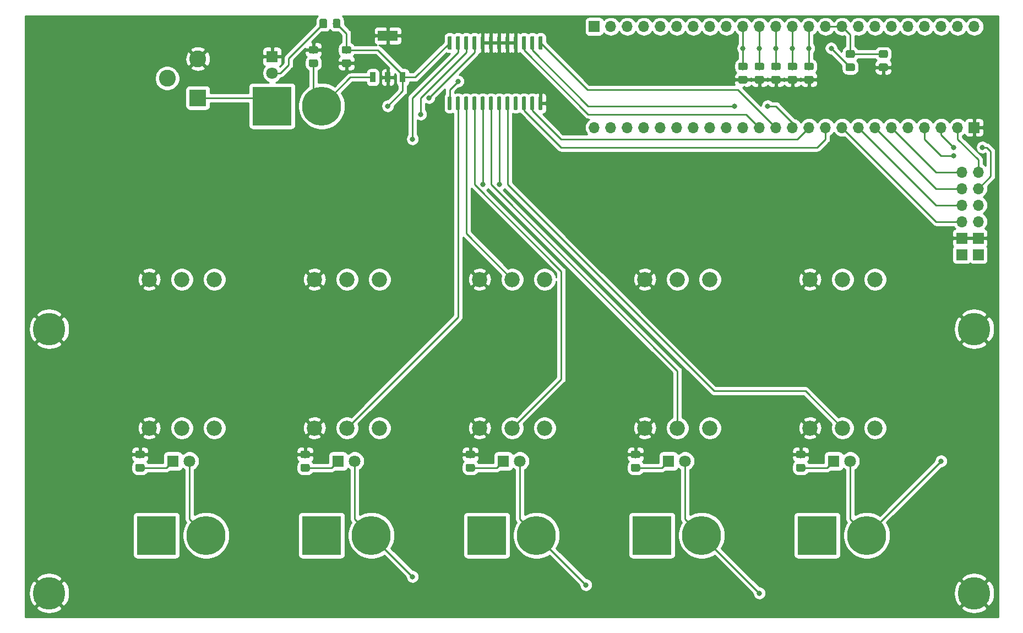
<source format=gtl>
G04 #@! TF.GenerationSoftware,KiCad,Pcbnew,(5.1.2-1)-1*
G04 #@! TF.CreationDate,2019-05-09T17:27:37-07:00*
G04 #@! TF.ProjectId,control_board,636f6e74-726f-46c5-9f62-6f6172642e6b,rev?*
G04 #@! TF.SameCoordinates,Original*
G04 #@! TF.FileFunction,Copper,L1,Top*
G04 #@! TF.FilePolarity,Positive*
%FSLAX46Y46*%
G04 Gerber Fmt 4.6, Leading zero omitted, Abs format (unit mm)*
G04 Created by KiCad (PCBNEW (5.1.2-1)-1) date 2019-05-09 17:27:37*
%MOMM*%
%LPD*%
G04 APERTURE LIST*
%ADD10C,5.000000*%
%ADD11R,1.700000X1.700000*%
%ADD12O,1.700000X1.700000*%
%ADD13C,2.340000*%
%ADD14C,0.100000*%
%ADD15C,1.150000*%
%ADD16C,1.800000*%
%ADD17R,1.800000X1.800000*%
%ADD18R,2.600000X2.600000*%
%ADD19C,2.600000*%
%ADD20R,5.999480X5.999480*%
%ADD21C,5.999480*%
%ADD22C,0.600000*%
%ADD23R,0.838200X1.600200*%
%ADD24R,3.048000X1.600200*%
%ADD25C,0.800000*%
%ADD26C,0.250000*%
%ADD27C,0.254000*%
G04 APERTURE END LIST*
D10*
X220980000Y-132080000D03*
X220980000Y-91440000D03*
X78740000Y-132080000D03*
X78740000Y-91440000D03*
D11*
X219075000Y-80010000D03*
X221615000Y-80010000D03*
X219075000Y-77470000D03*
X221615000Y-77470000D03*
D12*
X219075000Y-74930000D03*
X221615000Y-74930000D03*
X219075000Y-72390000D03*
X221615000Y-72390000D03*
X219075000Y-69850000D03*
X221615000Y-69850000D03*
X219075000Y-67310000D03*
X221615000Y-67310000D03*
D13*
X180340000Y-106680000D03*
X175340000Y-106680000D03*
X170340000Y-106680000D03*
D11*
X220980000Y-60452000D03*
D12*
X218440000Y-60452000D03*
X215900000Y-60452000D03*
X213360000Y-60452000D03*
X210820000Y-60452000D03*
X208280000Y-60452000D03*
X205740000Y-60452000D03*
X203200000Y-60452000D03*
X200660000Y-60452000D03*
X198120000Y-60452000D03*
X195580000Y-60452000D03*
X193040000Y-60452000D03*
X190500000Y-60452000D03*
X187960000Y-60452000D03*
X185420000Y-60452000D03*
X182880000Y-60452000D03*
X180340000Y-60452000D03*
X177800000Y-60452000D03*
X175260000Y-60452000D03*
X172720000Y-60452000D03*
X170180000Y-60452000D03*
X167640000Y-60452000D03*
X165100000Y-60452000D03*
X162560000Y-60452000D03*
D14*
G36*
X119854505Y-49981204D02*
G01*
X119878773Y-49984804D01*
X119902572Y-49990765D01*
X119925671Y-49999030D01*
X119947850Y-50009520D01*
X119968893Y-50022132D01*
X119988599Y-50036747D01*
X120006777Y-50053223D01*
X120023253Y-50071401D01*
X120037868Y-50091107D01*
X120050480Y-50112150D01*
X120060970Y-50134329D01*
X120069235Y-50157428D01*
X120075196Y-50181227D01*
X120078796Y-50205495D01*
X120080000Y-50229999D01*
X120080000Y-50880001D01*
X120078796Y-50904505D01*
X120075196Y-50928773D01*
X120069235Y-50952572D01*
X120060970Y-50975671D01*
X120050480Y-50997850D01*
X120037868Y-51018893D01*
X120023253Y-51038599D01*
X120006777Y-51056777D01*
X119988599Y-51073253D01*
X119968893Y-51087868D01*
X119947850Y-51100480D01*
X119925671Y-51110970D01*
X119902572Y-51119235D01*
X119878773Y-51125196D01*
X119854505Y-51128796D01*
X119830001Y-51130000D01*
X118929999Y-51130000D01*
X118905495Y-51128796D01*
X118881227Y-51125196D01*
X118857428Y-51119235D01*
X118834329Y-51110970D01*
X118812150Y-51100480D01*
X118791107Y-51087868D01*
X118771401Y-51073253D01*
X118753223Y-51056777D01*
X118736747Y-51038599D01*
X118722132Y-51018893D01*
X118709520Y-50997850D01*
X118699030Y-50975671D01*
X118690765Y-50952572D01*
X118684804Y-50928773D01*
X118681204Y-50904505D01*
X118680000Y-50880001D01*
X118680000Y-50229999D01*
X118681204Y-50205495D01*
X118684804Y-50181227D01*
X118690765Y-50157428D01*
X118699030Y-50134329D01*
X118709520Y-50112150D01*
X118722132Y-50091107D01*
X118736747Y-50071401D01*
X118753223Y-50053223D01*
X118771401Y-50036747D01*
X118791107Y-50022132D01*
X118812150Y-50009520D01*
X118834329Y-49999030D01*
X118857428Y-49990765D01*
X118881227Y-49984804D01*
X118905495Y-49981204D01*
X118929999Y-49980000D01*
X119830001Y-49980000D01*
X119854505Y-49981204D01*
X119854505Y-49981204D01*
G37*
D15*
X119380000Y-50555000D03*
D14*
G36*
X119854505Y-47931204D02*
G01*
X119878773Y-47934804D01*
X119902572Y-47940765D01*
X119925671Y-47949030D01*
X119947850Y-47959520D01*
X119968893Y-47972132D01*
X119988599Y-47986747D01*
X120006777Y-48003223D01*
X120023253Y-48021401D01*
X120037868Y-48041107D01*
X120050480Y-48062150D01*
X120060970Y-48084329D01*
X120069235Y-48107428D01*
X120075196Y-48131227D01*
X120078796Y-48155495D01*
X120080000Y-48179999D01*
X120080000Y-48830001D01*
X120078796Y-48854505D01*
X120075196Y-48878773D01*
X120069235Y-48902572D01*
X120060970Y-48925671D01*
X120050480Y-48947850D01*
X120037868Y-48968893D01*
X120023253Y-48988599D01*
X120006777Y-49006777D01*
X119988599Y-49023253D01*
X119968893Y-49037868D01*
X119947850Y-49050480D01*
X119925671Y-49060970D01*
X119902572Y-49069235D01*
X119878773Y-49075196D01*
X119854505Y-49078796D01*
X119830001Y-49080000D01*
X118929999Y-49080000D01*
X118905495Y-49078796D01*
X118881227Y-49075196D01*
X118857428Y-49069235D01*
X118834329Y-49060970D01*
X118812150Y-49050480D01*
X118791107Y-49037868D01*
X118771401Y-49023253D01*
X118753223Y-49006777D01*
X118736747Y-48988599D01*
X118722132Y-48968893D01*
X118709520Y-48947850D01*
X118699030Y-48925671D01*
X118690765Y-48902572D01*
X118684804Y-48878773D01*
X118681204Y-48854505D01*
X118680000Y-48830001D01*
X118680000Y-48179999D01*
X118681204Y-48155495D01*
X118684804Y-48131227D01*
X118690765Y-48107428D01*
X118699030Y-48084329D01*
X118709520Y-48062150D01*
X118722132Y-48041107D01*
X118736747Y-48021401D01*
X118753223Y-48003223D01*
X118771401Y-47986747D01*
X118791107Y-47972132D01*
X118812150Y-47959520D01*
X118834329Y-47949030D01*
X118857428Y-47940765D01*
X118881227Y-47934804D01*
X118905495Y-47931204D01*
X118929999Y-47930000D01*
X119830001Y-47930000D01*
X119854505Y-47931204D01*
X119854505Y-47931204D01*
G37*
D15*
X119380000Y-48505000D03*
D14*
G36*
X124934505Y-49981204D02*
G01*
X124958773Y-49984804D01*
X124982572Y-49990765D01*
X125005671Y-49999030D01*
X125027850Y-50009520D01*
X125048893Y-50022132D01*
X125068599Y-50036747D01*
X125086777Y-50053223D01*
X125103253Y-50071401D01*
X125117868Y-50091107D01*
X125130480Y-50112150D01*
X125140970Y-50134329D01*
X125149235Y-50157428D01*
X125155196Y-50181227D01*
X125158796Y-50205495D01*
X125160000Y-50229999D01*
X125160000Y-50880001D01*
X125158796Y-50904505D01*
X125155196Y-50928773D01*
X125149235Y-50952572D01*
X125140970Y-50975671D01*
X125130480Y-50997850D01*
X125117868Y-51018893D01*
X125103253Y-51038599D01*
X125086777Y-51056777D01*
X125068599Y-51073253D01*
X125048893Y-51087868D01*
X125027850Y-51100480D01*
X125005671Y-51110970D01*
X124982572Y-51119235D01*
X124958773Y-51125196D01*
X124934505Y-51128796D01*
X124910001Y-51130000D01*
X124009999Y-51130000D01*
X123985495Y-51128796D01*
X123961227Y-51125196D01*
X123937428Y-51119235D01*
X123914329Y-51110970D01*
X123892150Y-51100480D01*
X123871107Y-51087868D01*
X123851401Y-51073253D01*
X123833223Y-51056777D01*
X123816747Y-51038599D01*
X123802132Y-51018893D01*
X123789520Y-50997850D01*
X123779030Y-50975671D01*
X123770765Y-50952572D01*
X123764804Y-50928773D01*
X123761204Y-50904505D01*
X123760000Y-50880001D01*
X123760000Y-50229999D01*
X123761204Y-50205495D01*
X123764804Y-50181227D01*
X123770765Y-50157428D01*
X123779030Y-50134329D01*
X123789520Y-50112150D01*
X123802132Y-50091107D01*
X123816747Y-50071401D01*
X123833223Y-50053223D01*
X123851401Y-50036747D01*
X123871107Y-50022132D01*
X123892150Y-50009520D01*
X123914329Y-49999030D01*
X123937428Y-49990765D01*
X123961227Y-49984804D01*
X123985495Y-49981204D01*
X124009999Y-49980000D01*
X124910001Y-49980000D01*
X124934505Y-49981204D01*
X124934505Y-49981204D01*
G37*
D15*
X124460000Y-50555000D03*
D14*
G36*
X124934505Y-47931204D02*
G01*
X124958773Y-47934804D01*
X124982572Y-47940765D01*
X125005671Y-47949030D01*
X125027850Y-47959520D01*
X125048893Y-47972132D01*
X125068599Y-47986747D01*
X125086777Y-48003223D01*
X125103253Y-48021401D01*
X125117868Y-48041107D01*
X125130480Y-48062150D01*
X125140970Y-48084329D01*
X125149235Y-48107428D01*
X125155196Y-48131227D01*
X125158796Y-48155495D01*
X125160000Y-48179999D01*
X125160000Y-48830001D01*
X125158796Y-48854505D01*
X125155196Y-48878773D01*
X125149235Y-48902572D01*
X125140970Y-48925671D01*
X125130480Y-48947850D01*
X125117868Y-48968893D01*
X125103253Y-48988599D01*
X125086777Y-49006777D01*
X125068599Y-49023253D01*
X125048893Y-49037868D01*
X125027850Y-49050480D01*
X125005671Y-49060970D01*
X124982572Y-49069235D01*
X124958773Y-49075196D01*
X124934505Y-49078796D01*
X124910001Y-49080000D01*
X124009999Y-49080000D01*
X123985495Y-49078796D01*
X123961227Y-49075196D01*
X123937428Y-49069235D01*
X123914329Y-49060970D01*
X123892150Y-49050480D01*
X123871107Y-49037868D01*
X123851401Y-49023253D01*
X123833223Y-49006777D01*
X123816747Y-48988599D01*
X123802132Y-48968893D01*
X123789520Y-48947850D01*
X123779030Y-48925671D01*
X123770765Y-48902572D01*
X123764804Y-48878773D01*
X123761204Y-48854505D01*
X123760000Y-48830001D01*
X123760000Y-48179999D01*
X123761204Y-48155495D01*
X123764804Y-48131227D01*
X123770765Y-48107428D01*
X123779030Y-48084329D01*
X123789520Y-48062150D01*
X123802132Y-48041107D01*
X123816747Y-48021401D01*
X123833223Y-48003223D01*
X123851401Y-47986747D01*
X123871107Y-47972132D01*
X123892150Y-47959520D01*
X123914329Y-47949030D01*
X123937428Y-47940765D01*
X123961227Y-47934804D01*
X123985495Y-47931204D01*
X124009999Y-47930000D01*
X124910001Y-47930000D01*
X124934505Y-47931204D01*
X124934505Y-47931204D01*
G37*
D15*
X124460000Y-48505000D03*
D14*
G36*
X207484505Y-48566204D02*
G01*
X207508773Y-48569804D01*
X207532572Y-48575765D01*
X207555671Y-48584030D01*
X207577850Y-48594520D01*
X207598893Y-48607132D01*
X207618599Y-48621747D01*
X207636777Y-48638223D01*
X207653253Y-48656401D01*
X207667868Y-48676107D01*
X207680480Y-48697150D01*
X207690970Y-48719329D01*
X207699235Y-48742428D01*
X207705196Y-48766227D01*
X207708796Y-48790495D01*
X207710000Y-48814999D01*
X207710000Y-49465001D01*
X207708796Y-49489505D01*
X207705196Y-49513773D01*
X207699235Y-49537572D01*
X207690970Y-49560671D01*
X207680480Y-49582850D01*
X207667868Y-49603893D01*
X207653253Y-49623599D01*
X207636777Y-49641777D01*
X207618599Y-49658253D01*
X207598893Y-49672868D01*
X207577850Y-49685480D01*
X207555671Y-49695970D01*
X207532572Y-49704235D01*
X207508773Y-49710196D01*
X207484505Y-49713796D01*
X207460001Y-49715000D01*
X206559999Y-49715000D01*
X206535495Y-49713796D01*
X206511227Y-49710196D01*
X206487428Y-49704235D01*
X206464329Y-49695970D01*
X206442150Y-49685480D01*
X206421107Y-49672868D01*
X206401401Y-49658253D01*
X206383223Y-49641777D01*
X206366747Y-49623599D01*
X206352132Y-49603893D01*
X206339520Y-49582850D01*
X206329030Y-49560671D01*
X206320765Y-49537572D01*
X206314804Y-49513773D01*
X206311204Y-49489505D01*
X206310000Y-49465001D01*
X206310000Y-48814999D01*
X206311204Y-48790495D01*
X206314804Y-48766227D01*
X206320765Y-48742428D01*
X206329030Y-48719329D01*
X206339520Y-48697150D01*
X206352132Y-48676107D01*
X206366747Y-48656401D01*
X206383223Y-48638223D01*
X206401401Y-48621747D01*
X206421107Y-48607132D01*
X206442150Y-48594520D01*
X206464329Y-48584030D01*
X206487428Y-48575765D01*
X206511227Y-48569804D01*
X206535495Y-48566204D01*
X206559999Y-48565000D01*
X207460001Y-48565000D01*
X207484505Y-48566204D01*
X207484505Y-48566204D01*
G37*
D15*
X207010000Y-49140000D03*
D14*
G36*
X207484505Y-50616204D02*
G01*
X207508773Y-50619804D01*
X207532572Y-50625765D01*
X207555671Y-50634030D01*
X207577850Y-50644520D01*
X207598893Y-50657132D01*
X207618599Y-50671747D01*
X207636777Y-50688223D01*
X207653253Y-50706401D01*
X207667868Y-50726107D01*
X207680480Y-50747150D01*
X207690970Y-50769329D01*
X207699235Y-50792428D01*
X207705196Y-50816227D01*
X207708796Y-50840495D01*
X207710000Y-50864999D01*
X207710000Y-51515001D01*
X207708796Y-51539505D01*
X207705196Y-51563773D01*
X207699235Y-51587572D01*
X207690970Y-51610671D01*
X207680480Y-51632850D01*
X207667868Y-51653893D01*
X207653253Y-51673599D01*
X207636777Y-51691777D01*
X207618599Y-51708253D01*
X207598893Y-51722868D01*
X207577850Y-51735480D01*
X207555671Y-51745970D01*
X207532572Y-51754235D01*
X207508773Y-51760196D01*
X207484505Y-51763796D01*
X207460001Y-51765000D01*
X206559999Y-51765000D01*
X206535495Y-51763796D01*
X206511227Y-51760196D01*
X206487428Y-51754235D01*
X206464329Y-51745970D01*
X206442150Y-51735480D01*
X206421107Y-51722868D01*
X206401401Y-51708253D01*
X206383223Y-51691777D01*
X206366747Y-51673599D01*
X206352132Y-51653893D01*
X206339520Y-51632850D01*
X206329030Y-51610671D01*
X206320765Y-51587572D01*
X206314804Y-51563773D01*
X206311204Y-51539505D01*
X206310000Y-51515001D01*
X206310000Y-50864999D01*
X206311204Y-50840495D01*
X206314804Y-50816227D01*
X206320765Y-50792428D01*
X206329030Y-50769329D01*
X206339520Y-50747150D01*
X206352132Y-50726107D01*
X206366747Y-50706401D01*
X206383223Y-50688223D01*
X206401401Y-50671747D01*
X206421107Y-50657132D01*
X206442150Y-50644520D01*
X206464329Y-50634030D01*
X206487428Y-50625765D01*
X206511227Y-50619804D01*
X206535495Y-50616204D01*
X206559999Y-50615000D01*
X207460001Y-50615000D01*
X207484505Y-50616204D01*
X207484505Y-50616204D01*
G37*
D15*
X207010000Y-51190000D03*
D16*
X201930000Y-111760000D03*
D17*
X199390000Y-111760000D03*
X173990000Y-111760000D03*
D16*
X176530000Y-111760000D03*
D17*
X148590000Y-111760000D03*
D16*
X151130000Y-111760000D03*
D17*
X123190000Y-111760000D03*
D16*
X125730000Y-111760000D03*
X100330000Y-111760000D03*
D17*
X97790000Y-111760000D03*
D16*
X113030000Y-52070000D03*
D17*
X113030000Y-49530000D03*
D18*
X101600000Y-55880000D03*
D19*
X101600000Y-49880000D03*
X96900000Y-52880000D03*
D12*
X220980000Y-44912000D03*
X218440000Y-44912000D03*
X215900000Y-44912000D03*
X213360000Y-44912000D03*
X210820000Y-44912000D03*
X208280000Y-44912000D03*
X205740000Y-44912000D03*
X203200000Y-44912000D03*
X200660000Y-44912000D03*
X198120000Y-44912000D03*
X195580000Y-44912000D03*
X193040000Y-44912000D03*
X190500000Y-44912000D03*
X187960000Y-44912000D03*
X185420000Y-44912000D03*
X182880000Y-44912000D03*
X180340000Y-44912000D03*
X177800000Y-44912000D03*
X175260000Y-44912000D03*
X172720000Y-44912000D03*
X170180000Y-44912000D03*
X167640000Y-44912000D03*
X165100000Y-44912000D03*
D11*
X162560000Y-44912000D03*
D14*
G36*
X196054505Y-50471204D02*
G01*
X196078773Y-50474804D01*
X196102572Y-50480765D01*
X196125671Y-50489030D01*
X196147850Y-50499520D01*
X196168893Y-50512132D01*
X196188599Y-50526747D01*
X196206777Y-50543223D01*
X196223253Y-50561401D01*
X196237868Y-50581107D01*
X196250480Y-50602150D01*
X196260970Y-50624329D01*
X196269235Y-50647428D01*
X196275196Y-50671227D01*
X196278796Y-50695495D01*
X196280000Y-50719999D01*
X196280000Y-51370001D01*
X196278796Y-51394505D01*
X196275196Y-51418773D01*
X196269235Y-51442572D01*
X196260970Y-51465671D01*
X196250480Y-51487850D01*
X196237868Y-51508893D01*
X196223253Y-51528599D01*
X196206777Y-51546777D01*
X196188599Y-51563253D01*
X196168893Y-51577868D01*
X196147850Y-51590480D01*
X196125671Y-51600970D01*
X196102572Y-51609235D01*
X196078773Y-51615196D01*
X196054505Y-51618796D01*
X196030001Y-51620000D01*
X195129999Y-51620000D01*
X195105495Y-51618796D01*
X195081227Y-51615196D01*
X195057428Y-51609235D01*
X195034329Y-51600970D01*
X195012150Y-51590480D01*
X194991107Y-51577868D01*
X194971401Y-51563253D01*
X194953223Y-51546777D01*
X194936747Y-51528599D01*
X194922132Y-51508893D01*
X194909520Y-51487850D01*
X194899030Y-51465671D01*
X194890765Y-51442572D01*
X194884804Y-51418773D01*
X194881204Y-51394505D01*
X194880000Y-51370001D01*
X194880000Y-50719999D01*
X194881204Y-50695495D01*
X194884804Y-50671227D01*
X194890765Y-50647428D01*
X194899030Y-50624329D01*
X194909520Y-50602150D01*
X194922132Y-50581107D01*
X194936747Y-50561401D01*
X194953223Y-50543223D01*
X194971401Y-50526747D01*
X194991107Y-50512132D01*
X195012150Y-50499520D01*
X195034329Y-50489030D01*
X195057428Y-50480765D01*
X195081227Y-50474804D01*
X195105495Y-50471204D01*
X195129999Y-50470000D01*
X196030001Y-50470000D01*
X196054505Y-50471204D01*
X196054505Y-50471204D01*
G37*
D15*
X195580000Y-51045000D03*
D14*
G36*
X196054505Y-52521204D02*
G01*
X196078773Y-52524804D01*
X196102572Y-52530765D01*
X196125671Y-52539030D01*
X196147850Y-52549520D01*
X196168893Y-52562132D01*
X196188599Y-52576747D01*
X196206777Y-52593223D01*
X196223253Y-52611401D01*
X196237868Y-52631107D01*
X196250480Y-52652150D01*
X196260970Y-52674329D01*
X196269235Y-52697428D01*
X196275196Y-52721227D01*
X196278796Y-52745495D01*
X196280000Y-52769999D01*
X196280000Y-53420001D01*
X196278796Y-53444505D01*
X196275196Y-53468773D01*
X196269235Y-53492572D01*
X196260970Y-53515671D01*
X196250480Y-53537850D01*
X196237868Y-53558893D01*
X196223253Y-53578599D01*
X196206777Y-53596777D01*
X196188599Y-53613253D01*
X196168893Y-53627868D01*
X196147850Y-53640480D01*
X196125671Y-53650970D01*
X196102572Y-53659235D01*
X196078773Y-53665196D01*
X196054505Y-53668796D01*
X196030001Y-53670000D01*
X195129999Y-53670000D01*
X195105495Y-53668796D01*
X195081227Y-53665196D01*
X195057428Y-53659235D01*
X195034329Y-53650970D01*
X195012150Y-53640480D01*
X194991107Y-53627868D01*
X194971401Y-53613253D01*
X194953223Y-53596777D01*
X194936747Y-53578599D01*
X194922132Y-53558893D01*
X194909520Y-53537850D01*
X194899030Y-53515671D01*
X194890765Y-53492572D01*
X194884804Y-53468773D01*
X194881204Y-53444505D01*
X194880000Y-53420001D01*
X194880000Y-52769999D01*
X194881204Y-52745495D01*
X194884804Y-52721227D01*
X194890765Y-52697428D01*
X194899030Y-52674329D01*
X194909520Y-52652150D01*
X194922132Y-52631107D01*
X194936747Y-52611401D01*
X194953223Y-52593223D01*
X194971401Y-52576747D01*
X194991107Y-52562132D01*
X195012150Y-52549520D01*
X195034329Y-52539030D01*
X195057428Y-52530765D01*
X195081227Y-52524804D01*
X195105495Y-52521204D01*
X195129999Y-52520000D01*
X196030001Y-52520000D01*
X196054505Y-52521204D01*
X196054505Y-52521204D01*
G37*
D15*
X195580000Y-53095000D03*
D14*
G36*
X194784505Y-110161204D02*
G01*
X194808773Y-110164804D01*
X194832572Y-110170765D01*
X194855671Y-110179030D01*
X194877850Y-110189520D01*
X194898893Y-110202132D01*
X194918599Y-110216747D01*
X194936777Y-110233223D01*
X194953253Y-110251401D01*
X194967868Y-110271107D01*
X194980480Y-110292150D01*
X194990970Y-110314329D01*
X194999235Y-110337428D01*
X195005196Y-110361227D01*
X195008796Y-110385495D01*
X195010000Y-110409999D01*
X195010000Y-111060001D01*
X195008796Y-111084505D01*
X195005196Y-111108773D01*
X194999235Y-111132572D01*
X194990970Y-111155671D01*
X194980480Y-111177850D01*
X194967868Y-111198893D01*
X194953253Y-111218599D01*
X194936777Y-111236777D01*
X194918599Y-111253253D01*
X194898893Y-111267868D01*
X194877850Y-111280480D01*
X194855671Y-111290970D01*
X194832572Y-111299235D01*
X194808773Y-111305196D01*
X194784505Y-111308796D01*
X194760001Y-111310000D01*
X193859999Y-111310000D01*
X193835495Y-111308796D01*
X193811227Y-111305196D01*
X193787428Y-111299235D01*
X193764329Y-111290970D01*
X193742150Y-111280480D01*
X193721107Y-111267868D01*
X193701401Y-111253253D01*
X193683223Y-111236777D01*
X193666747Y-111218599D01*
X193652132Y-111198893D01*
X193639520Y-111177850D01*
X193629030Y-111155671D01*
X193620765Y-111132572D01*
X193614804Y-111108773D01*
X193611204Y-111084505D01*
X193610000Y-111060001D01*
X193610000Y-110409999D01*
X193611204Y-110385495D01*
X193614804Y-110361227D01*
X193620765Y-110337428D01*
X193629030Y-110314329D01*
X193639520Y-110292150D01*
X193652132Y-110271107D01*
X193666747Y-110251401D01*
X193683223Y-110233223D01*
X193701401Y-110216747D01*
X193721107Y-110202132D01*
X193742150Y-110189520D01*
X193764329Y-110179030D01*
X193787428Y-110170765D01*
X193811227Y-110164804D01*
X193835495Y-110161204D01*
X193859999Y-110160000D01*
X194760001Y-110160000D01*
X194784505Y-110161204D01*
X194784505Y-110161204D01*
G37*
D15*
X194310000Y-110735000D03*
D14*
G36*
X194784505Y-112211204D02*
G01*
X194808773Y-112214804D01*
X194832572Y-112220765D01*
X194855671Y-112229030D01*
X194877850Y-112239520D01*
X194898893Y-112252132D01*
X194918599Y-112266747D01*
X194936777Y-112283223D01*
X194953253Y-112301401D01*
X194967868Y-112321107D01*
X194980480Y-112342150D01*
X194990970Y-112364329D01*
X194999235Y-112387428D01*
X195005196Y-112411227D01*
X195008796Y-112435495D01*
X195010000Y-112459999D01*
X195010000Y-113110001D01*
X195008796Y-113134505D01*
X195005196Y-113158773D01*
X194999235Y-113182572D01*
X194990970Y-113205671D01*
X194980480Y-113227850D01*
X194967868Y-113248893D01*
X194953253Y-113268599D01*
X194936777Y-113286777D01*
X194918599Y-113303253D01*
X194898893Y-113317868D01*
X194877850Y-113330480D01*
X194855671Y-113340970D01*
X194832572Y-113349235D01*
X194808773Y-113355196D01*
X194784505Y-113358796D01*
X194760001Y-113360000D01*
X193859999Y-113360000D01*
X193835495Y-113358796D01*
X193811227Y-113355196D01*
X193787428Y-113349235D01*
X193764329Y-113340970D01*
X193742150Y-113330480D01*
X193721107Y-113317868D01*
X193701401Y-113303253D01*
X193683223Y-113286777D01*
X193666747Y-113268599D01*
X193652132Y-113248893D01*
X193639520Y-113227850D01*
X193629030Y-113205671D01*
X193620765Y-113182572D01*
X193614804Y-113158773D01*
X193611204Y-113134505D01*
X193610000Y-113110001D01*
X193610000Y-112459999D01*
X193611204Y-112435495D01*
X193614804Y-112411227D01*
X193620765Y-112387428D01*
X193629030Y-112364329D01*
X193639520Y-112342150D01*
X193652132Y-112321107D01*
X193666747Y-112301401D01*
X193683223Y-112283223D01*
X193701401Y-112266747D01*
X193721107Y-112252132D01*
X193742150Y-112239520D01*
X193764329Y-112229030D01*
X193787428Y-112220765D01*
X193811227Y-112214804D01*
X193835495Y-112211204D01*
X193859999Y-112210000D01*
X194760001Y-112210000D01*
X194784505Y-112211204D01*
X194784505Y-112211204D01*
G37*
D15*
X194310000Y-112785000D03*
D14*
G36*
X193514505Y-50471204D02*
G01*
X193538773Y-50474804D01*
X193562572Y-50480765D01*
X193585671Y-50489030D01*
X193607850Y-50499520D01*
X193628893Y-50512132D01*
X193648599Y-50526747D01*
X193666777Y-50543223D01*
X193683253Y-50561401D01*
X193697868Y-50581107D01*
X193710480Y-50602150D01*
X193720970Y-50624329D01*
X193729235Y-50647428D01*
X193735196Y-50671227D01*
X193738796Y-50695495D01*
X193740000Y-50719999D01*
X193740000Y-51370001D01*
X193738796Y-51394505D01*
X193735196Y-51418773D01*
X193729235Y-51442572D01*
X193720970Y-51465671D01*
X193710480Y-51487850D01*
X193697868Y-51508893D01*
X193683253Y-51528599D01*
X193666777Y-51546777D01*
X193648599Y-51563253D01*
X193628893Y-51577868D01*
X193607850Y-51590480D01*
X193585671Y-51600970D01*
X193562572Y-51609235D01*
X193538773Y-51615196D01*
X193514505Y-51618796D01*
X193490001Y-51620000D01*
X192589999Y-51620000D01*
X192565495Y-51618796D01*
X192541227Y-51615196D01*
X192517428Y-51609235D01*
X192494329Y-51600970D01*
X192472150Y-51590480D01*
X192451107Y-51577868D01*
X192431401Y-51563253D01*
X192413223Y-51546777D01*
X192396747Y-51528599D01*
X192382132Y-51508893D01*
X192369520Y-51487850D01*
X192359030Y-51465671D01*
X192350765Y-51442572D01*
X192344804Y-51418773D01*
X192341204Y-51394505D01*
X192340000Y-51370001D01*
X192340000Y-50719999D01*
X192341204Y-50695495D01*
X192344804Y-50671227D01*
X192350765Y-50647428D01*
X192359030Y-50624329D01*
X192369520Y-50602150D01*
X192382132Y-50581107D01*
X192396747Y-50561401D01*
X192413223Y-50543223D01*
X192431401Y-50526747D01*
X192451107Y-50512132D01*
X192472150Y-50499520D01*
X192494329Y-50489030D01*
X192517428Y-50480765D01*
X192541227Y-50474804D01*
X192565495Y-50471204D01*
X192589999Y-50470000D01*
X193490001Y-50470000D01*
X193514505Y-50471204D01*
X193514505Y-50471204D01*
G37*
D15*
X193040000Y-51045000D03*
D14*
G36*
X193514505Y-52521204D02*
G01*
X193538773Y-52524804D01*
X193562572Y-52530765D01*
X193585671Y-52539030D01*
X193607850Y-52549520D01*
X193628893Y-52562132D01*
X193648599Y-52576747D01*
X193666777Y-52593223D01*
X193683253Y-52611401D01*
X193697868Y-52631107D01*
X193710480Y-52652150D01*
X193720970Y-52674329D01*
X193729235Y-52697428D01*
X193735196Y-52721227D01*
X193738796Y-52745495D01*
X193740000Y-52769999D01*
X193740000Y-53420001D01*
X193738796Y-53444505D01*
X193735196Y-53468773D01*
X193729235Y-53492572D01*
X193720970Y-53515671D01*
X193710480Y-53537850D01*
X193697868Y-53558893D01*
X193683253Y-53578599D01*
X193666777Y-53596777D01*
X193648599Y-53613253D01*
X193628893Y-53627868D01*
X193607850Y-53640480D01*
X193585671Y-53650970D01*
X193562572Y-53659235D01*
X193538773Y-53665196D01*
X193514505Y-53668796D01*
X193490001Y-53670000D01*
X192589999Y-53670000D01*
X192565495Y-53668796D01*
X192541227Y-53665196D01*
X192517428Y-53659235D01*
X192494329Y-53650970D01*
X192472150Y-53640480D01*
X192451107Y-53627868D01*
X192431401Y-53613253D01*
X192413223Y-53596777D01*
X192396747Y-53578599D01*
X192382132Y-53558893D01*
X192369520Y-53537850D01*
X192359030Y-53515671D01*
X192350765Y-53492572D01*
X192344804Y-53468773D01*
X192341204Y-53444505D01*
X192340000Y-53420001D01*
X192340000Y-52769999D01*
X192341204Y-52745495D01*
X192344804Y-52721227D01*
X192350765Y-52697428D01*
X192359030Y-52674329D01*
X192369520Y-52652150D01*
X192382132Y-52631107D01*
X192396747Y-52611401D01*
X192413223Y-52593223D01*
X192431401Y-52576747D01*
X192451107Y-52562132D01*
X192472150Y-52549520D01*
X192494329Y-52539030D01*
X192517428Y-52530765D01*
X192541227Y-52524804D01*
X192565495Y-52521204D01*
X192589999Y-52520000D01*
X193490001Y-52520000D01*
X193514505Y-52521204D01*
X193514505Y-52521204D01*
G37*
D15*
X193040000Y-53095000D03*
D14*
G36*
X169384505Y-112211204D02*
G01*
X169408773Y-112214804D01*
X169432572Y-112220765D01*
X169455671Y-112229030D01*
X169477850Y-112239520D01*
X169498893Y-112252132D01*
X169518599Y-112266747D01*
X169536777Y-112283223D01*
X169553253Y-112301401D01*
X169567868Y-112321107D01*
X169580480Y-112342150D01*
X169590970Y-112364329D01*
X169599235Y-112387428D01*
X169605196Y-112411227D01*
X169608796Y-112435495D01*
X169610000Y-112459999D01*
X169610000Y-113110001D01*
X169608796Y-113134505D01*
X169605196Y-113158773D01*
X169599235Y-113182572D01*
X169590970Y-113205671D01*
X169580480Y-113227850D01*
X169567868Y-113248893D01*
X169553253Y-113268599D01*
X169536777Y-113286777D01*
X169518599Y-113303253D01*
X169498893Y-113317868D01*
X169477850Y-113330480D01*
X169455671Y-113340970D01*
X169432572Y-113349235D01*
X169408773Y-113355196D01*
X169384505Y-113358796D01*
X169360001Y-113360000D01*
X168459999Y-113360000D01*
X168435495Y-113358796D01*
X168411227Y-113355196D01*
X168387428Y-113349235D01*
X168364329Y-113340970D01*
X168342150Y-113330480D01*
X168321107Y-113317868D01*
X168301401Y-113303253D01*
X168283223Y-113286777D01*
X168266747Y-113268599D01*
X168252132Y-113248893D01*
X168239520Y-113227850D01*
X168229030Y-113205671D01*
X168220765Y-113182572D01*
X168214804Y-113158773D01*
X168211204Y-113134505D01*
X168210000Y-113110001D01*
X168210000Y-112459999D01*
X168211204Y-112435495D01*
X168214804Y-112411227D01*
X168220765Y-112387428D01*
X168229030Y-112364329D01*
X168239520Y-112342150D01*
X168252132Y-112321107D01*
X168266747Y-112301401D01*
X168283223Y-112283223D01*
X168301401Y-112266747D01*
X168321107Y-112252132D01*
X168342150Y-112239520D01*
X168364329Y-112229030D01*
X168387428Y-112220765D01*
X168411227Y-112214804D01*
X168435495Y-112211204D01*
X168459999Y-112210000D01*
X169360001Y-112210000D01*
X169384505Y-112211204D01*
X169384505Y-112211204D01*
G37*
D15*
X168910000Y-112785000D03*
D14*
G36*
X169384505Y-110161204D02*
G01*
X169408773Y-110164804D01*
X169432572Y-110170765D01*
X169455671Y-110179030D01*
X169477850Y-110189520D01*
X169498893Y-110202132D01*
X169518599Y-110216747D01*
X169536777Y-110233223D01*
X169553253Y-110251401D01*
X169567868Y-110271107D01*
X169580480Y-110292150D01*
X169590970Y-110314329D01*
X169599235Y-110337428D01*
X169605196Y-110361227D01*
X169608796Y-110385495D01*
X169610000Y-110409999D01*
X169610000Y-111060001D01*
X169608796Y-111084505D01*
X169605196Y-111108773D01*
X169599235Y-111132572D01*
X169590970Y-111155671D01*
X169580480Y-111177850D01*
X169567868Y-111198893D01*
X169553253Y-111218599D01*
X169536777Y-111236777D01*
X169518599Y-111253253D01*
X169498893Y-111267868D01*
X169477850Y-111280480D01*
X169455671Y-111290970D01*
X169432572Y-111299235D01*
X169408773Y-111305196D01*
X169384505Y-111308796D01*
X169360001Y-111310000D01*
X168459999Y-111310000D01*
X168435495Y-111308796D01*
X168411227Y-111305196D01*
X168387428Y-111299235D01*
X168364329Y-111290970D01*
X168342150Y-111280480D01*
X168321107Y-111267868D01*
X168301401Y-111253253D01*
X168283223Y-111236777D01*
X168266747Y-111218599D01*
X168252132Y-111198893D01*
X168239520Y-111177850D01*
X168229030Y-111155671D01*
X168220765Y-111132572D01*
X168214804Y-111108773D01*
X168211204Y-111084505D01*
X168210000Y-111060001D01*
X168210000Y-110409999D01*
X168211204Y-110385495D01*
X168214804Y-110361227D01*
X168220765Y-110337428D01*
X168229030Y-110314329D01*
X168239520Y-110292150D01*
X168252132Y-110271107D01*
X168266747Y-110251401D01*
X168283223Y-110233223D01*
X168301401Y-110216747D01*
X168321107Y-110202132D01*
X168342150Y-110189520D01*
X168364329Y-110179030D01*
X168387428Y-110170765D01*
X168411227Y-110164804D01*
X168435495Y-110161204D01*
X168459999Y-110160000D01*
X169360001Y-110160000D01*
X169384505Y-110161204D01*
X169384505Y-110161204D01*
G37*
D15*
X168910000Y-110735000D03*
D14*
G36*
X190974505Y-52521204D02*
G01*
X190998773Y-52524804D01*
X191022572Y-52530765D01*
X191045671Y-52539030D01*
X191067850Y-52549520D01*
X191088893Y-52562132D01*
X191108599Y-52576747D01*
X191126777Y-52593223D01*
X191143253Y-52611401D01*
X191157868Y-52631107D01*
X191170480Y-52652150D01*
X191180970Y-52674329D01*
X191189235Y-52697428D01*
X191195196Y-52721227D01*
X191198796Y-52745495D01*
X191200000Y-52769999D01*
X191200000Y-53420001D01*
X191198796Y-53444505D01*
X191195196Y-53468773D01*
X191189235Y-53492572D01*
X191180970Y-53515671D01*
X191170480Y-53537850D01*
X191157868Y-53558893D01*
X191143253Y-53578599D01*
X191126777Y-53596777D01*
X191108599Y-53613253D01*
X191088893Y-53627868D01*
X191067850Y-53640480D01*
X191045671Y-53650970D01*
X191022572Y-53659235D01*
X190998773Y-53665196D01*
X190974505Y-53668796D01*
X190950001Y-53670000D01*
X190049999Y-53670000D01*
X190025495Y-53668796D01*
X190001227Y-53665196D01*
X189977428Y-53659235D01*
X189954329Y-53650970D01*
X189932150Y-53640480D01*
X189911107Y-53627868D01*
X189891401Y-53613253D01*
X189873223Y-53596777D01*
X189856747Y-53578599D01*
X189842132Y-53558893D01*
X189829520Y-53537850D01*
X189819030Y-53515671D01*
X189810765Y-53492572D01*
X189804804Y-53468773D01*
X189801204Y-53444505D01*
X189800000Y-53420001D01*
X189800000Y-52769999D01*
X189801204Y-52745495D01*
X189804804Y-52721227D01*
X189810765Y-52697428D01*
X189819030Y-52674329D01*
X189829520Y-52652150D01*
X189842132Y-52631107D01*
X189856747Y-52611401D01*
X189873223Y-52593223D01*
X189891401Y-52576747D01*
X189911107Y-52562132D01*
X189932150Y-52549520D01*
X189954329Y-52539030D01*
X189977428Y-52530765D01*
X190001227Y-52524804D01*
X190025495Y-52521204D01*
X190049999Y-52520000D01*
X190950001Y-52520000D01*
X190974505Y-52521204D01*
X190974505Y-52521204D01*
G37*
D15*
X190500000Y-53095000D03*
D14*
G36*
X190974505Y-50471204D02*
G01*
X190998773Y-50474804D01*
X191022572Y-50480765D01*
X191045671Y-50489030D01*
X191067850Y-50499520D01*
X191088893Y-50512132D01*
X191108599Y-50526747D01*
X191126777Y-50543223D01*
X191143253Y-50561401D01*
X191157868Y-50581107D01*
X191170480Y-50602150D01*
X191180970Y-50624329D01*
X191189235Y-50647428D01*
X191195196Y-50671227D01*
X191198796Y-50695495D01*
X191200000Y-50719999D01*
X191200000Y-51370001D01*
X191198796Y-51394505D01*
X191195196Y-51418773D01*
X191189235Y-51442572D01*
X191180970Y-51465671D01*
X191170480Y-51487850D01*
X191157868Y-51508893D01*
X191143253Y-51528599D01*
X191126777Y-51546777D01*
X191108599Y-51563253D01*
X191088893Y-51577868D01*
X191067850Y-51590480D01*
X191045671Y-51600970D01*
X191022572Y-51609235D01*
X190998773Y-51615196D01*
X190974505Y-51618796D01*
X190950001Y-51620000D01*
X190049999Y-51620000D01*
X190025495Y-51618796D01*
X190001227Y-51615196D01*
X189977428Y-51609235D01*
X189954329Y-51600970D01*
X189932150Y-51590480D01*
X189911107Y-51577868D01*
X189891401Y-51563253D01*
X189873223Y-51546777D01*
X189856747Y-51528599D01*
X189842132Y-51508893D01*
X189829520Y-51487850D01*
X189819030Y-51465671D01*
X189810765Y-51442572D01*
X189804804Y-51418773D01*
X189801204Y-51394505D01*
X189800000Y-51370001D01*
X189800000Y-50719999D01*
X189801204Y-50695495D01*
X189804804Y-50671227D01*
X189810765Y-50647428D01*
X189819030Y-50624329D01*
X189829520Y-50602150D01*
X189842132Y-50581107D01*
X189856747Y-50561401D01*
X189873223Y-50543223D01*
X189891401Y-50526747D01*
X189911107Y-50512132D01*
X189932150Y-50499520D01*
X189954329Y-50489030D01*
X189977428Y-50480765D01*
X190001227Y-50474804D01*
X190025495Y-50471204D01*
X190049999Y-50470000D01*
X190950001Y-50470000D01*
X190974505Y-50471204D01*
X190974505Y-50471204D01*
G37*
D15*
X190500000Y-51045000D03*
D14*
G36*
X143984505Y-112211204D02*
G01*
X144008773Y-112214804D01*
X144032572Y-112220765D01*
X144055671Y-112229030D01*
X144077850Y-112239520D01*
X144098893Y-112252132D01*
X144118599Y-112266747D01*
X144136777Y-112283223D01*
X144153253Y-112301401D01*
X144167868Y-112321107D01*
X144180480Y-112342150D01*
X144190970Y-112364329D01*
X144199235Y-112387428D01*
X144205196Y-112411227D01*
X144208796Y-112435495D01*
X144210000Y-112459999D01*
X144210000Y-113110001D01*
X144208796Y-113134505D01*
X144205196Y-113158773D01*
X144199235Y-113182572D01*
X144190970Y-113205671D01*
X144180480Y-113227850D01*
X144167868Y-113248893D01*
X144153253Y-113268599D01*
X144136777Y-113286777D01*
X144118599Y-113303253D01*
X144098893Y-113317868D01*
X144077850Y-113330480D01*
X144055671Y-113340970D01*
X144032572Y-113349235D01*
X144008773Y-113355196D01*
X143984505Y-113358796D01*
X143960001Y-113360000D01*
X143059999Y-113360000D01*
X143035495Y-113358796D01*
X143011227Y-113355196D01*
X142987428Y-113349235D01*
X142964329Y-113340970D01*
X142942150Y-113330480D01*
X142921107Y-113317868D01*
X142901401Y-113303253D01*
X142883223Y-113286777D01*
X142866747Y-113268599D01*
X142852132Y-113248893D01*
X142839520Y-113227850D01*
X142829030Y-113205671D01*
X142820765Y-113182572D01*
X142814804Y-113158773D01*
X142811204Y-113134505D01*
X142810000Y-113110001D01*
X142810000Y-112459999D01*
X142811204Y-112435495D01*
X142814804Y-112411227D01*
X142820765Y-112387428D01*
X142829030Y-112364329D01*
X142839520Y-112342150D01*
X142852132Y-112321107D01*
X142866747Y-112301401D01*
X142883223Y-112283223D01*
X142901401Y-112266747D01*
X142921107Y-112252132D01*
X142942150Y-112239520D01*
X142964329Y-112229030D01*
X142987428Y-112220765D01*
X143011227Y-112214804D01*
X143035495Y-112211204D01*
X143059999Y-112210000D01*
X143960001Y-112210000D01*
X143984505Y-112211204D01*
X143984505Y-112211204D01*
G37*
D15*
X143510000Y-112785000D03*
D14*
G36*
X143984505Y-110161204D02*
G01*
X144008773Y-110164804D01*
X144032572Y-110170765D01*
X144055671Y-110179030D01*
X144077850Y-110189520D01*
X144098893Y-110202132D01*
X144118599Y-110216747D01*
X144136777Y-110233223D01*
X144153253Y-110251401D01*
X144167868Y-110271107D01*
X144180480Y-110292150D01*
X144190970Y-110314329D01*
X144199235Y-110337428D01*
X144205196Y-110361227D01*
X144208796Y-110385495D01*
X144210000Y-110409999D01*
X144210000Y-111060001D01*
X144208796Y-111084505D01*
X144205196Y-111108773D01*
X144199235Y-111132572D01*
X144190970Y-111155671D01*
X144180480Y-111177850D01*
X144167868Y-111198893D01*
X144153253Y-111218599D01*
X144136777Y-111236777D01*
X144118599Y-111253253D01*
X144098893Y-111267868D01*
X144077850Y-111280480D01*
X144055671Y-111290970D01*
X144032572Y-111299235D01*
X144008773Y-111305196D01*
X143984505Y-111308796D01*
X143960001Y-111310000D01*
X143059999Y-111310000D01*
X143035495Y-111308796D01*
X143011227Y-111305196D01*
X142987428Y-111299235D01*
X142964329Y-111290970D01*
X142942150Y-111280480D01*
X142921107Y-111267868D01*
X142901401Y-111253253D01*
X142883223Y-111236777D01*
X142866747Y-111218599D01*
X142852132Y-111198893D01*
X142839520Y-111177850D01*
X142829030Y-111155671D01*
X142820765Y-111132572D01*
X142814804Y-111108773D01*
X142811204Y-111084505D01*
X142810000Y-111060001D01*
X142810000Y-110409999D01*
X142811204Y-110385495D01*
X142814804Y-110361227D01*
X142820765Y-110337428D01*
X142829030Y-110314329D01*
X142839520Y-110292150D01*
X142852132Y-110271107D01*
X142866747Y-110251401D01*
X142883223Y-110233223D01*
X142901401Y-110216747D01*
X142921107Y-110202132D01*
X142942150Y-110189520D01*
X142964329Y-110179030D01*
X142987428Y-110170765D01*
X143011227Y-110164804D01*
X143035495Y-110161204D01*
X143059999Y-110160000D01*
X143960001Y-110160000D01*
X143984505Y-110161204D01*
X143984505Y-110161204D01*
G37*
D15*
X143510000Y-110735000D03*
D14*
G36*
X188434505Y-52521204D02*
G01*
X188458773Y-52524804D01*
X188482572Y-52530765D01*
X188505671Y-52539030D01*
X188527850Y-52549520D01*
X188548893Y-52562132D01*
X188568599Y-52576747D01*
X188586777Y-52593223D01*
X188603253Y-52611401D01*
X188617868Y-52631107D01*
X188630480Y-52652150D01*
X188640970Y-52674329D01*
X188649235Y-52697428D01*
X188655196Y-52721227D01*
X188658796Y-52745495D01*
X188660000Y-52769999D01*
X188660000Y-53420001D01*
X188658796Y-53444505D01*
X188655196Y-53468773D01*
X188649235Y-53492572D01*
X188640970Y-53515671D01*
X188630480Y-53537850D01*
X188617868Y-53558893D01*
X188603253Y-53578599D01*
X188586777Y-53596777D01*
X188568599Y-53613253D01*
X188548893Y-53627868D01*
X188527850Y-53640480D01*
X188505671Y-53650970D01*
X188482572Y-53659235D01*
X188458773Y-53665196D01*
X188434505Y-53668796D01*
X188410001Y-53670000D01*
X187509999Y-53670000D01*
X187485495Y-53668796D01*
X187461227Y-53665196D01*
X187437428Y-53659235D01*
X187414329Y-53650970D01*
X187392150Y-53640480D01*
X187371107Y-53627868D01*
X187351401Y-53613253D01*
X187333223Y-53596777D01*
X187316747Y-53578599D01*
X187302132Y-53558893D01*
X187289520Y-53537850D01*
X187279030Y-53515671D01*
X187270765Y-53492572D01*
X187264804Y-53468773D01*
X187261204Y-53444505D01*
X187260000Y-53420001D01*
X187260000Y-52769999D01*
X187261204Y-52745495D01*
X187264804Y-52721227D01*
X187270765Y-52697428D01*
X187279030Y-52674329D01*
X187289520Y-52652150D01*
X187302132Y-52631107D01*
X187316747Y-52611401D01*
X187333223Y-52593223D01*
X187351401Y-52576747D01*
X187371107Y-52562132D01*
X187392150Y-52549520D01*
X187414329Y-52539030D01*
X187437428Y-52530765D01*
X187461227Y-52524804D01*
X187485495Y-52521204D01*
X187509999Y-52520000D01*
X188410001Y-52520000D01*
X188434505Y-52521204D01*
X188434505Y-52521204D01*
G37*
D15*
X187960000Y-53095000D03*
D14*
G36*
X188434505Y-50471204D02*
G01*
X188458773Y-50474804D01*
X188482572Y-50480765D01*
X188505671Y-50489030D01*
X188527850Y-50499520D01*
X188548893Y-50512132D01*
X188568599Y-50526747D01*
X188586777Y-50543223D01*
X188603253Y-50561401D01*
X188617868Y-50581107D01*
X188630480Y-50602150D01*
X188640970Y-50624329D01*
X188649235Y-50647428D01*
X188655196Y-50671227D01*
X188658796Y-50695495D01*
X188660000Y-50719999D01*
X188660000Y-51370001D01*
X188658796Y-51394505D01*
X188655196Y-51418773D01*
X188649235Y-51442572D01*
X188640970Y-51465671D01*
X188630480Y-51487850D01*
X188617868Y-51508893D01*
X188603253Y-51528599D01*
X188586777Y-51546777D01*
X188568599Y-51563253D01*
X188548893Y-51577868D01*
X188527850Y-51590480D01*
X188505671Y-51600970D01*
X188482572Y-51609235D01*
X188458773Y-51615196D01*
X188434505Y-51618796D01*
X188410001Y-51620000D01*
X187509999Y-51620000D01*
X187485495Y-51618796D01*
X187461227Y-51615196D01*
X187437428Y-51609235D01*
X187414329Y-51600970D01*
X187392150Y-51590480D01*
X187371107Y-51577868D01*
X187351401Y-51563253D01*
X187333223Y-51546777D01*
X187316747Y-51528599D01*
X187302132Y-51508893D01*
X187289520Y-51487850D01*
X187279030Y-51465671D01*
X187270765Y-51442572D01*
X187264804Y-51418773D01*
X187261204Y-51394505D01*
X187260000Y-51370001D01*
X187260000Y-50719999D01*
X187261204Y-50695495D01*
X187264804Y-50671227D01*
X187270765Y-50647428D01*
X187279030Y-50624329D01*
X187289520Y-50602150D01*
X187302132Y-50581107D01*
X187316747Y-50561401D01*
X187333223Y-50543223D01*
X187351401Y-50526747D01*
X187371107Y-50512132D01*
X187392150Y-50499520D01*
X187414329Y-50489030D01*
X187437428Y-50480765D01*
X187461227Y-50474804D01*
X187485495Y-50471204D01*
X187509999Y-50470000D01*
X188410001Y-50470000D01*
X188434505Y-50471204D01*
X188434505Y-50471204D01*
G37*
D15*
X187960000Y-51045000D03*
D14*
G36*
X118584505Y-110161204D02*
G01*
X118608773Y-110164804D01*
X118632572Y-110170765D01*
X118655671Y-110179030D01*
X118677850Y-110189520D01*
X118698893Y-110202132D01*
X118718599Y-110216747D01*
X118736777Y-110233223D01*
X118753253Y-110251401D01*
X118767868Y-110271107D01*
X118780480Y-110292150D01*
X118790970Y-110314329D01*
X118799235Y-110337428D01*
X118805196Y-110361227D01*
X118808796Y-110385495D01*
X118810000Y-110409999D01*
X118810000Y-111060001D01*
X118808796Y-111084505D01*
X118805196Y-111108773D01*
X118799235Y-111132572D01*
X118790970Y-111155671D01*
X118780480Y-111177850D01*
X118767868Y-111198893D01*
X118753253Y-111218599D01*
X118736777Y-111236777D01*
X118718599Y-111253253D01*
X118698893Y-111267868D01*
X118677850Y-111280480D01*
X118655671Y-111290970D01*
X118632572Y-111299235D01*
X118608773Y-111305196D01*
X118584505Y-111308796D01*
X118560001Y-111310000D01*
X117659999Y-111310000D01*
X117635495Y-111308796D01*
X117611227Y-111305196D01*
X117587428Y-111299235D01*
X117564329Y-111290970D01*
X117542150Y-111280480D01*
X117521107Y-111267868D01*
X117501401Y-111253253D01*
X117483223Y-111236777D01*
X117466747Y-111218599D01*
X117452132Y-111198893D01*
X117439520Y-111177850D01*
X117429030Y-111155671D01*
X117420765Y-111132572D01*
X117414804Y-111108773D01*
X117411204Y-111084505D01*
X117410000Y-111060001D01*
X117410000Y-110409999D01*
X117411204Y-110385495D01*
X117414804Y-110361227D01*
X117420765Y-110337428D01*
X117429030Y-110314329D01*
X117439520Y-110292150D01*
X117452132Y-110271107D01*
X117466747Y-110251401D01*
X117483223Y-110233223D01*
X117501401Y-110216747D01*
X117521107Y-110202132D01*
X117542150Y-110189520D01*
X117564329Y-110179030D01*
X117587428Y-110170765D01*
X117611227Y-110164804D01*
X117635495Y-110161204D01*
X117659999Y-110160000D01*
X118560001Y-110160000D01*
X118584505Y-110161204D01*
X118584505Y-110161204D01*
G37*
D15*
X118110000Y-110735000D03*
D14*
G36*
X118584505Y-112211204D02*
G01*
X118608773Y-112214804D01*
X118632572Y-112220765D01*
X118655671Y-112229030D01*
X118677850Y-112239520D01*
X118698893Y-112252132D01*
X118718599Y-112266747D01*
X118736777Y-112283223D01*
X118753253Y-112301401D01*
X118767868Y-112321107D01*
X118780480Y-112342150D01*
X118790970Y-112364329D01*
X118799235Y-112387428D01*
X118805196Y-112411227D01*
X118808796Y-112435495D01*
X118810000Y-112459999D01*
X118810000Y-113110001D01*
X118808796Y-113134505D01*
X118805196Y-113158773D01*
X118799235Y-113182572D01*
X118790970Y-113205671D01*
X118780480Y-113227850D01*
X118767868Y-113248893D01*
X118753253Y-113268599D01*
X118736777Y-113286777D01*
X118718599Y-113303253D01*
X118698893Y-113317868D01*
X118677850Y-113330480D01*
X118655671Y-113340970D01*
X118632572Y-113349235D01*
X118608773Y-113355196D01*
X118584505Y-113358796D01*
X118560001Y-113360000D01*
X117659999Y-113360000D01*
X117635495Y-113358796D01*
X117611227Y-113355196D01*
X117587428Y-113349235D01*
X117564329Y-113340970D01*
X117542150Y-113330480D01*
X117521107Y-113317868D01*
X117501401Y-113303253D01*
X117483223Y-113286777D01*
X117466747Y-113268599D01*
X117452132Y-113248893D01*
X117439520Y-113227850D01*
X117429030Y-113205671D01*
X117420765Y-113182572D01*
X117414804Y-113158773D01*
X117411204Y-113134505D01*
X117410000Y-113110001D01*
X117410000Y-112459999D01*
X117411204Y-112435495D01*
X117414804Y-112411227D01*
X117420765Y-112387428D01*
X117429030Y-112364329D01*
X117439520Y-112342150D01*
X117452132Y-112321107D01*
X117466747Y-112301401D01*
X117483223Y-112283223D01*
X117501401Y-112266747D01*
X117521107Y-112252132D01*
X117542150Y-112239520D01*
X117564329Y-112229030D01*
X117587428Y-112220765D01*
X117611227Y-112214804D01*
X117635495Y-112211204D01*
X117659999Y-112210000D01*
X118560001Y-112210000D01*
X118584505Y-112211204D01*
X118584505Y-112211204D01*
G37*
D15*
X118110000Y-112785000D03*
D14*
G36*
X185894505Y-50471204D02*
G01*
X185918773Y-50474804D01*
X185942572Y-50480765D01*
X185965671Y-50489030D01*
X185987850Y-50499520D01*
X186008893Y-50512132D01*
X186028599Y-50526747D01*
X186046777Y-50543223D01*
X186063253Y-50561401D01*
X186077868Y-50581107D01*
X186090480Y-50602150D01*
X186100970Y-50624329D01*
X186109235Y-50647428D01*
X186115196Y-50671227D01*
X186118796Y-50695495D01*
X186120000Y-50719999D01*
X186120000Y-51370001D01*
X186118796Y-51394505D01*
X186115196Y-51418773D01*
X186109235Y-51442572D01*
X186100970Y-51465671D01*
X186090480Y-51487850D01*
X186077868Y-51508893D01*
X186063253Y-51528599D01*
X186046777Y-51546777D01*
X186028599Y-51563253D01*
X186008893Y-51577868D01*
X185987850Y-51590480D01*
X185965671Y-51600970D01*
X185942572Y-51609235D01*
X185918773Y-51615196D01*
X185894505Y-51618796D01*
X185870001Y-51620000D01*
X184969999Y-51620000D01*
X184945495Y-51618796D01*
X184921227Y-51615196D01*
X184897428Y-51609235D01*
X184874329Y-51600970D01*
X184852150Y-51590480D01*
X184831107Y-51577868D01*
X184811401Y-51563253D01*
X184793223Y-51546777D01*
X184776747Y-51528599D01*
X184762132Y-51508893D01*
X184749520Y-51487850D01*
X184739030Y-51465671D01*
X184730765Y-51442572D01*
X184724804Y-51418773D01*
X184721204Y-51394505D01*
X184720000Y-51370001D01*
X184720000Y-50719999D01*
X184721204Y-50695495D01*
X184724804Y-50671227D01*
X184730765Y-50647428D01*
X184739030Y-50624329D01*
X184749520Y-50602150D01*
X184762132Y-50581107D01*
X184776747Y-50561401D01*
X184793223Y-50543223D01*
X184811401Y-50526747D01*
X184831107Y-50512132D01*
X184852150Y-50499520D01*
X184874329Y-50489030D01*
X184897428Y-50480765D01*
X184921227Y-50474804D01*
X184945495Y-50471204D01*
X184969999Y-50470000D01*
X185870001Y-50470000D01*
X185894505Y-50471204D01*
X185894505Y-50471204D01*
G37*
D15*
X185420000Y-51045000D03*
D14*
G36*
X185894505Y-52521204D02*
G01*
X185918773Y-52524804D01*
X185942572Y-52530765D01*
X185965671Y-52539030D01*
X185987850Y-52549520D01*
X186008893Y-52562132D01*
X186028599Y-52576747D01*
X186046777Y-52593223D01*
X186063253Y-52611401D01*
X186077868Y-52631107D01*
X186090480Y-52652150D01*
X186100970Y-52674329D01*
X186109235Y-52697428D01*
X186115196Y-52721227D01*
X186118796Y-52745495D01*
X186120000Y-52769999D01*
X186120000Y-53420001D01*
X186118796Y-53444505D01*
X186115196Y-53468773D01*
X186109235Y-53492572D01*
X186100970Y-53515671D01*
X186090480Y-53537850D01*
X186077868Y-53558893D01*
X186063253Y-53578599D01*
X186046777Y-53596777D01*
X186028599Y-53613253D01*
X186008893Y-53627868D01*
X185987850Y-53640480D01*
X185965671Y-53650970D01*
X185942572Y-53659235D01*
X185918773Y-53665196D01*
X185894505Y-53668796D01*
X185870001Y-53670000D01*
X184969999Y-53670000D01*
X184945495Y-53668796D01*
X184921227Y-53665196D01*
X184897428Y-53659235D01*
X184874329Y-53650970D01*
X184852150Y-53640480D01*
X184831107Y-53627868D01*
X184811401Y-53613253D01*
X184793223Y-53596777D01*
X184776747Y-53578599D01*
X184762132Y-53558893D01*
X184749520Y-53537850D01*
X184739030Y-53515671D01*
X184730765Y-53492572D01*
X184724804Y-53468773D01*
X184721204Y-53444505D01*
X184720000Y-53420001D01*
X184720000Y-52769999D01*
X184721204Y-52745495D01*
X184724804Y-52721227D01*
X184730765Y-52697428D01*
X184739030Y-52674329D01*
X184749520Y-52652150D01*
X184762132Y-52631107D01*
X184776747Y-52611401D01*
X184793223Y-52593223D01*
X184811401Y-52576747D01*
X184831107Y-52562132D01*
X184852150Y-52549520D01*
X184874329Y-52539030D01*
X184897428Y-52530765D01*
X184921227Y-52524804D01*
X184945495Y-52521204D01*
X184969999Y-52520000D01*
X185870001Y-52520000D01*
X185894505Y-52521204D01*
X185894505Y-52521204D01*
G37*
D15*
X185420000Y-53095000D03*
D14*
G36*
X93184505Y-110161204D02*
G01*
X93208773Y-110164804D01*
X93232572Y-110170765D01*
X93255671Y-110179030D01*
X93277850Y-110189520D01*
X93298893Y-110202132D01*
X93318599Y-110216747D01*
X93336777Y-110233223D01*
X93353253Y-110251401D01*
X93367868Y-110271107D01*
X93380480Y-110292150D01*
X93390970Y-110314329D01*
X93399235Y-110337428D01*
X93405196Y-110361227D01*
X93408796Y-110385495D01*
X93410000Y-110409999D01*
X93410000Y-111060001D01*
X93408796Y-111084505D01*
X93405196Y-111108773D01*
X93399235Y-111132572D01*
X93390970Y-111155671D01*
X93380480Y-111177850D01*
X93367868Y-111198893D01*
X93353253Y-111218599D01*
X93336777Y-111236777D01*
X93318599Y-111253253D01*
X93298893Y-111267868D01*
X93277850Y-111280480D01*
X93255671Y-111290970D01*
X93232572Y-111299235D01*
X93208773Y-111305196D01*
X93184505Y-111308796D01*
X93160001Y-111310000D01*
X92259999Y-111310000D01*
X92235495Y-111308796D01*
X92211227Y-111305196D01*
X92187428Y-111299235D01*
X92164329Y-111290970D01*
X92142150Y-111280480D01*
X92121107Y-111267868D01*
X92101401Y-111253253D01*
X92083223Y-111236777D01*
X92066747Y-111218599D01*
X92052132Y-111198893D01*
X92039520Y-111177850D01*
X92029030Y-111155671D01*
X92020765Y-111132572D01*
X92014804Y-111108773D01*
X92011204Y-111084505D01*
X92010000Y-111060001D01*
X92010000Y-110409999D01*
X92011204Y-110385495D01*
X92014804Y-110361227D01*
X92020765Y-110337428D01*
X92029030Y-110314329D01*
X92039520Y-110292150D01*
X92052132Y-110271107D01*
X92066747Y-110251401D01*
X92083223Y-110233223D01*
X92101401Y-110216747D01*
X92121107Y-110202132D01*
X92142150Y-110189520D01*
X92164329Y-110179030D01*
X92187428Y-110170765D01*
X92211227Y-110164804D01*
X92235495Y-110161204D01*
X92259999Y-110160000D01*
X93160001Y-110160000D01*
X93184505Y-110161204D01*
X93184505Y-110161204D01*
G37*
D15*
X92710000Y-110735000D03*
D14*
G36*
X93184505Y-112211204D02*
G01*
X93208773Y-112214804D01*
X93232572Y-112220765D01*
X93255671Y-112229030D01*
X93277850Y-112239520D01*
X93298893Y-112252132D01*
X93318599Y-112266747D01*
X93336777Y-112283223D01*
X93353253Y-112301401D01*
X93367868Y-112321107D01*
X93380480Y-112342150D01*
X93390970Y-112364329D01*
X93399235Y-112387428D01*
X93405196Y-112411227D01*
X93408796Y-112435495D01*
X93410000Y-112459999D01*
X93410000Y-113110001D01*
X93408796Y-113134505D01*
X93405196Y-113158773D01*
X93399235Y-113182572D01*
X93390970Y-113205671D01*
X93380480Y-113227850D01*
X93367868Y-113248893D01*
X93353253Y-113268599D01*
X93336777Y-113286777D01*
X93318599Y-113303253D01*
X93298893Y-113317868D01*
X93277850Y-113330480D01*
X93255671Y-113340970D01*
X93232572Y-113349235D01*
X93208773Y-113355196D01*
X93184505Y-113358796D01*
X93160001Y-113360000D01*
X92259999Y-113360000D01*
X92235495Y-113358796D01*
X92211227Y-113355196D01*
X92187428Y-113349235D01*
X92164329Y-113340970D01*
X92142150Y-113330480D01*
X92121107Y-113317868D01*
X92101401Y-113303253D01*
X92083223Y-113286777D01*
X92066747Y-113268599D01*
X92052132Y-113248893D01*
X92039520Y-113227850D01*
X92029030Y-113205671D01*
X92020765Y-113182572D01*
X92014804Y-113158773D01*
X92011204Y-113134505D01*
X92010000Y-113110001D01*
X92010000Y-112459999D01*
X92011204Y-112435495D01*
X92014804Y-112411227D01*
X92020765Y-112387428D01*
X92029030Y-112364329D01*
X92039520Y-112342150D01*
X92052132Y-112321107D01*
X92066747Y-112301401D01*
X92083223Y-112283223D01*
X92101401Y-112266747D01*
X92121107Y-112252132D01*
X92142150Y-112239520D01*
X92164329Y-112229030D01*
X92187428Y-112220765D01*
X92211227Y-112214804D01*
X92235495Y-112211204D01*
X92259999Y-112210000D01*
X93160001Y-112210000D01*
X93184505Y-112211204D01*
X93184505Y-112211204D01*
G37*
D15*
X92710000Y-112785000D03*
D14*
G36*
X202404505Y-50616204D02*
G01*
X202428773Y-50619804D01*
X202452572Y-50625765D01*
X202475671Y-50634030D01*
X202497850Y-50644520D01*
X202518893Y-50657132D01*
X202538599Y-50671747D01*
X202556777Y-50688223D01*
X202573253Y-50706401D01*
X202587868Y-50726107D01*
X202600480Y-50747150D01*
X202610970Y-50769329D01*
X202619235Y-50792428D01*
X202625196Y-50816227D01*
X202628796Y-50840495D01*
X202630000Y-50864999D01*
X202630000Y-51515001D01*
X202628796Y-51539505D01*
X202625196Y-51563773D01*
X202619235Y-51587572D01*
X202610970Y-51610671D01*
X202600480Y-51632850D01*
X202587868Y-51653893D01*
X202573253Y-51673599D01*
X202556777Y-51691777D01*
X202538599Y-51708253D01*
X202518893Y-51722868D01*
X202497850Y-51735480D01*
X202475671Y-51745970D01*
X202452572Y-51754235D01*
X202428773Y-51760196D01*
X202404505Y-51763796D01*
X202380001Y-51765000D01*
X201479999Y-51765000D01*
X201455495Y-51763796D01*
X201431227Y-51760196D01*
X201407428Y-51754235D01*
X201384329Y-51745970D01*
X201362150Y-51735480D01*
X201341107Y-51722868D01*
X201321401Y-51708253D01*
X201303223Y-51691777D01*
X201286747Y-51673599D01*
X201272132Y-51653893D01*
X201259520Y-51632850D01*
X201249030Y-51610671D01*
X201240765Y-51587572D01*
X201234804Y-51563773D01*
X201231204Y-51539505D01*
X201230000Y-51515001D01*
X201230000Y-50864999D01*
X201231204Y-50840495D01*
X201234804Y-50816227D01*
X201240765Y-50792428D01*
X201249030Y-50769329D01*
X201259520Y-50747150D01*
X201272132Y-50726107D01*
X201286747Y-50706401D01*
X201303223Y-50688223D01*
X201321401Y-50671747D01*
X201341107Y-50657132D01*
X201362150Y-50644520D01*
X201384329Y-50634030D01*
X201407428Y-50625765D01*
X201431227Y-50619804D01*
X201455495Y-50616204D01*
X201479999Y-50615000D01*
X202380001Y-50615000D01*
X202404505Y-50616204D01*
X202404505Y-50616204D01*
G37*
D15*
X201930000Y-51190000D03*
D14*
G36*
X202404505Y-48566204D02*
G01*
X202428773Y-48569804D01*
X202452572Y-48575765D01*
X202475671Y-48584030D01*
X202497850Y-48594520D01*
X202518893Y-48607132D01*
X202538599Y-48621747D01*
X202556777Y-48638223D01*
X202573253Y-48656401D01*
X202587868Y-48676107D01*
X202600480Y-48697150D01*
X202610970Y-48719329D01*
X202619235Y-48742428D01*
X202625196Y-48766227D01*
X202628796Y-48790495D01*
X202630000Y-48814999D01*
X202630000Y-49465001D01*
X202628796Y-49489505D01*
X202625196Y-49513773D01*
X202619235Y-49537572D01*
X202610970Y-49560671D01*
X202600480Y-49582850D01*
X202587868Y-49603893D01*
X202573253Y-49623599D01*
X202556777Y-49641777D01*
X202538599Y-49658253D01*
X202518893Y-49672868D01*
X202497850Y-49685480D01*
X202475671Y-49695970D01*
X202452572Y-49704235D01*
X202428773Y-49710196D01*
X202404505Y-49713796D01*
X202380001Y-49715000D01*
X201479999Y-49715000D01*
X201455495Y-49713796D01*
X201431227Y-49710196D01*
X201407428Y-49704235D01*
X201384329Y-49695970D01*
X201362150Y-49685480D01*
X201341107Y-49672868D01*
X201321401Y-49658253D01*
X201303223Y-49641777D01*
X201286747Y-49623599D01*
X201272132Y-49603893D01*
X201259520Y-49582850D01*
X201249030Y-49560671D01*
X201240765Y-49537572D01*
X201234804Y-49513773D01*
X201231204Y-49489505D01*
X201230000Y-49465001D01*
X201230000Y-48814999D01*
X201231204Y-48790495D01*
X201234804Y-48766227D01*
X201240765Y-48742428D01*
X201249030Y-48719329D01*
X201259520Y-48697150D01*
X201272132Y-48676107D01*
X201286747Y-48656401D01*
X201303223Y-48638223D01*
X201321401Y-48621747D01*
X201341107Y-48607132D01*
X201362150Y-48594520D01*
X201384329Y-48584030D01*
X201407428Y-48575765D01*
X201431227Y-48569804D01*
X201455495Y-48566204D01*
X201479999Y-48565000D01*
X202380001Y-48565000D01*
X202404505Y-48566204D01*
X202404505Y-48566204D01*
G37*
D15*
X201930000Y-49140000D03*
D14*
G36*
X121244505Y-43751204D02*
G01*
X121268773Y-43754804D01*
X121292572Y-43760765D01*
X121315671Y-43769030D01*
X121337850Y-43779520D01*
X121358893Y-43792132D01*
X121378599Y-43806747D01*
X121396777Y-43823223D01*
X121413253Y-43841401D01*
X121427868Y-43861107D01*
X121440480Y-43882150D01*
X121450970Y-43904329D01*
X121459235Y-43927428D01*
X121465196Y-43951227D01*
X121468796Y-43975495D01*
X121470000Y-43999999D01*
X121470000Y-44900001D01*
X121468796Y-44924505D01*
X121465196Y-44948773D01*
X121459235Y-44972572D01*
X121450970Y-44995671D01*
X121440480Y-45017850D01*
X121427868Y-45038893D01*
X121413253Y-45058599D01*
X121396777Y-45076777D01*
X121378599Y-45093253D01*
X121358893Y-45107868D01*
X121337850Y-45120480D01*
X121315671Y-45130970D01*
X121292572Y-45139235D01*
X121268773Y-45145196D01*
X121244505Y-45148796D01*
X121220001Y-45150000D01*
X120569999Y-45150000D01*
X120545495Y-45148796D01*
X120521227Y-45145196D01*
X120497428Y-45139235D01*
X120474329Y-45130970D01*
X120452150Y-45120480D01*
X120431107Y-45107868D01*
X120411401Y-45093253D01*
X120393223Y-45076777D01*
X120376747Y-45058599D01*
X120362132Y-45038893D01*
X120349520Y-45017850D01*
X120339030Y-44995671D01*
X120330765Y-44972572D01*
X120324804Y-44948773D01*
X120321204Y-44924505D01*
X120320000Y-44900001D01*
X120320000Y-43999999D01*
X120321204Y-43975495D01*
X120324804Y-43951227D01*
X120330765Y-43927428D01*
X120339030Y-43904329D01*
X120349520Y-43882150D01*
X120362132Y-43861107D01*
X120376747Y-43841401D01*
X120393223Y-43823223D01*
X120411401Y-43806747D01*
X120431107Y-43792132D01*
X120452150Y-43779520D01*
X120474329Y-43769030D01*
X120497428Y-43760765D01*
X120521227Y-43754804D01*
X120545495Y-43751204D01*
X120569999Y-43750000D01*
X121220001Y-43750000D01*
X121244505Y-43751204D01*
X121244505Y-43751204D01*
G37*
D15*
X120895000Y-44450000D03*
D14*
G36*
X123294505Y-43751204D02*
G01*
X123318773Y-43754804D01*
X123342572Y-43760765D01*
X123365671Y-43769030D01*
X123387850Y-43779520D01*
X123408893Y-43792132D01*
X123428599Y-43806747D01*
X123446777Y-43823223D01*
X123463253Y-43841401D01*
X123477868Y-43861107D01*
X123490480Y-43882150D01*
X123500970Y-43904329D01*
X123509235Y-43927428D01*
X123515196Y-43951227D01*
X123518796Y-43975495D01*
X123520000Y-43999999D01*
X123520000Y-44900001D01*
X123518796Y-44924505D01*
X123515196Y-44948773D01*
X123509235Y-44972572D01*
X123500970Y-44995671D01*
X123490480Y-45017850D01*
X123477868Y-45038893D01*
X123463253Y-45058599D01*
X123446777Y-45076777D01*
X123428599Y-45093253D01*
X123408893Y-45107868D01*
X123387850Y-45120480D01*
X123365671Y-45130970D01*
X123342572Y-45139235D01*
X123318773Y-45145196D01*
X123294505Y-45148796D01*
X123270001Y-45150000D01*
X122619999Y-45150000D01*
X122595495Y-45148796D01*
X122571227Y-45145196D01*
X122547428Y-45139235D01*
X122524329Y-45130970D01*
X122502150Y-45120480D01*
X122481107Y-45107868D01*
X122461401Y-45093253D01*
X122443223Y-45076777D01*
X122426747Y-45058599D01*
X122412132Y-45038893D01*
X122399520Y-45017850D01*
X122389030Y-44995671D01*
X122380765Y-44972572D01*
X122374804Y-44948773D01*
X122371204Y-44924505D01*
X122370000Y-44900001D01*
X122370000Y-43999999D01*
X122371204Y-43975495D01*
X122374804Y-43951227D01*
X122380765Y-43927428D01*
X122389030Y-43904329D01*
X122399520Y-43882150D01*
X122412132Y-43861107D01*
X122426747Y-43841401D01*
X122443223Y-43823223D01*
X122461401Y-43806747D01*
X122481107Y-43792132D01*
X122502150Y-43779520D01*
X122524329Y-43769030D01*
X122547428Y-43760765D01*
X122571227Y-43754804D01*
X122595495Y-43751204D01*
X122619999Y-43750000D01*
X123270001Y-43750000D01*
X123294505Y-43751204D01*
X123294505Y-43751204D01*
G37*
D15*
X122945000Y-44450000D03*
D13*
X205740000Y-106680000D03*
X200740000Y-106680000D03*
X195740000Y-106680000D03*
X195740000Y-83820000D03*
X200740000Y-83820000D03*
X205740000Y-83820000D03*
X170340000Y-83820000D03*
X175340000Y-83820000D03*
X180340000Y-83820000D03*
X154940000Y-106680000D03*
X149940000Y-106680000D03*
X144940000Y-106680000D03*
X144940000Y-83820000D03*
X149940000Y-83820000D03*
X154940000Y-83820000D03*
X129540000Y-106680000D03*
X124540000Y-106680000D03*
X119540000Y-106680000D03*
X119540000Y-83820000D03*
X124540000Y-83820000D03*
X129540000Y-83820000D03*
X104140000Y-106680000D03*
X99140000Y-106680000D03*
X94140000Y-106680000D03*
X94140000Y-83820000D03*
X99140000Y-83820000D03*
X104140000Y-83820000D03*
D20*
X196850000Y-123190000D03*
D21*
X204470000Y-123190000D03*
D20*
X171450000Y-123190000D03*
D21*
X179070000Y-123190000D03*
X153670000Y-123190000D03*
D20*
X146050000Y-123190000D03*
D21*
X128270000Y-123190000D03*
D20*
X120650000Y-123190000D03*
X95250000Y-123190000D03*
D21*
X102870000Y-123190000D03*
X120650000Y-57150000D03*
D20*
X113030000Y-57150000D03*
D14*
G36*
X140499703Y-55695722D02*
G01*
X140514264Y-55697882D01*
X140528543Y-55701459D01*
X140542403Y-55706418D01*
X140555710Y-55712712D01*
X140568336Y-55720280D01*
X140580159Y-55729048D01*
X140591066Y-55738934D01*
X140600952Y-55749841D01*
X140609720Y-55761664D01*
X140617288Y-55774290D01*
X140623582Y-55787597D01*
X140628541Y-55801457D01*
X140632118Y-55815736D01*
X140634278Y-55830297D01*
X140635000Y-55845000D01*
X140635000Y-57595000D01*
X140634278Y-57609703D01*
X140632118Y-57624264D01*
X140628541Y-57638543D01*
X140623582Y-57652403D01*
X140617288Y-57665710D01*
X140609720Y-57678336D01*
X140600952Y-57690159D01*
X140591066Y-57701066D01*
X140580159Y-57710952D01*
X140568336Y-57719720D01*
X140555710Y-57727288D01*
X140542403Y-57733582D01*
X140528543Y-57738541D01*
X140514264Y-57742118D01*
X140499703Y-57744278D01*
X140485000Y-57745000D01*
X140185000Y-57745000D01*
X140170297Y-57744278D01*
X140155736Y-57742118D01*
X140141457Y-57738541D01*
X140127597Y-57733582D01*
X140114290Y-57727288D01*
X140101664Y-57719720D01*
X140089841Y-57710952D01*
X140078934Y-57701066D01*
X140069048Y-57690159D01*
X140060280Y-57678336D01*
X140052712Y-57665710D01*
X140046418Y-57652403D01*
X140041459Y-57638543D01*
X140037882Y-57624264D01*
X140035722Y-57609703D01*
X140035000Y-57595000D01*
X140035000Y-55845000D01*
X140035722Y-55830297D01*
X140037882Y-55815736D01*
X140041459Y-55801457D01*
X140046418Y-55787597D01*
X140052712Y-55774290D01*
X140060280Y-55761664D01*
X140069048Y-55749841D01*
X140078934Y-55738934D01*
X140089841Y-55729048D01*
X140101664Y-55720280D01*
X140114290Y-55712712D01*
X140127597Y-55706418D01*
X140141457Y-55701459D01*
X140155736Y-55697882D01*
X140170297Y-55695722D01*
X140185000Y-55695000D01*
X140485000Y-55695000D01*
X140499703Y-55695722D01*
X140499703Y-55695722D01*
G37*
D22*
X140335000Y-56720000D03*
D14*
G36*
X141769703Y-55695722D02*
G01*
X141784264Y-55697882D01*
X141798543Y-55701459D01*
X141812403Y-55706418D01*
X141825710Y-55712712D01*
X141838336Y-55720280D01*
X141850159Y-55729048D01*
X141861066Y-55738934D01*
X141870952Y-55749841D01*
X141879720Y-55761664D01*
X141887288Y-55774290D01*
X141893582Y-55787597D01*
X141898541Y-55801457D01*
X141902118Y-55815736D01*
X141904278Y-55830297D01*
X141905000Y-55845000D01*
X141905000Y-57595000D01*
X141904278Y-57609703D01*
X141902118Y-57624264D01*
X141898541Y-57638543D01*
X141893582Y-57652403D01*
X141887288Y-57665710D01*
X141879720Y-57678336D01*
X141870952Y-57690159D01*
X141861066Y-57701066D01*
X141850159Y-57710952D01*
X141838336Y-57719720D01*
X141825710Y-57727288D01*
X141812403Y-57733582D01*
X141798543Y-57738541D01*
X141784264Y-57742118D01*
X141769703Y-57744278D01*
X141755000Y-57745000D01*
X141455000Y-57745000D01*
X141440297Y-57744278D01*
X141425736Y-57742118D01*
X141411457Y-57738541D01*
X141397597Y-57733582D01*
X141384290Y-57727288D01*
X141371664Y-57719720D01*
X141359841Y-57710952D01*
X141348934Y-57701066D01*
X141339048Y-57690159D01*
X141330280Y-57678336D01*
X141322712Y-57665710D01*
X141316418Y-57652403D01*
X141311459Y-57638543D01*
X141307882Y-57624264D01*
X141305722Y-57609703D01*
X141305000Y-57595000D01*
X141305000Y-55845000D01*
X141305722Y-55830297D01*
X141307882Y-55815736D01*
X141311459Y-55801457D01*
X141316418Y-55787597D01*
X141322712Y-55774290D01*
X141330280Y-55761664D01*
X141339048Y-55749841D01*
X141348934Y-55738934D01*
X141359841Y-55729048D01*
X141371664Y-55720280D01*
X141384290Y-55712712D01*
X141397597Y-55706418D01*
X141411457Y-55701459D01*
X141425736Y-55697882D01*
X141440297Y-55695722D01*
X141455000Y-55695000D01*
X141755000Y-55695000D01*
X141769703Y-55695722D01*
X141769703Y-55695722D01*
G37*
D22*
X141605000Y-56720000D03*
D14*
G36*
X143039703Y-55695722D02*
G01*
X143054264Y-55697882D01*
X143068543Y-55701459D01*
X143082403Y-55706418D01*
X143095710Y-55712712D01*
X143108336Y-55720280D01*
X143120159Y-55729048D01*
X143131066Y-55738934D01*
X143140952Y-55749841D01*
X143149720Y-55761664D01*
X143157288Y-55774290D01*
X143163582Y-55787597D01*
X143168541Y-55801457D01*
X143172118Y-55815736D01*
X143174278Y-55830297D01*
X143175000Y-55845000D01*
X143175000Y-57595000D01*
X143174278Y-57609703D01*
X143172118Y-57624264D01*
X143168541Y-57638543D01*
X143163582Y-57652403D01*
X143157288Y-57665710D01*
X143149720Y-57678336D01*
X143140952Y-57690159D01*
X143131066Y-57701066D01*
X143120159Y-57710952D01*
X143108336Y-57719720D01*
X143095710Y-57727288D01*
X143082403Y-57733582D01*
X143068543Y-57738541D01*
X143054264Y-57742118D01*
X143039703Y-57744278D01*
X143025000Y-57745000D01*
X142725000Y-57745000D01*
X142710297Y-57744278D01*
X142695736Y-57742118D01*
X142681457Y-57738541D01*
X142667597Y-57733582D01*
X142654290Y-57727288D01*
X142641664Y-57719720D01*
X142629841Y-57710952D01*
X142618934Y-57701066D01*
X142609048Y-57690159D01*
X142600280Y-57678336D01*
X142592712Y-57665710D01*
X142586418Y-57652403D01*
X142581459Y-57638543D01*
X142577882Y-57624264D01*
X142575722Y-57609703D01*
X142575000Y-57595000D01*
X142575000Y-55845000D01*
X142575722Y-55830297D01*
X142577882Y-55815736D01*
X142581459Y-55801457D01*
X142586418Y-55787597D01*
X142592712Y-55774290D01*
X142600280Y-55761664D01*
X142609048Y-55749841D01*
X142618934Y-55738934D01*
X142629841Y-55729048D01*
X142641664Y-55720280D01*
X142654290Y-55712712D01*
X142667597Y-55706418D01*
X142681457Y-55701459D01*
X142695736Y-55697882D01*
X142710297Y-55695722D01*
X142725000Y-55695000D01*
X143025000Y-55695000D01*
X143039703Y-55695722D01*
X143039703Y-55695722D01*
G37*
D22*
X142875000Y-56720000D03*
D14*
G36*
X144309703Y-55695722D02*
G01*
X144324264Y-55697882D01*
X144338543Y-55701459D01*
X144352403Y-55706418D01*
X144365710Y-55712712D01*
X144378336Y-55720280D01*
X144390159Y-55729048D01*
X144401066Y-55738934D01*
X144410952Y-55749841D01*
X144419720Y-55761664D01*
X144427288Y-55774290D01*
X144433582Y-55787597D01*
X144438541Y-55801457D01*
X144442118Y-55815736D01*
X144444278Y-55830297D01*
X144445000Y-55845000D01*
X144445000Y-57595000D01*
X144444278Y-57609703D01*
X144442118Y-57624264D01*
X144438541Y-57638543D01*
X144433582Y-57652403D01*
X144427288Y-57665710D01*
X144419720Y-57678336D01*
X144410952Y-57690159D01*
X144401066Y-57701066D01*
X144390159Y-57710952D01*
X144378336Y-57719720D01*
X144365710Y-57727288D01*
X144352403Y-57733582D01*
X144338543Y-57738541D01*
X144324264Y-57742118D01*
X144309703Y-57744278D01*
X144295000Y-57745000D01*
X143995000Y-57745000D01*
X143980297Y-57744278D01*
X143965736Y-57742118D01*
X143951457Y-57738541D01*
X143937597Y-57733582D01*
X143924290Y-57727288D01*
X143911664Y-57719720D01*
X143899841Y-57710952D01*
X143888934Y-57701066D01*
X143879048Y-57690159D01*
X143870280Y-57678336D01*
X143862712Y-57665710D01*
X143856418Y-57652403D01*
X143851459Y-57638543D01*
X143847882Y-57624264D01*
X143845722Y-57609703D01*
X143845000Y-57595000D01*
X143845000Y-55845000D01*
X143845722Y-55830297D01*
X143847882Y-55815736D01*
X143851459Y-55801457D01*
X143856418Y-55787597D01*
X143862712Y-55774290D01*
X143870280Y-55761664D01*
X143879048Y-55749841D01*
X143888934Y-55738934D01*
X143899841Y-55729048D01*
X143911664Y-55720280D01*
X143924290Y-55712712D01*
X143937597Y-55706418D01*
X143951457Y-55701459D01*
X143965736Y-55697882D01*
X143980297Y-55695722D01*
X143995000Y-55695000D01*
X144295000Y-55695000D01*
X144309703Y-55695722D01*
X144309703Y-55695722D01*
G37*
D22*
X144145000Y-56720000D03*
D14*
G36*
X145579703Y-55695722D02*
G01*
X145594264Y-55697882D01*
X145608543Y-55701459D01*
X145622403Y-55706418D01*
X145635710Y-55712712D01*
X145648336Y-55720280D01*
X145660159Y-55729048D01*
X145671066Y-55738934D01*
X145680952Y-55749841D01*
X145689720Y-55761664D01*
X145697288Y-55774290D01*
X145703582Y-55787597D01*
X145708541Y-55801457D01*
X145712118Y-55815736D01*
X145714278Y-55830297D01*
X145715000Y-55845000D01*
X145715000Y-57595000D01*
X145714278Y-57609703D01*
X145712118Y-57624264D01*
X145708541Y-57638543D01*
X145703582Y-57652403D01*
X145697288Y-57665710D01*
X145689720Y-57678336D01*
X145680952Y-57690159D01*
X145671066Y-57701066D01*
X145660159Y-57710952D01*
X145648336Y-57719720D01*
X145635710Y-57727288D01*
X145622403Y-57733582D01*
X145608543Y-57738541D01*
X145594264Y-57742118D01*
X145579703Y-57744278D01*
X145565000Y-57745000D01*
X145265000Y-57745000D01*
X145250297Y-57744278D01*
X145235736Y-57742118D01*
X145221457Y-57738541D01*
X145207597Y-57733582D01*
X145194290Y-57727288D01*
X145181664Y-57719720D01*
X145169841Y-57710952D01*
X145158934Y-57701066D01*
X145149048Y-57690159D01*
X145140280Y-57678336D01*
X145132712Y-57665710D01*
X145126418Y-57652403D01*
X145121459Y-57638543D01*
X145117882Y-57624264D01*
X145115722Y-57609703D01*
X145115000Y-57595000D01*
X145115000Y-55845000D01*
X145115722Y-55830297D01*
X145117882Y-55815736D01*
X145121459Y-55801457D01*
X145126418Y-55787597D01*
X145132712Y-55774290D01*
X145140280Y-55761664D01*
X145149048Y-55749841D01*
X145158934Y-55738934D01*
X145169841Y-55729048D01*
X145181664Y-55720280D01*
X145194290Y-55712712D01*
X145207597Y-55706418D01*
X145221457Y-55701459D01*
X145235736Y-55697882D01*
X145250297Y-55695722D01*
X145265000Y-55695000D01*
X145565000Y-55695000D01*
X145579703Y-55695722D01*
X145579703Y-55695722D01*
G37*
D22*
X145415000Y-56720000D03*
D14*
G36*
X146849703Y-55695722D02*
G01*
X146864264Y-55697882D01*
X146878543Y-55701459D01*
X146892403Y-55706418D01*
X146905710Y-55712712D01*
X146918336Y-55720280D01*
X146930159Y-55729048D01*
X146941066Y-55738934D01*
X146950952Y-55749841D01*
X146959720Y-55761664D01*
X146967288Y-55774290D01*
X146973582Y-55787597D01*
X146978541Y-55801457D01*
X146982118Y-55815736D01*
X146984278Y-55830297D01*
X146985000Y-55845000D01*
X146985000Y-57595000D01*
X146984278Y-57609703D01*
X146982118Y-57624264D01*
X146978541Y-57638543D01*
X146973582Y-57652403D01*
X146967288Y-57665710D01*
X146959720Y-57678336D01*
X146950952Y-57690159D01*
X146941066Y-57701066D01*
X146930159Y-57710952D01*
X146918336Y-57719720D01*
X146905710Y-57727288D01*
X146892403Y-57733582D01*
X146878543Y-57738541D01*
X146864264Y-57742118D01*
X146849703Y-57744278D01*
X146835000Y-57745000D01*
X146535000Y-57745000D01*
X146520297Y-57744278D01*
X146505736Y-57742118D01*
X146491457Y-57738541D01*
X146477597Y-57733582D01*
X146464290Y-57727288D01*
X146451664Y-57719720D01*
X146439841Y-57710952D01*
X146428934Y-57701066D01*
X146419048Y-57690159D01*
X146410280Y-57678336D01*
X146402712Y-57665710D01*
X146396418Y-57652403D01*
X146391459Y-57638543D01*
X146387882Y-57624264D01*
X146385722Y-57609703D01*
X146385000Y-57595000D01*
X146385000Y-55845000D01*
X146385722Y-55830297D01*
X146387882Y-55815736D01*
X146391459Y-55801457D01*
X146396418Y-55787597D01*
X146402712Y-55774290D01*
X146410280Y-55761664D01*
X146419048Y-55749841D01*
X146428934Y-55738934D01*
X146439841Y-55729048D01*
X146451664Y-55720280D01*
X146464290Y-55712712D01*
X146477597Y-55706418D01*
X146491457Y-55701459D01*
X146505736Y-55697882D01*
X146520297Y-55695722D01*
X146535000Y-55695000D01*
X146835000Y-55695000D01*
X146849703Y-55695722D01*
X146849703Y-55695722D01*
G37*
D22*
X146685000Y-56720000D03*
D14*
G36*
X148119703Y-55695722D02*
G01*
X148134264Y-55697882D01*
X148148543Y-55701459D01*
X148162403Y-55706418D01*
X148175710Y-55712712D01*
X148188336Y-55720280D01*
X148200159Y-55729048D01*
X148211066Y-55738934D01*
X148220952Y-55749841D01*
X148229720Y-55761664D01*
X148237288Y-55774290D01*
X148243582Y-55787597D01*
X148248541Y-55801457D01*
X148252118Y-55815736D01*
X148254278Y-55830297D01*
X148255000Y-55845000D01*
X148255000Y-57595000D01*
X148254278Y-57609703D01*
X148252118Y-57624264D01*
X148248541Y-57638543D01*
X148243582Y-57652403D01*
X148237288Y-57665710D01*
X148229720Y-57678336D01*
X148220952Y-57690159D01*
X148211066Y-57701066D01*
X148200159Y-57710952D01*
X148188336Y-57719720D01*
X148175710Y-57727288D01*
X148162403Y-57733582D01*
X148148543Y-57738541D01*
X148134264Y-57742118D01*
X148119703Y-57744278D01*
X148105000Y-57745000D01*
X147805000Y-57745000D01*
X147790297Y-57744278D01*
X147775736Y-57742118D01*
X147761457Y-57738541D01*
X147747597Y-57733582D01*
X147734290Y-57727288D01*
X147721664Y-57719720D01*
X147709841Y-57710952D01*
X147698934Y-57701066D01*
X147689048Y-57690159D01*
X147680280Y-57678336D01*
X147672712Y-57665710D01*
X147666418Y-57652403D01*
X147661459Y-57638543D01*
X147657882Y-57624264D01*
X147655722Y-57609703D01*
X147655000Y-57595000D01*
X147655000Y-55845000D01*
X147655722Y-55830297D01*
X147657882Y-55815736D01*
X147661459Y-55801457D01*
X147666418Y-55787597D01*
X147672712Y-55774290D01*
X147680280Y-55761664D01*
X147689048Y-55749841D01*
X147698934Y-55738934D01*
X147709841Y-55729048D01*
X147721664Y-55720280D01*
X147734290Y-55712712D01*
X147747597Y-55706418D01*
X147761457Y-55701459D01*
X147775736Y-55697882D01*
X147790297Y-55695722D01*
X147805000Y-55695000D01*
X148105000Y-55695000D01*
X148119703Y-55695722D01*
X148119703Y-55695722D01*
G37*
D22*
X147955000Y-56720000D03*
D14*
G36*
X149389703Y-55695722D02*
G01*
X149404264Y-55697882D01*
X149418543Y-55701459D01*
X149432403Y-55706418D01*
X149445710Y-55712712D01*
X149458336Y-55720280D01*
X149470159Y-55729048D01*
X149481066Y-55738934D01*
X149490952Y-55749841D01*
X149499720Y-55761664D01*
X149507288Y-55774290D01*
X149513582Y-55787597D01*
X149518541Y-55801457D01*
X149522118Y-55815736D01*
X149524278Y-55830297D01*
X149525000Y-55845000D01*
X149525000Y-57595000D01*
X149524278Y-57609703D01*
X149522118Y-57624264D01*
X149518541Y-57638543D01*
X149513582Y-57652403D01*
X149507288Y-57665710D01*
X149499720Y-57678336D01*
X149490952Y-57690159D01*
X149481066Y-57701066D01*
X149470159Y-57710952D01*
X149458336Y-57719720D01*
X149445710Y-57727288D01*
X149432403Y-57733582D01*
X149418543Y-57738541D01*
X149404264Y-57742118D01*
X149389703Y-57744278D01*
X149375000Y-57745000D01*
X149075000Y-57745000D01*
X149060297Y-57744278D01*
X149045736Y-57742118D01*
X149031457Y-57738541D01*
X149017597Y-57733582D01*
X149004290Y-57727288D01*
X148991664Y-57719720D01*
X148979841Y-57710952D01*
X148968934Y-57701066D01*
X148959048Y-57690159D01*
X148950280Y-57678336D01*
X148942712Y-57665710D01*
X148936418Y-57652403D01*
X148931459Y-57638543D01*
X148927882Y-57624264D01*
X148925722Y-57609703D01*
X148925000Y-57595000D01*
X148925000Y-55845000D01*
X148925722Y-55830297D01*
X148927882Y-55815736D01*
X148931459Y-55801457D01*
X148936418Y-55787597D01*
X148942712Y-55774290D01*
X148950280Y-55761664D01*
X148959048Y-55749841D01*
X148968934Y-55738934D01*
X148979841Y-55729048D01*
X148991664Y-55720280D01*
X149004290Y-55712712D01*
X149017597Y-55706418D01*
X149031457Y-55701459D01*
X149045736Y-55697882D01*
X149060297Y-55695722D01*
X149075000Y-55695000D01*
X149375000Y-55695000D01*
X149389703Y-55695722D01*
X149389703Y-55695722D01*
G37*
D22*
X149225000Y-56720000D03*
D14*
G36*
X150659703Y-55695722D02*
G01*
X150674264Y-55697882D01*
X150688543Y-55701459D01*
X150702403Y-55706418D01*
X150715710Y-55712712D01*
X150728336Y-55720280D01*
X150740159Y-55729048D01*
X150751066Y-55738934D01*
X150760952Y-55749841D01*
X150769720Y-55761664D01*
X150777288Y-55774290D01*
X150783582Y-55787597D01*
X150788541Y-55801457D01*
X150792118Y-55815736D01*
X150794278Y-55830297D01*
X150795000Y-55845000D01*
X150795000Y-57595000D01*
X150794278Y-57609703D01*
X150792118Y-57624264D01*
X150788541Y-57638543D01*
X150783582Y-57652403D01*
X150777288Y-57665710D01*
X150769720Y-57678336D01*
X150760952Y-57690159D01*
X150751066Y-57701066D01*
X150740159Y-57710952D01*
X150728336Y-57719720D01*
X150715710Y-57727288D01*
X150702403Y-57733582D01*
X150688543Y-57738541D01*
X150674264Y-57742118D01*
X150659703Y-57744278D01*
X150645000Y-57745000D01*
X150345000Y-57745000D01*
X150330297Y-57744278D01*
X150315736Y-57742118D01*
X150301457Y-57738541D01*
X150287597Y-57733582D01*
X150274290Y-57727288D01*
X150261664Y-57719720D01*
X150249841Y-57710952D01*
X150238934Y-57701066D01*
X150229048Y-57690159D01*
X150220280Y-57678336D01*
X150212712Y-57665710D01*
X150206418Y-57652403D01*
X150201459Y-57638543D01*
X150197882Y-57624264D01*
X150195722Y-57609703D01*
X150195000Y-57595000D01*
X150195000Y-55845000D01*
X150195722Y-55830297D01*
X150197882Y-55815736D01*
X150201459Y-55801457D01*
X150206418Y-55787597D01*
X150212712Y-55774290D01*
X150220280Y-55761664D01*
X150229048Y-55749841D01*
X150238934Y-55738934D01*
X150249841Y-55729048D01*
X150261664Y-55720280D01*
X150274290Y-55712712D01*
X150287597Y-55706418D01*
X150301457Y-55701459D01*
X150315736Y-55697882D01*
X150330297Y-55695722D01*
X150345000Y-55695000D01*
X150645000Y-55695000D01*
X150659703Y-55695722D01*
X150659703Y-55695722D01*
G37*
D22*
X150495000Y-56720000D03*
D14*
G36*
X151929703Y-55695722D02*
G01*
X151944264Y-55697882D01*
X151958543Y-55701459D01*
X151972403Y-55706418D01*
X151985710Y-55712712D01*
X151998336Y-55720280D01*
X152010159Y-55729048D01*
X152021066Y-55738934D01*
X152030952Y-55749841D01*
X152039720Y-55761664D01*
X152047288Y-55774290D01*
X152053582Y-55787597D01*
X152058541Y-55801457D01*
X152062118Y-55815736D01*
X152064278Y-55830297D01*
X152065000Y-55845000D01*
X152065000Y-57595000D01*
X152064278Y-57609703D01*
X152062118Y-57624264D01*
X152058541Y-57638543D01*
X152053582Y-57652403D01*
X152047288Y-57665710D01*
X152039720Y-57678336D01*
X152030952Y-57690159D01*
X152021066Y-57701066D01*
X152010159Y-57710952D01*
X151998336Y-57719720D01*
X151985710Y-57727288D01*
X151972403Y-57733582D01*
X151958543Y-57738541D01*
X151944264Y-57742118D01*
X151929703Y-57744278D01*
X151915000Y-57745000D01*
X151615000Y-57745000D01*
X151600297Y-57744278D01*
X151585736Y-57742118D01*
X151571457Y-57738541D01*
X151557597Y-57733582D01*
X151544290Y-57727288D01*
X151531664Y-57719720D01*
X151519841Y-57710952D01*
X151508934Y-57701066D01*
X151499048Y-57690159D01*
X151490280Y-57678336D01*
X151482712Y-57665710D01*
X151476418Y-57652403D01*
X151471459Y-57638543D01*
X151467882Y-57624264D01*
X151465722Y-57609703D01*
X151465000Y-57595000D01*
X151465000Y-55845000D01*
X151465722Y-55830297D01*
X151467882Y-55815736D01*
X151471459Y-55801457D01*
X151476418Y-55787597D01*
X151482712Y-55774290D01*
X151490280Y-55761664D01*
X151499048Y-55749841D01*
X151508934Y-55738934D01*
X151519841Y-55729048D01*
X151531664Y-55720280D01*
X151544290Y-55712712D01*
X151557597Y-55706418D01*
X151571457Y-55701459D01*
X151585736Y-55697882D01*
X151600297Y-55695722D01*
X151615000Y-55695000D01*
X151915000Y-55695000D01*
X151929703Y-55695722D01*
X151929703Y-55695722D01*
G37*
D22*
X151765000Y-56720000D03*
D14*
G36*
X153199703Y-55695722D02*
G01*
X153214264Y-55697882D01*
X153228543Y-55701459D01*
X153242403Y-55706418D01*
X153255710Y-55712712D01*
X153268336Y-55720280D01*
X153280159Y-55729048D01*
X153291066Y-55738934D01*
X153300952Y-55749841D01*
X153309720Y-55761664D01*
X153317288Y-55774290D01*
X153323582Y-55787597D01*
X153328541Y-55801457D01*
X153332118Y-55815736D01*
X153334278Y-55830297D01*
X153335000Y-55845000D01*
X153335000Y-57595000D01*
X153334278Y-57609703D01*
X153332118Y-57624264D01*
X153328541Y-57638543D01*
X153323582Y-57652403D01*
X153317288Y-57665710D01*
X153309720Y-57678336D01*
X153300952Y-57690159D01*
X153291066Y-57701066D01*
X153280159Y-57710952D01*
X153268336Y-57719720D01*
X153255710Y-57727288D01*
X153242403Y-57733582D01*
X153228543Y-57738541D01*
X153214264Y-57742118D01*
X153199703Y-57744278D01*
X153185000Y-57745000D01*
X152885000Y-57745000D01*
X152870297Y-57744278D01*
X152855736Y-57742118D01*
X152841457Y-57738541D01*
X152827597Y-57733582D01*
X152814290Y-57727288D01*
X152801664Y-57719720D01*
X152789841Y-57710952D01*
X152778934Y-57701066D01*
X152769048Y-57690159D01*
X152760280Y-57678336D01*
X152752712Y-57665710D01*
X152746418Y-57652403D01*
X152741459Y-57638543D01*
X152737882Y-57624264D01*
X152735722Y-57609703D01*
X152735000Y-57595000D01*
X152735000Y-55845000D01*
X152735722Y-55830297D01*
X152737882Y-55815736D01*
X152741459Y-55801457D01*
X152746418Y-55787597D01*
X152752712Y-55774290D01*
X152760280Y-55761664D01*
X152769048Y-55749841D01*
X152778934Y-55738934D01*
X152789841Y-55729048D01*
X152801664Y-55720280D01*
X152814290Y-55712712D01*
X152827597Y-55706418D01*
X152841457Y-55701459D01*
X152855736Y-55697882D01*
X152870297Y-55695722D01*
X152885000Y-55695000D01*
X153185000Y-55695000D01*
X153199703Y-55695722D01*
X153199703Y-55695722D01*
G37*
D22*
X153035000Y-56720000D03*
D14*
G36*
X154469703Y-55695722D02*
G01*
X154484264Y-55697882D01*
X154498543Y-55701459D01*
X154512403Y-55706418D01*
X154525710Y-55712712D01*
X154538336Y-55720280D01*
X154550159Y-55729048D01*
X154561066Y-55738934D01*
X154570952Y-55749841D01*
X154579720Y-55761664D01*
X154587288Y-55774290D01*
X154593582Y-55787597D01*
X154598541Y-55801457D01*
X154602118Y-55815736D01*
X154604278Y-55830297D01*
X154605000Y-55845000D01*
X154605000Y-57595000D01*
X154604278Y-57609703D01*
X154602118Y-57624264D01*
X154598541Y-57638543D01*
X154593582Y-57652403D01*
X154587288Y-57665710D01*
X154579720Y-57678336D01*
X154570952Y-57690159D01*
X154561066Y-57701066D01*
X154550159Y-57710952D01*
X154538336Y-57719720D01*
X154525710Y-57727288D01*
X154512403Y-57733582D01*
X154498543Y-57738541D01*
X154484264Y-57742118D01*
X154469703Y-57744278D01*
X154455000Y-57745000D01*
X154155000Y-57745000D01*
X154140297Y-57744278D01*
X154125736Y-57742118D01*
X154111457Y-57738541D01*
X154097597Y-57733582D01*
X154084290Y-57727288D01*
X154071664Y-57719720D01*
X154059841Y-57710952D01*
X154048934Y-57701066D01*
X154039048Y-57690159D01*
X154030280Y-57678336D01*
X154022712Y-57665710D01*
X154016418Y-57652403D01*
X154011459Y-57638543D01*
X154007882Y-57624264D01*
X154005722Y-57609703D01*
X154005000Y-57595000D01*
X154005000Y-55845000D01*
X154005722Y-55830297D01*
X154007882Y-55815736D01*
X154011459Y-55801457D01*
X154016418Y-55787597D01*
X154022712Y-55774290D01*
X154030280Y-55761664D01*
X154039048Y-55749841D01*
X154048934Y-55738934D01*
X154059841Y-55729048D01*
X154071664Y-55720280D01*
X154084290Y-55712712D01*
X154097597Y-55706418D01*
X154111457Y-55701459D01*
X154125736Y-55697882D01*
X154140297Y-55695722D01*
X154155000Y-55695000D01*
X154455000Y-55695000D01*
X154469703Y-55695722D01*
X154469703Y-55695722D01*
G37*
D22*
X154305000Y-56720000D03*
D14*
G36*
X154469703Y-46395722D02*
G01*
X154484264Y-46397882D01*
X154498543Y-46401459D01*
X154512403Y-46406418D01*
X154525710Y-46412712D01*
X154538336Y-46420280D01*
X154550159Y-46429048D01*
X154561066Y-46438934D01*
X154570952Y-46449841D01*
X154579720Y-46461664D01*
X154587288Y-46474290D01*
X154593582Y-46487597D01*
X154598541Y-46501457D01*
X154602118Y-46515736D01*
X154604278Y-46530297D01*
X154605000Y-46545000D01*
X154605000Y-48295000D01*
X154604278Y-48309703D01*
X154602118Y-48324264D01*
X154598541Y-48338543D01*
X154593582Y-48352403D01*
X154587288Y-48365710D01*
X154579720Y-48378336D01*
X154570952Y-48390159D01*
X154561066Y-48401066D01*
X154550159Y-48410952D01*
X154538336Y-48419720D01*
X154525710Y-48427288D01*
X154512403Y-48433582D01*
X154498543Y-48438541D01*
X154484264Y-48442118D01*
X154469703Y-48444278D01*
X154455000Y-48445000D01*
X154155000Y-48445000D01*
X154140297Y-48444278D01*
X154125736Y-48442118D01*
X154111457Y-48438541D01*
X154097597Y-48433582D01*
X154084290Y-48427288D01*
X154071664Y-48419720D01*
X154059841Y-48410952D01*
X154048934Y-48401066D01*
X154039048Y-48390159D01*
X154030280Y-48378336D01*
X154022712Y-48365710D01*
X154016418Y-48352403D01*
X154011459Y-48338543D01*
X154007882Y-48324264D01*
X154005722Y-48309703D01*
X154005000Y-48295000D01*
X154005000Y-46545000D01*
X154005722Y-46530297D01*
X154007882Y-46515736D01*
X154011459Y-46501457D01*
X154016418Y-46487597D01*
X154022712Y-46474290D01*
X154030280Y-46461664D01*
X154039048Y-46449841D01*
X154048934Y-46438934D01*
X154059841Y-46429048D01*
X154071664Y-46420280D01*
X154084290Y-46412712D01*
X154097597Y-46406418D01*
X154111457Y-46401459D01*
X154125736Y-46397882D01*
X154140297Y-46395722D01*
X154155000Y-46395000D01*
X154455000Y-46395000D01*
X154469703Y-46395722D01*
X154469703Y-46395722D01*
G37*
D22*
X154305000Y-47420000D03*
D14*
G36*
X153199703Y-46395722D02*
G01*
X153214264Y-46397882D01*
X153228543Y-46401459D01*
X153242403Y-46406418D01*
X153255710Y-46412712D01*
X153268336Y-46420280D01*
X153280159Y-46429048D01*
X153291066Y-46438934D01*
X153300952Y-46449841D01*
X153309720Y-46461664D01*
X153317288Y-46474290D01*
X153323582Y-46487597D01*
X153328541Y-46501457D01*
X153332118Y-46515736D01*
X153334278Y-46530297D01*
X153335000Y-46545000D01*
X153335000Y-48295000D01*
X153334278Y-48309703D01*
X153332118Y-48324264D01*
X153328541Y-48338543D01*
X153323582Y-48352403D01*
X153317288Y-48365710D01*
X153309720Y-48378336D01*
X153300952Y-48390159D01*
X153291066Y-48401066D01*
X153280159Y-48410952D01*
X153268336Y-48419720D01*
X153255710Y-48427288D01*
X153242403Y-48433582D01*
X153228543Y-48438541D01*
X153214264Y-48442118D01*
X153199703Y-48444278D01*
X153185000Y-48445000D01*
X152885000Y-48445000D01*
X152870297Y-48444278D01*
X152855736Y-48442118D01*
X152841457Y-48438541D01*
X152827597Y-48433582D01*
X152814290Y-48427288D01*
X152801664Y-48419720D01*
X152789841Y-48410952D01*
X152778934Y-48401066D01*
X152769048Y-48390159D01*
X152760280Y-48378336D01*
X152752712Y-48365710D01*
X152746418Y-48352403D01*
X152741459Y-48338543D01*
X152737882Y-48324264D01*
X152735722Y-48309703D01*
X152735000Y-48295000D01*
X152735000Y-46545000D01*
X152735722Y-46530297D01*
X152737882Y-46515736D01*
X152741459Y-46501457D01*
X152746418Y-46487597D01*
X152752712Y-46474290D01*
X152760280Y-46461664D01*
X152769048Y-46449841D01*
X152778934Y-46438934D01*
X152789841Y-46429048D01*
X152801664Y-46420280D01*
X152814290Y-46412712D01*
X152827597Y-46406418D01*
X152841457Y-46401459D01*
X152855736Y-46397882D01*
X152870297Y-46395722D01*
X152885000Y-46395000D01*
X153185000Y-46395000D01*
X153199703Y-46395722D01*
X153199703Y-46395722D01*
G37*
D22*
X153035000Y-47420000D03*
D14*
G36*
X151929703Y-46395722D02*
G01*
X151944264Y-46397882D01*
X151958543Y-46401459D01*
X151972403Y-46406418D01*
X151985710Y-46412712D01*
X151998336Y-46420280D01*
X152010159Y-46429048D01*
X152021066Y-46438934D01*
X152030952Y-46449841D01*
X152039720Y-46461664D01*
X152047288Y-46474290D01*
X152053582Y-46487597D01*
X152058541Y-46501457D01*
X152062118Y-46515736D01*
X152064278Y-46530297D01*
X152065000Y-46545000D01*
X152065000Y-48295000D01*
X152064278Y-48309703D01*
X152062118Y-48324264D01*
X152058541Y-48338543D01*
X152053582Y-48352403D01*
X152047288Y-48365710D01*
X152039720Y-48378336D01*
X152030952Y-48390159D01*
X152021066Y-48401066D01*
X152010159Y-48410952D01*
X151998336Y-48419720D01*
X151985710Y-48427288D01*
X151972403Y-48433582D01*
X151958543Y-48438541D01*
X151944264Y-48442118D01*
X151929703Y-48444278D01*
X151915000Y-48445000D01*
X151615000Y-48445000D01*
X151600297Y-48444278D01*
X151585736Y-48442118D01*
X151571457Y-48438541D01*
X151557597Y-48433582D01*
X151544290Y-48427288D01*
X151531664Y-48419720D01*
X151519841Y-48410952D01*
X151508934Y-48401066D01*
X151499048Y-48390159D01*
X151490280Y-48378336D01*
X151482712Y-48365710D01*
X151476418Y-48352403D01*
X151471459Y-48338543D01*
X151467882Y-48324264D01*
X151465722Y-48309703D01*
X151465000Y-48295000D01*
X151465000Y-46545000D01*
X151465722Y-46530297D01*
X151467882Y-46515736D01*
X151471459Y-46501457D01*
X151476418Y-46487597D01*
X151482712Y-46474290D01*
X151490280Y-46461664D01*
X151499048Y-46449841D01*
X151508934Y-46438934D01*
X151519841Y-46429048D01*
X151531664Y-46420280D01*
X151544290Y-46412712D01*
X151557597Y-46406418D01*
X151571457Y-46401459D01*
X151585736Y-46397882D01*
X151600297Y-46395722D01*
X151615000Y-46395000D01*
X151915000Y-46395000D01*
X151929703Y-46395722D01*
X151929703Y-46395722D01*
G37*
D22*
X151765000Y-47420000D03*
D14*
G36*
X150659703Y-46395722D02*
G01*
X150674264Y-46397882D01*
X150688543Y-46401459D01*
X150702403Y-46406418D01*
X150715710Y-46412712D01*
X150728336Y-46420280D01*
X150740159Y-46429048D01*
X150751066Y-46438934D01*
X150760952Y-46449841D01*
X150769720Y-46461664D01*
X150777288Y-46474290D01*
X150783582Y-46487597D01*
X150788541Y-46501457D01*
X150792118Y-46515736D01*
X150794278Y-46530297D01*
X150795000Y-46545000D01*
X150795000Y-48295000D01*
X150794278Y-48309703D01*
X150792118Y-48324264D01*
X150788541Y-48338543D01*
X150783582Y-48352403D01*
X150777288Y-48365710D01*
X150769720Y-48378336D01*
X150760952Y-48390159D01*
X150751066Y-48401066D01*
X150740159Y-48410952D01*
X150728336Y-48419720D01*
X150715710Y-48427288D01*
X150702403Y-48433582D01*
X150688543Y-48438541D01*
X150674264Y-48442118D01*
X150659703Y-48444278D01*
X150645000Y-48445000D01*
X150345000Y-48445000D01*
X150330297Y-48444278D01*
X150315736Y-48442118D01*
X150301457Y-48438541D01*
X150287597Y-48433582D01*
X150274290Y-48427288D01*
X150261664Y-48419720D01*
X150249841Y-48410952D01*
X150238934Y-48401066D01*
X150229048Y-48390159D01*
X150220280Y-48378336D01*
X150212712Y-48365710D01*
X150206418Y-48352403D01*
X150201459Y-48338543D01*
X150197882Y-48324264D01*
X150195722Y-48309703D01*
X150195000Y-48295000D01*
X150195000Y-46545000D01*
X150195722Y-46530297D01*
X150197882Y-46515736D01*
X150201459Y-46501457D01*
X150206418Y-46487597D01*
X150212712Y-46474290D01*
X150220280Y-46461664D01*
X150229048Y-46449841D01*
X150238934Y-46438934D01*
X150249841Y-46429048D01*
X150261664Y-46420280D01*
X150274290Y-46412712D01*
X150287597Y-46406418D01*
X150301457Y-46401459D01*
X150315736Y-46397882D01*
X150330297Y-46395722D01*
X150345000Y-46395000D01*
X150645000Y-46395000D01*
X150659703Y-46395722D01*
X150659703Y-46395722D01*
G37*
D22*
X150495000Y-47420000D03*
D14*
G36*
X149389703Y-46395722D02*
G01*
X149404264Y-46397882D01*
X149418543Y-46401459D01*
X149432403Y-46406418D01*
X149445710Y-46412712D01*
X149458336Y-46420280D01*
X149470159Y-46429048D01*
X149481066Y-46438934D01*
X149490952Y-46449841D01*
X149499720Y-46461664D01*
X149507288Y-46474290D01*
X149513582Y-46487597D01*
X149518541Y-46501457D01*
X149522118Y-46515736D01*
X149524278Y-46530297D01*
X149525000Y-46545000D01*
X149525000Y-48295000D01*
X149524278Y-48309703D01*
X149522118Y-48324264D01*
X149518541Y-48338543D01*
X149513582Y-48352403D01*
X149507288Y-48365710D01*
X149499720Y-48378336D01*
X149490952Y-48390159D01*
X149481066Y-48401066D01*
X149470159Y-48410952D01*
X149458336Y-48419720D01*
X149445710Y-48427288D01*
X149432403Y-48433582D01*
X149418543Y-48438541D01*
X149404264Y-48442118D01*
X149389703Y-48444278D01*
X149375000Y-48445000D01*
X149075000Y-48445000D01*
X149060297Y-48444278D01*
X149045736Y-48442118D01*
X149031457Y-48438541D01*
X149017597Y-48433582D01*
X149004290Y-48427288D01*
X148991664Y-48419720D01*
X148979841Y-48410952D01*
X148968934Y-48401066D01*
X148959048Y-48390159D01*
X148950280Y-48378336D01*
X148942712Y-48365710D01*
X148936418Y-48352403D01*
X148931459Y-48338543D01*
X148927882Y-48324264D01*
X148925722Y-48309703D01*
X148925000Y-48295000D01*
X148925000Y-46545000D01*
X148925722Y-46530297D01*
X148927882Y-46515736D01*
X148931459Y-46501457D01*
X148936418Y-46487597D01*
X148942712Y-46474290D01*
X148950280Y-46461664D01*
X148959048Y-46449841D01*
X148968934Y-46438934D01*
X148979841Y-46429048D01*
X148991664Y-46420280D01*
X149004290Y-46412712D01*
X149017597Y-46406418D01*
X149031457Y-46401459D01*
X149045736Y-46397882D01*
X149060297Y-46395722D01*
X149075000Y-46395000D01*
X149375000Y-46395000D01*
X149389703Y-46395722D01*
X149389703Y-46395722D01*
G37*
D22*
X149225000Y-47420000D03*
D14*
G36*
X148119703Y-46395722D02*
G01*
X148134264Y-46397882D01*
X148148543Y-46401459D01*
X148162403Y-46406418D01*
X148175710Y-46412712D01*
X148188336Y-46420280D01*
X148200159Y-46429048D01*
X148211066Y-46438934D01*
X148220952Y-46449841D01*
X148229720Y-46461664D01*
X148237288Y-46474290D01*
X148243582Y-46487597D01*
X148248541Y-46501457D01*
X148252118Y-46515736D01*
X148254278Y-46530297D01*
X148255000Y-46545000D01*
X148255000Y-48295000D01*
X148254278Y-48309703D01*
X148252118Y-48324264D01*
X148248541Y-48338543D01*
X148243582Y-48352403D01*
X148237288Y-48365710D01*
X148229720Y-48378336D01*
X148220952Y-48390159D01*
X148211066Y-48401066D01*
X148200159Y-48410952D01*
X148188336Y-48419720D01*
X148175710Y-48427288D01*
X148162403Y-48433582D01*
X148148543Y-48438541D01*
X148134264Y-48442118D01*
X148119703Y-48444278D01*
X148105000Y-48445000D01*
X147805000Y-48445000D01*
X147790297Y-48444278D01*
X147775736Y-48442118D01*
X147761457Y-48438541D01*
X147747597Y-48433582D01*
X147734290Y-48427288D01*
X147721664Y-48419720D01*
X147709841Y-48410952D01*
X147698934Y-48401066D01*
X147689048Y-48390159D01*
X147680280Y-48378336D01*
X147672712Y-48365710D01*
X147666418Y-48352403D01*
X147661459Y-48338543D01*
X147657882Y-48324264D01*
X147655722Y-48309703D01*
X147655000Y-48295000D01*
X147655000Y-46545000D01*
X147655722Y-46530297D01*
X147657882Y-46515736D01*
X147661459Y-46501457D01*
X147666418Y-46487597D01*
X147672712Y-46474290D01*
X147680280Y-46461664D01*
X147689048Y-46449841D01*
X147698934Y-46438934D01*
X147709841Y-46429048D01*
X147721664Y-46420280D01*
X147734290Y-46412712D01*
X147747597Y-46406418D01*
X147761457Y-46401459D01*
X147775736Y-46397882D01*
X147790297Y-46395722D01*
X147805000Y-46395000D01*
X148105000Y-46395000D01*
X148119703Y-46395722D01*
X148119703Y-46395722D01*
G37*
D22*
X147955000Y-47420000D03*
D14*
G36*
X146849703Y-46395722D02*
G01*
X146864264Y-46397882D01*
X146878543Y-46401459D01*
X146892403Y-46406418D01*
X146905710Y-46412712D01*
X146918336Y-46420280D01*
X146930159Y-46429048D01*
X146941066Y-46438934D01*
X146950952Y-46449841D01*
X146959720Y-46461664D01*
X146967288Y-46474290D01*
X146973582Y-46487597D01*
X146978541Y-46501457D01*
X146982118Y-46515736D01*
X146984278Y-46530297D01*
X146985000Y-46545000D01*
X146985000Y-48295000D01*
X146984278Y-48309703D01*
X146982118Y-48324264D01*
X146978541Y-48338543D01*
X146973582Y-48352403D01*
X146967288Y-48365710D01*
X146959720Y-48378336D01*
X146950952Y-48390159D01*
X146941066Y-48401066D01*
X146930159Y-48410952D01*
X146918336Y-48419720D01*
X146905710Y-48427288D01*
X146892403Y-48433582D01*
X146878543Y-48438541D01*
X146864264Y-48442118D01*
X146849703Y-48444278D01*
X146835000Y-48445000D01*
X146535000Y-48445000D01*
X146520297Y-48444278D01*
X146505736Y-48442118D01*
X146491457Y-48438541D01*
X146477597Y-48433582D01*
X146464290Y-48427288D01*
X146451664Y-48419720D01*
X146439841Y-48410952D01*
X146428934Y-48401066D01*
X146419048Y-48390159D01*
X146410280Y-48378336D01*
X146402712Y-48365710D01*
X146396418Y-48352403D01*
X146391459Y-48338543D01*
X146387882Y-48324264D01*
X146385722Y-48309703D01*
X146385000Y-48295000D01*
X146385000Y-46545000D01*
X146385722Y-46530297D01*
X146387882Y-46515736D01*
X146391459Y-46501457D01*
X146396418Y-46487597D01*
X146402712Y-46474290D01*
X146410280Y-46461664D01*
X146419048Y-46449841D01*
X146428934Y-46438934D01*
X146439841Y-46429048D01*
X146451664Y-46420280D01*
X146464290Y-46412712D01*
X146477597Y-46406418D01*
X146491457Y-46401459D01*
X146505736Y-46397882D01*
X146520297Y-46395722D01*
X146535000Y-46395000D01*
X146835000Y-46395000D01*
X146849703Y-46395722D01*
X146849703Y-46395722D01*
G37*
D22*
X146685000Y-47420000D03*
D14*
G36*
X145579703Y-46395722D02*
G01*
X145594264Y-46397882D01*
X145608543Y-46401459D01*
X145622403Y-46406418D01*
X145635710Y-46412712D01*
X145648336Y-46420280D01*
X145660159Y-46429048D01*
X145671066Y-46438934D01*
X145680952Y-46449841D01*
X145689720Y-46461664D01*
X145697288Y-46474290D01*
X145703582Y-46487597D01*
X145708541Y-46501457D01*
X145712118Y-46515736D01*
X145714278Y-46530297D01*
X145715000Y-46545000D01*
X145715000Y-48295000D01*
X145714278Y-48309703D01*
X145712118Y-48324264D01*
X145708541Y-48338543D01*
X145703582Y-48352403D01*
X145697288Y-48365710D01*
X145689720Y-48378336D01*
X145680952Y-48390159D01*
X145671066Y-48401066D01*
X145660159Y-48410952D01*
X145648336Y-48419720D01*
X145635710Y-48427288D01*
X145622403Y-48433582D01*
X145608543Y-48438541D01*
X145594264Y-48442118D01*
X145579703Y-48444278D01*
X145565000Y-48445000D01*
X145265000Y-48445000D01*
X145250297Y-48444278D01*
X145235736Y-48442118D01*
X145221457Y-48438541D01*
X145207597Y-48433582D01*
X145194290Y-48427288D01*
X145181664Y-48419720D01*
X145169841Y-48410952D01*
X145158934Y-48401066D01*
X145149048Y-48390159D01*
X145140280Y-48378336D01*
X145132712Y-48365710D01*
X145126418Y-48352403D01*
X145121459Y-48338543D01*
X145117882Y-48324264D01*
X145115722Y-48309703D01*
X145115000Y-48295000D01*
X145115000Y-46545000D01*
X145115722Y-46530297D01*
X145117882Y-46515736D01*
X145121459Y-46501457D01*
X145126418Y-46487597D01*
X145132712Y-46474290D01*
X145140280Y-46461664D01*
X145149048Y-46449841D01*
X145158934Y-46438934D01*
X145169841Y-46429048D01*
X145181664Y-46420280D01*
X145194290Y-46412712D01*
X145207597Y-46406418D01*
X145221457Y-46401459D01*
X145235736Y-46397882D01*
X145250297Y-46395722D01*
X145265000Y-46395000D01*
X145565000Y-46395000D01*
X145579703Y-46395722D01*
X145579703Y-46395722D01*
G37*
D22*
X145415000Y-47420000D03*
D14*
G36*
X144309703Y-46395722D02*
G01*
X144324264Y-46397882D01*
X144338543Y-46401459D01*
X144352403Y-46406418D01*
X144365710Y-46412712D01*
X144378336Y-46420280D01*
X144390159Y-46429048D01*
X144401066Y-46438934D01*
X144410952Y-46449841D01*
X144419720Y-46461664D01*
X144427288Y-46474290D01*
X144433582Y-46487597D01*
X144438541Y-46501457D01*
X144442118Y-46515736D01*
X144444278Y-46530297D01*
X144445000Y-46545000D01*
X144445000Y-48295000D01*
X144444278Y-48309703D01*
X144442118Y-48324264D01*
X144438541Y-48338543D01*
X144433582Y-48352403D01*
X144427288Y-48365710D01*
X144419720Y-48378336D01*
X144410952Y-48390159D01*
X144401066Y-48401066D01*
X144390159Y-48410952D01*
X144378336Y-48419720D01*
X144365710Y-48427288D01*
X144352403Y-48433582D01*
X144338543Y-48438541D01*
X144324264Y-48442118D01*
X144309703Y-48444278D01*
X144295000Y-48445000D01*
X143995000Y-48445000D01*
X143980297Y-48444278D01*
X143965736Y-48442118D01*
X143951457Y-48438541D01*
X143937597Y-48433582D01*
X143924290Y-48427288D01*
X143911664Y-48419720D01*
X143899841Y-48410952D01*
X143888934Y-48401066D01*
X143879048Y-48390159D01*
X143870280Y-48378336D01*
X143862712Y-48365710D01*
X143856418Y-48352403D01*
X143851459Y-48338543D01*
X143847882Y-48324264D01*
X143845722Y-48309703D01*
X143845000Y-48295000D01*
X143845000Y-46545000D01*
X143845722Y-46530297D01*
X143847882Y-46515736D01*
X143851459Y-46501457D01*
X143856418Y-46487597D01*
X143862712Y-46474290D01*
X143870280Y-46461664D01*
X143879048Y-46449841D01*
X143888934Y-46438934D01*
X143899841Y-46429048D01*
X143911664Y-46420280D01*
X143924290Y-46412712D01*
X143937597Y-46406418D01*
X143951457Y-46401459D01*
X143965736Y-46397882D01*
X143980297Y-46395722D01*
X143995000Y-46395000D01*
X144295000Y-46395000D01*
X144309703Y-46395722D01*
X144309703Y-46395722D01*
G37*
D22*
X144145000Y-47420000D03*
D14*
G36*
X143039703Y-46395722D02*
G01*
X143054264Y-46397882D01*
X143068543Y-46401459D01*
X143082403Y-46406418D01*
X143095710Y-46412712D01*
X143108336Y-46420280D01*
X143120159Y-46429048D01*
X143131066Y-46438934D01*
X143140952Y-46449841D01*
X143149720Y-46461664D01*
X143157288Y-46474290D01*
X143163582Y-46487597D01*
X143168541Y-46501457D01*
X143172118Y-46515736D01*
X143174278Y-46530297D01*
X143175000Y-46545000D01*
X143175000Y-48295000D01*
X143174278Y-48309703D01*
X143172118Y-48324264D01*
X143168541Y-48338543D01*
X143163582Y-48352403D01*
X143157288Y-48365710D01*
X143149720Y-48378336D01*
X143140952Y-48390159D01*
X143131066Y-48401066D01*
X143120159Y-48410952D01*
X143108336Y-48419720D01*
X143095710Y-48427288D01*
X143082403Y-48433582D01*
X143068543Y-48438541D01*
X143054264Y-48442118D01*
X143039703Y-48444278D01*
X143025000Y-48445000D01*
X142725000Y-48445000D01*
X142710297Y-48444278D01*
X142695736Y-48442118D01*
X142681457Y-48438541D01*
X142667597Y-48433582D01*
X142654290Y-48427288D01*
X142641664Y-48419720D01*
X142629841Y-48410952D01*
X142618934Y-48401066D01*
X142609048Y-48390159D01*
X142600280Y-48378336D01*
X142592712Y-48365710D01*
X142586418Y-48352403D01*
X142581459Y-48338543D01*
X142577882Y-48324264D01*
X142575722Y-48309703D01*
X142575000Y-48295000D01*
X142575000Y-46545000D01*
X142575722Y-46530297D01*
X142577882Y-46515736D01*
X142581459Y-46501457D01*
X142586418Y-46487597D01*
X142592712Y-46474290D01*
X142600280Y-46461664D01*
X142609048Y-46449841D01*
X142618934Y-46438934D01*
X142629841Y-46429048D01*
X142641664Y-46420280D01*
X142654290Y-46412712D01*
X142667597Y-46406418D01*
X142681457Y-46401459D01*
X142695736Y-46397882D01*
X142710297Y-46395722D01*
X142725000Y-46395000D01*
X143025000Y-46395000D01*
X143039703Y-46395722D01*
X143039703Y-46395722D01*
G37*
D22*
X142875000Y-47420000D03*
D14*
G36*
X141769703Y-46395722D02*
G01*
X141784264Y-46397882D01*
X141798543Y-46401459D01*
X141812403Y-46406418D01*
X141825710Y-46412712D01*
X141838336Y-46420280D01*
X141850159Y-46429048D01*
X141861066Y-46438934D01*
X141870952Y-46449841D01*
X141879720Y-46461664D01*
X141887288Y-46474290D01*
X141893582Y-46487597D01*
X141898541Y-46501457D01*
X141902118Y-46515736D01*
X141904278Y-46530297D01*
X141905000Y-46545000D01*
X141905000Y-48295000D01*
X141904278Y-48309703D01*
X141902118Y-48324264D01*
X141898541Y-48338543D01*
X141893582Y-48352403D01*
X141887288Y-48365710D01*
X141879720Y-48378336D01*
X141870952Y-48390159D01*
X141861066Y-48401066D01*
X141850159Y-48410952D01*
X141838336Y-48419720D01*
X141825710Y-48427288D01*
X141812403Y-48433582D01*
X141798543Y-48438541D01*
X141784264Y-48442118D01*
X141769703Y-48444278D01*
X141755000Y-48445000D01*
X141455000Y-48445000D01*
X141440297Y-48444278D01*
X141425736Y-48442118D01*
X141411457Y-48438541D01*
X141397597Y-48433582D01*
X141384290Y-48427288D01*
X141371664Y-48419720D01*
X141359841Y-48410952D01*
X141348934Y-48401066D01*
X141339048Y-48390159D01*
X141330280Y-48378336D01*
X141322712Y-48365710D01*
X141316418Y-48352403D01*
X141311459Y-48338543D01*
X141307882Y-48324264D01*
X141305722Y-48309703D01*
X141305000Y-48295000D01*
X141305000Y-46545000D01*
X141305722Y-46530297D01*
X141307882Y-46515736D01*
X141311459Y-46501457D01*
X141316418Y-46487597D01*
X141322712Y-46474290D01*
X141330280Y-46461664D01*
X141339048Y-46449841D01*
X141348934Y-46438934D01*
X141359841Y-46429048D01*
X141371664Y-46420280D01*
X141384290Y-46412712D01*
X141397597Y-46406418D01*
X141411457Y-46401459D01*
X141425736Y-46397882D01*
X141440297Y-46395722D01*
X141455000Y-46395000D01*
X141755000Y-46395000D01*
X141769703Y-46395722D01*
X141769703Y-46395722D01*
G37*
D22*
X141605000Y-47420000D03*
D14*
G36*
X140499703Y-46395722D02*
G01*
X140514264Y-46397882D01*
X140528543Y-46401459D01*
X140542403Y-46406418D01*
X140555710Y-46412712D01*
X140568336Y-46420280D01*
X140580159Y-46429048D01*
X140591066Y-46438934D01*
X140600952Y-46449841D01*
X140609720Y-46461664D01*
X140617288Y-46474290D01*
X140623582Y-46487597D01*
X140628541Y-46501457D01*
X140632118Y-46515736D01*
X140634278Y-46530297D01*
X140635000Y-46545000D01*
X140635000Y-48295000D01*
X140634278Y-48309703D01*
X140632118Y-48324264D01*
X140628541Y-48338543D01*
X140623582Y-48352403D01*
X140617288Y-48365710D01*
X140609720Y-48378336D01*
X140600952Y-48390159D01*
X140591066Y-48401066D01*
X140580159Y-48410952D01*
X140568336Y-48419720D01*
X140555710Y-48427288D01*
X140542403Y-48433582D01*
X140528543Y-48438541D01*
X140514264Y-48442118D01*
X140499703Y-48444278D01*
X140485000Y-48445000D01*
X140185000Y-48445000D01*
X140170297Y-48444278D01*
X140155736Y-48442118D01*
X140141457Y-48438541D01*
X140127597Y-48433582D01*
X140114290Y-48427288D01*
X140101664Y-48419720D01*
X140089841Y-48410952D01*
X140078934Y-48401066D01*
X140069048Y-48390159D01*
X140060280Y-48378336D01*
X140052712Y-48365710D01*
X140046418Y-48352403D01*
X140041459Y-48338543D01*
X140037882Y-48324264D01*
X140035722Y-48309703D01*
X140035000Y-48295000D01*
X140035000Y-46545000D01*
X140035722Y-46530297D01*
X140037882Y-46515736D01*
X140041459Y-46501457D01*
X140046418Y-46487597D01*
X140052712Y-46474290D01*
X140060280Y-46461664D01*
X140069048Y-46449841D01*
X140078934Y-46438934D01*
X140089841Y-46429048D01*
X140101664Y-46420280D01*
X140114290Y-46412712D01*
X140127597Y-46406418D01*
X140141457Y-46401459D01*
X140155736Y-46397882D01*
X140170297Y-46395722D01*
X140185000Y-46395000D01*
X140485000Y-46395000D01*
X140499703Y-46395722D01*
X140499703Y-46395722D01*
G37*
D22*
X140335000Y-47420000D03*
D23*
X128510000Y-52730400D03*
X130810000Y-52730400D03*
X133110000Y-52730400D03*
D24*
X130810000Y-46329600D03*
D25*
X222250000Y-63500000D03*
X130810000Y-57150000D03*
X217805000Y-64770000D03*
X217805000Y-63500000D03*
X195580000Y-48260000D03*
X215900000Y-111760000D03*
X193040000Y-48260000D03*
X187960000Y-132080000D03*
X190500000Y-48260000D03*
X161290000Y-130810000D03*
X187960000Y-48260000D03*
X134620000Y-129540000D03*
X185420000Y-48260000D03*
X141605000Y-53340000D03*
X199000000Y-48260000D03*
X147955000Y-69215000D03*
X145415000Y-69215000D03*
X134620000Y-62230000D03*
X135890000Y-58420000D03*
X137160000Y-55880000D03*
X184150000Y-57150000D03*
X189230000Y-57150000D03*
D26*
X111760000Y-55880000D02*
X113030000Y-57150000D01*
X101600000Y-55880000D02*
X111760000Y-55880000D01*
X112680000Y-49880000D02*
X113030000Y-49530000D01*
X130810000Y-52730400D02*
X130810000Y-52349400D01*
X130810000Y-52730400D02*
X130810000Y-53111400D01*
X133110000Y-52349400D02*
X129265600Y-48505000D01*
X133110000Y-52730400D02*
X133110000Y-52349400D01*
X124460000Y-45965000D02*
X122945000Y-44450000D01*
X125260000Y-48505000D02*
X124460000Y-48505000D01*
X129265600Y-48505000D02*
X125260000Y-48505000D01*
X124460000Y-48505000D02*
X124460000Y-45965000D01*
X135024600Y-52730400D02*
X140335000Y-47420000D01*
X133110000Y-52730400D02*
X135024600Y-52730400D01*
X133110000Y-54850000D02*
X130810000Y-57150000D01*
X133110000Y-52730400D02*
X133110000Y-54850000D01*
X201930000Y-49140000D02*
X207010000Y-49140000D01*
X201930000Y-46182000D02*
X200660000Y-44912000D01*
X201930000Y-49140000D02*
X201930000Y-46182000D01*
X199322081Y-44912000D02*
X200660000Y-44912000D01*
X198120000Y-44912000D02*
X199322081Y-44912000D01*
X201930000Y-120650000D02*
X204470000Y-123190000D01*
X201930000Y-111760000D02*
X201930000Y-120650000D01*
X195580000Y-44912000D02*
X195580000Y-48260000D01*
X195580000Y-48260000D02*
X195580000Y-51045000D01*
X215900000Y-111760000D02*
X204470000Y-123190000D01*
X198365000Y-112785000D02*
X199390000Y-111760000D01*
X194310000Y-112785000D02*
X198365000Y-112785000D01*
X172965000Y-112785000D02*
X173990000Y-111760000D01*
X168910000Y-112785000D02*
X172965000Y-112785000D01*
X176530000Y-120650000D02*
X179070000Y-123190000D01*
X176530000Y-111760000D02*
X176530000Y-120650000D01*
X193040000Y-44912000D02*
X193040000Y-48260000D01*
X193040000Y-48260000D02*
X193040000Y-51045000D01*
X179070000Y-123190000D02*
X187960000Y-132080000D01*
X151130000Y-120650000D02*
X153670000Y-123190000D01*
X151130000Y-111760000D02*
X151130000Y-120650000D01*
X190500000Y-44912000D02*
X190500000Y-48260000D01*
X190500000Y-48260000D02*
X190500000Y-51045000D01*
X161290000Y-130810000D02*
X153670000Y-123190000D01*
X147565000Y-112785000D02*
X148590000Y-111760000D01*
X143510000Y-112785000D02*
X147565000Y-112785000D01*
X122165000Y-112785000D02*
X123190000Y-111760000D01*
X118110000Y-112785000D02*
X122165000Y-112785000D01*
X125730000Y-120650000D02*
X128270000Y-123190000D01*
X125730000Y-111760000D02*
X125730000Y-120650000D01*
X187960000Y-44912000D02*
X187960000Y-48260000D01*
X187960000Y-48260000D02*
X187960000Y-51045000D01*
X128270000Y-123190000D02*
X134620000Y-129540000D01*
X96765000Y-112785000D02*
X97790000Y-111760000D01*
X92710000Y-112785000D02*
X96765000Y-112785000D01*
X100330000Y-120650000D02*
X102870000Y-123190000D01*
X100330000Y-111760000D02*
X100330000Y-120650000D01*
X185420000Y-44912000D02*
X185420000Y-48260000D01*
X185420000Y-48260000D02*
X185420000Y-51045000D01*
X140335000Y-56720000D02*
X140335000Y-54610000D01*
X140335000Y-54610000D02*
X141605000Y-53340000D01*
X141605000Y-53340000D02*
X141605000Y-53340000D01*
X201930000Y-51190000D02*
X199000000Y-48260000D01*
X199000000Y-48260000D02*
X199000000Y-48260000D01*
X195025000Y-100965000D02*
X200740000Y-106680000D01*
X149225000Y-69215000D02*
X180975000Y-100965000D01*
X180975000Y-100965000D02*
X195025000Y-100965000D01*
X149225000Y-56720000D02*
X149225000Y-69215000D01*
X147955000Y-56720000D02*
X147955000Y-69215000D01*
X147955000Y-69215000D02*
X147955000Y-69215000D01*
X175340000Y-97870000D02*
X175340000Y-106680000D01*
X146685000Y-69215000D02*
X175340000Y-97870000D01*
X146685000Y-56720000D02*
X146685000Y-69215000D01*
X145415000Y-56720000D02*
X145415000Y-69215000D01*
X145415000Y-69215000D02*
X145415000Y-69215000D01*
X144145000Y-56720000D02*
X144145000Y-69215000D01*
X144145000Y-69215000D02*
X157480000Y-82550000D01*
X157480000Y-99140000D02*
X149940000Y-106680000D01*
X157480000Y-82550000D02*
X157480000Y-99140000D01*
X142875000Y-76755000D02*
X149940000Y-83820000D01*
X142875000Y-56720000D02*
X142875000Y-76755000D01*
X141605000Y-89615000D02*
X124540000Y-106680000D01*
X141605000Y-56720000D02*
X141605000Y-89615000D01*
X141605000Y-47420000D02*
X141605000Y-48895000D01*
X141605000Y-48895000D02*
X134620000Y-55880000D01*
X134620000Y-55880000D02*
X134620000Y-62230000D01*
X134620000Y-62230000D02*
X134620000Y-62230000D01*
X142875000Y-47420000D02*
X142875000Y-48895000D01*
X142875000Y-48895000D02*
X140970000Y-50800000D01*
X140970000Y-50800000D02*
X135890000Y-55880000D01*
X135890000Y-55880000D02*
X135890000Y-58420000D01*
X135890000Y-58420000D02*
X135890000Y-58420000D01*
X144145000Y-47420000D02*
X144145000Y-48895000D01*
X144145000Y-48895000D02*
X138430000Y-54610000D01*
X138430000Y-54610000D02*
X137160000Y-55880000D01*
X137160000Y-55880000D02*
X137160000Y-55880000D01*
X151765000Y-57845000D02*
X151765000Y-56720000D01*
X157420000Y-63500000D02*
X151765000Y-57845000D01*
X196850000Y-63500000D02*
X157420000Y-63500000D01*
X198120000Y-62230000D02*
X196850000Y-63500000D01*
X198120000Y-60452000D02*
X198120000Y-62230000D01*
X153035000Y-57845000D02*
X157420000Y-62230000D01*
X153035000Y-56720000D02*
X153035000Y-57845000D01*
X193802000Y-62230000D02*
X195580000Y-60452000D01*
X157420000Y-62230000D02*
X193802000Y-62230000D01*
X189230000Y-57150000D02*
X190500000Y-57150000D01*
X190500000Y-57150000D02*
X193040000Y-59690000D01*
X193040000Y-59690000D02*
X193040000Y-60452000D01*
X153035000Y-48545000D02*
X153035000Y-47420000D01*
X161640000Y-57150000D02*
X153035000Y-48545000D01*
X184150000Y-57150000D02*
X161640000Y-57150000D01*
X190500000Y-60452000D02*
X184658000Y-54610000D01*
X184658000Y-54610000D02*
X161495000Y-54610000D01*
X161495000Y-54610000D02*
X154305000Y-47420000D01*
X151765000Y-48545000D02*
X161640000Y-58420000D01*
X151765000Y-47420000D02*
X151765000Y-48545000D01*
X185928000Y-58420000D02*
X187960000Y-60452000D01*
X161640000Y-58420000D02*
X185928000Y-58420000D01*
X119380000Y-55880000D02*
X120650000Y-57150000D01*
X119380000Y-50555000D02*
X119380000Y-55880000D01*
X120650000Y-57150000D02*
X125069600Y-52730400D01*
X125069600Y-52730400D02*
X128510000Y-52730400D01*
X113030000Y-52070000D02*
X114300000Y-52070000D01*
X114300000Y-52070000D02*
X115570000Y-50800000D01*
X115570000Y-49775000D02*
X120895000Y-44450000D01*
X115570000Y-50800000D02*
X115570000Y-49775000D01*
X218440000Y-62230000D02*
X221615000Y-65405000D01*
X221615000Y-65405000D02*
X221615000Y-67310000D01*
X218440000Y-60452000D02*
X218440000Y-62230000D01*
X215900000Y-60452000D02*
X215900000Y-61595000D01*
X215900000Y-61595000D02*
X217805000Y-63500000D01*
X222250000Y-63500000D02*
X222885000Y-63500000D01*
X222885000Y-63500000D02*
X223520000Y-64135000D01*
X223520000Y-67945000D02*
X221615000Y-69850000D01*
X223520000Y-64135000D02*
X223520000Y-67945000D01*
X215900000Y-64770000D02*
X217805000Y-64770000D01*
X213360000Y-62230000D02*
X215900000Y-64770000D01*
X213360000Y-60452000D02*
X213360000Y-62230000D01*
X215138000Y-67310000D02*
X219075000Y-67310000D01*
X208280000Y-60452000D02*
X215138000Y-67310000D01*
X215138000Y-69850000D02*
X219075000Y-69850000D01*
X205740000Y-60452000D02*
X215138000Y-69850000D01*
X215138000Y-72390000D02*
X219075000Y-72390000D01*
X203200000Y-60452000D02*
X215138000Y-72390000D01*
X215138000Y-74930000D02*
X219075000Y-74930000D01*
X200660000Y-60452000D02*
X215138000Y-74930000D01*
D27*
G36*
X119942038Y-43372038D02*
G01*
X119831595Y-43506613D01*
X119749528Y-43660149D01*
X119698992Y-43826745D01*
X119681928Y-43999999D01*
X119681928Y-44588270D01*
X115058998Y-49211201D01*
X115030000Y-49234999D01*
X115006202Y-49263997D01*
X115006201Y-49263998D01*
X114935026Y-49350724D01*
X114864454Y-49482754D01*
X114843887Y-49550557D01*
X114820998Y-49626014D01*
X114812234Y-49715000D01*
X114806324Y-49775000D01*
X114810001Y-49812332D01*
X114810000Y-50485198D01*
X114213008Y-51082191D01*
X114155873Y-51025056D01*
X114174180Y-51019502D01*
X114284494Y-50960537D01*
X114381185Y-50881185D01*
X114460537Y-50784494D01*
X114519502Y-50674180D01*
X114555812Y-50554482D01*
X114568072Y-50430000D01*
X114565000Y-49815750D01*
X114406250Y-49657000D01*
X113157000Y-49657000D01*
X113157000Y-49677000D01*
X112903000Y-49677000D01*
X112903000Y-49657000D01*
X111653750Y-49657000D01*
X111495000Y-49815750D01*
X111491928Y-50430000D01*
X111504188Y-50554482D01*
X111540498Y-50674180D01*
X111599463Y-50784494D01*
X111678815Y-50881185D01*
X111775506Y-50960537D01*
X111885820Y-51019502D01*
X111904127Y-51025056D01*
X111837688Y-51091495D01*
X111669701Y-51342905D01*
X111553989Y-51622257D01*
X111495000Y-51918816D01*
X111495000Y-52221184D01*
X111553989Y-52517743D01*
X111669701Y-52797095D01*
X111837688Y-53048505D01*
X112051495Y-53262312D01*
X112302905Y-53430299D01*
X112500601Y-53512188D01*
X110030260Y-53512188D01*
X109905778Y-53524448D01*
X109786080Y-53560758D01*
X109675766Y-53619723D01*
X109579075Y-53699075D01*
X109499723Y-53795766D01*
X109440758Y-53906080D01*
X109404448Y-54025778D01*
X109392188Y-54150260D01*
X109392188Y-55120000D01*
X103538072Y-55120000D01*
X103538072Y-54580000D01*
X103525812Y-54455518D01*
X103489502Y-54335820D01*
X103430537Y-54225506D01*
X103351185Y-54128815D01*
X103254494Y-54049463D01*
X103144180Y-53990498D01*
X103024482Y-53954188D01*
X102900000Y-53941928D01*
X100300000Y-53941928D01*
X100175518Y-53954188D01*
X100055820Y-53990498D01*
X99945506Y-54049463D01*
X99848815Y-54128815D01*
X99769463Y-54225506D01*
X99710498Y-54335820D01*
X99674188Y-54455518D01*
X99661928Y-54580000D01*
X99661928Y-57180000D01*
X99674188Y-57304482D01*
X99710498Y-57424180D01*
X99769463Y-57534494D01*
X99848815Y-57631185D01*
X99945506Y-57710537D01*
X100055820Y-57769502D01*
X100175518Y-57805812D01*
X100300000Y-57818072D01*
X102900000Y-57818072D01*
X103024482Y-57805812D01*
X103144180Y-57769502D01*
X103254494Y-57710537D01*
X103351185Y-57631185D01*
X103430537Y-57534494D01*
X103489502Y-57424180D01*
X103525812Y-57304482D01*
X103538072Y-57180000D01*
X103538072Y-56640000D01*
X109392188Y-56640000D01*
X109392188Y-60149740D01*
X109404448Y-60274222D01*
X109440758Y-60393920D01*
X109499723Y-60504234D01*
X109579075Y-60600925D01*
X109675766Y-60680277D01*
X109786080Y-60739242D01*
X109905778Y-60775552D01*
X110030260Y-60787812D01*
X116029740Y-60787812D01*
X116154222Y-60775552D01*
X116273920Y-60739242D01*
X116384234Y-60680277D01*
X116480925Y-60600925D01*
X116560277Y-60504234D01*
X116619242Y-60393920D01*
X116655552Y-60274222D01*
X116667812Y-60149740D01*
X116667812Y-56792009D01*
X117015260Y-56792009D01*
X117015260Y-57507991D01*
X117154941Y-58210215D01*
X117428935Y-58871695D01*
X117826713Y-59467012D01*
X118332988Y-59973287D01*
X118928305Y-60371065D01*
X119589785Y-60645059D01*
X120292009Y-60784740D01*
X121007991Y-60784740D01*
X121710215Y-60645059D01*
X122371695Y-60371065D01*
X122967012Y-59973287D01*
X123473287Y-59467012D01*
X123871065Y-58871695D01*
X124145059Y-58210215D01*
X124284740Y-57507991D01*
X124284740Y-56792009D01*
X124145059Y-56089785D01*
X123871065Y-55428305D01*
X123701007Y-55173795D01*
X125384402Y-53490400D01*
X127452828Y-53490400D01*
X127452828Y-53530500D01*
X127465088Y-53654982D01*
X127501398Y-53774680D01*
X127560363Y-53884994D01*
X127639715Y-53981685D01*
X127736406Y-54061037D01*
X127846720Y-54120002D01*
X127966418Y-54156312D01*
X128090900Y-54168572D01*
X128929100Y-54168572D01*
X129053582Y-54156312D01*
X129173280Y-54120002D01*
X129283594Y-54061037D01*
X129380285Y-53981685D01*
X129459637Y-53884994D01*
X129518602Y-53774680D01*
X129554912Y-53654982D01*
X129567172Y-53530500D01*
X129752828Y-53530500D01*
X129765088Y-53654982D01*
X129801398Y-53774680D01*
X129860363Y-53884994D01*
X129939715Y-53981685D01*
X130036406Y-54061037D01*
X130146720Y-54120002D01*
X130266418Y-54156312D01*
X130390900Y-54168572D01*
X130524250Y-54165500D01*
X130683000Y-54006750D01*
X130683000Y-52857400D01*
X130937000Y-52857400D01*
X130937000Y-54006750D01*
X131095750Y-54165500D01*
X131229100Y-54168572D01*
X131353582Y-54156312D01*
X131473280Y-54120002D01*
X131583594Y-54061037D01*
X131680285Y-53981685D01*
X131759637Y-53884994D01*
X131818602Y-53774680D01*
X131854912Y-53654982D01*
X131867172Y-53530500D01*
X131864100Y-53016150D01*
X131705350Y-52857400D01*
X130937000Y-52857400D01*
X130683000Y-52857400D01*
X129914650Y-52857400D01*
X129755900Y-53016150D01*
X129752828Y-53530500D01*
X129567172Y-53530500D01*
X129567172Y-51930300D01*
X129752828Y-51930300D01*
X129755900Y-52444650D01*
X129914650Y-52603400D01*
X130683000Y-52603400D01*
X130683000Y-51454050D01*
X130524250Y-51295300D01*
X130390900Y-51292228D01*
X130266418Y-51304488D01*
X130146720Y-51340798D01*
X130036406Y-51399763D01*
X129939715Y-51479115D01*
X129860363Y-51575806D01*
X129801398Y-51686120D01*
X129765088Y-51805818D01*
X129752828Y-51930300D01*
X129567172Y-51930300D01*
X129554912Y-51805818D01*
X129518602Y-51686120D01*
X129459637Y-51575806D01*
X129380285Y-51479115D01*
X129283594Y-51399763D01*
X129173280Y-51340798D01*
X129053582Y-51304488D01*
X128929100Y-51292228D01*
X128090900Y-51292228D01*
X127966418Y-51304488D01*
X127846720Y-51340798D01*
X127736406Y-51399763D01*
X127639715Y-51479115D01*
X127560363Y-51575806D01*
X127501398Y-51686120D01*
X127465088Y-51805818D01*
X127452828Y-51930300D01*
X127452828Y-51970400D01*
X125106922Y-51970400D01*
X125069599Y-51966724D01*
X125032276Y-51970400D01*
X125032267Y-51970400D01*
X124920614Y-51981397D01*
X124777353Y-52024854D01*
X124645324Y-52095426D01*
X124529599Y-52190399D01*
X124505801Y-52219397D01*
X122626205Y-54098993D01*
X122371695Y-53928935D01*
X121710215Y-53654941D01*
X121007991Y-53515260D01*
X120292009Y-53515260D01*
X120140000Y-53545496D01*
X120140000Y-51709527D01*
X120169851Y-51700472D01*
X120323387Y-51618405D01*
X120457962Y-51507962D01*
X120568405Y-51373387D01*
X120650472Y-51219851D01*
X120677727Y-51130000D01*
X123121928Y-51130000D01*
X123134188Y-51254482D01*
X123170498Y-51374180D01*
X123229463Y-51484494D01*
X123308815Y-51581185D01*
X123405506Y-51660537D01*
X123515820Y-51719502D01*
X123635518Y-51755812D01*
X123760000Y-51768072D01*
X124174250Y-51765000D01*
X124333000Y-51606250D01*
X124333000Y-50682000D01*
X124587000Y-50682000D01*
X124587000Y-51606250D01*
X124745750Y-51765000D01*
X125160000Y-51768072D01*
X125284482Y-51755812D01*
X125404180Y-51719502D01*
X125514494Y-51660537D01*
X125611185Y-51581185D01*
X125690537Y-51484494D01*
X125749502Y-51374180D01*
X125785812Y-51254482D01*
X125798072Y-51130000D01*
X125795000Y-50840750D01*
X125636250Y-50682000D01*
X124587000Y-50682000D01*
X124333000Y-50682000D01*
X123283750Y-50682000D01*
X123125000Y-50840750D01*
X123121928Y-51130000D01*
X120677727Y-51130000D01*
X120701008Y-51053255D01*
X120718072Y-50880001D01*
X120718072Y-50229999D01*
X120701008Y-50056745D01*
X120650472Y-49890149D01*
X120568405Y-49736613D01*
X120457962Y-49602038D01*
X120451406Y-49596658D01*
X120531185Y-49531185D01*
X120610537Y-49434494D01*
X120669502Y-49324180D01*
X120705812Y-49204482D01*
X120718072Y-49080000D01*
X120715000Y-48790750D01*
X120556250Y-48632000D01*
X119507000Y-48632000D01*
X119507000Y-48652000D01*
X119253000Y-48652000D01*
X119253000Y-48632000D01*
X118203750Y-48632000D01*
X118045000Y-48790750D01*
X118041928Y-49080000D01*
X118054188Y-49204482D01*
X118090498Y-49324180D01*
X118149463Y-49434494D01*
X118228815Y-49531185D01*
X118308594Y-49596658D01*
X118302038Y-49602038D01*
X118191595Y-49736613D01*
X118109528Y-49890149D01*
X118058992Y-50056745D01*
X118041928Y-50229999D01*
X118041928Y-50880001D01*
X118058992Y-51053255D01*
X118109528Y-51219851D01*
X118191595Y-51373387D01*
X118302038Y-51507962D01*
X118436613Y-51618405D01*
X118590149Y-51700472D01*
X118620000Y-51709527D01*
X118620001Y-54134937D01*
X118332988Y-54326713D01*
X117826713Y-54832988D01*
X117428935Y-55428305D01*
X117154941Y-56089785D01*
X117015260Y-56792009D01*
X116667812Y-56792009D01*
X116667812Y-54150260D01*
X116655552Y-54025778D01*
X116619242Y-53906080D01*
X116560277Y-53795766D01*
X116480925Y-53699075D01*
X116384234Y-53619723D01*
X116273920Y-53560758D01*
X116154222Y-53524448D01*
X116029740Y-53512188D01*
X113559399Y-53512188D01*
X113757095Y-53430299D01*
X114008505Y-53262312D01*
X114222312Y-53048505D01*
X114370495Y-52826734D01*
X114448986Y-52819003D01*
X114592247Y-52775546D01*
X114724276Y-52704974D01*
X114840001Y-52610001D01*
X114863804Y-52580997D01*
X116081004Y-51363798D01*
X116110001Y-51340001D01*
X116204974Y-51224276D01*
X116275546Y-51092247D01*
X116319003Y-50948986D01*
X116330000Y-50837333D01*
X116330000Y-50837324D01*
X116333676Y-50800001D01*
X116330000Y-50762678D01*
X116330000Y-50089801D01*
X118122776Y-48297026D01*
X118203750Y-48378000D01*
X119253000Y-48378000D01*
X119253000Y-47453750D01*
X119507000Y-47453750D01*
X119507000Y-48378000D01*
X120556250Y-48378000D01*
X120715000Y-48219250D01*
X120718072Y-47930000D01*
X120705812Y-47805518D01*
X120669502Y-47685820D01*
X120610537Y-47575506D01*
X120531185Y-47478815D01*
X120434494Y-47399463D01*
X120324180Y-47340498D01*
X120204482Y-47304188D01*
X120080000Y-47291928D01*
X119665750Y-47295000D01*
X119507000Y-47453750D01*
X119253000Y-47453750D01*
X119109526Y-47310276D01*
X120631730Y-45788072D01*
X121220001Y-45788072D01*
X121393255Y-45771008D01*
X121559851Y-45720472D01*
X121713387Y-45638405D01*
X121847962Y-45527962D01*
X121920000Y-45440184D01*
X121992038Y-45527962D01*
X122126613Y-45638405D01*
X122280149Y-45720472D01*
X122446745Y-45771008D01*
X122619999Y-45788072D01*
X123208270Y-45788072D01*
X123700001Y-46279803D01*
X123700000Y-47350473D01*
X123670149Y-47359528D01*
X123516613Y-47441595D01*
X123382038Y-47552038D01*
X123271595Y-47686613D01*
X123189528Y-47840149D01*
X123138992Y-48006745D01*
X123121928Y-48179999D01*
X123121928Y-48830001D01*
X123138992Y-49003255D01*
X123189528Y-49169851D01*
X123271595Y-49323387D01*
X123382038Y-49457962D01*
X123388594Y-49463342D01*
X123308815Y-49528815D01*
X123229463Y-49625506D01*
X123170498Y-49735820D01*
X123134188Y-49855518D01*
X123121928Y-49980000D01*
X123125000Y-50269250D01*
X123283750Y-50428000D01*
X124333000Y-50428000D01*
X124333000Y-50408000D01*
X124587000Y-50408000D01*
X124587000Y-50428000D01*
X125636250Y-50428000D01*
X125795000Y-50269250D01*
X125798072Y-49980000D01*
X125785812Y-49855518D01*
X125749502Y-49735820D01*
X125690537Y-49625506D01*
X125611185Y-49528815D01*
X125531406Y-49463342D01*
X125537962Y-49457962D01*
X125648405Y-49323387D01*
X125679614Y-49265000D01*
X128950799Y-49265000D01*
X131038424Y-51352626D01*
X130937000Y-51454050D01*
X130937000Y-52603400D01*
X131705350Y-52603400D01*
X131864100Y-52444650D01*
X131865681Y-52179883D01*
X132052828Y-52367030D01*
X132052828Y-53530500D01*
X132065088Y-53654982D01*
X132101398Y-53774680D01*
X132160363Y-53884994D01*
X132239715Y-53981685D01*
X132336406Y-54061037D01*
X132350001Y-54068304D01*
X132350001Y-54535197D01*
X130770199Y-56115000D01*
X130708061Y-56115000D01*
X130508102Y-56154774D01*
X130319744Y-56232795D01*
X130150226Y-56346063D01*
X130006063Y-56490226D01*
X129892795Y-56659744D01*
X129814774Y-56848102D01*
X129775000Y-57048061D01*
X129775000Y-57251939D01*
X129814774Y-57451898D01*
X129892795Y-57640256D01*
X130006063Y-57809774D01*
X130150226Y-57953937D01*
X130319744Y-58067205D01*
X130508102Y-58145226D01*
X130708061Y-58185000D01*
X130911939Y-58185000D01*
X131111898Y-58145226D01*
X131300256Y-58067205D01*
X131469774Y-57953937D01*
X131613937Y-57809774D01*
X131727205Y-57640256D01*
X131805226Y-57451898D01*
X131845000Y-57251939D01*
X131845000Y-57189801D01*
X133621003Y-55413799D01*
X133650001Y-55390001D01*
X133744974Y-55274276D01*
X133815546Y-55142247D01*
X133859003Y-54998986D01*
X133870000Y-54887333D01*
X133870000Y-54887324D01*
X133873676Y-54850001D01*
X133870000Y-54812678D01*
X133870000Y-54068303D01*
X133883594Y-54061037D01*
X133980285Y-53981685D01*
X134059637Y-53884994D01*
X134118602Y-53774680D01*
X134154912Y-53654982D01*
X134167172Y-53530500D01*
X134167172Y-53490400D01*
X134987278Y-53490400D01*
X135024600Y-53494076D01*
X135061922Y-53490400D01*
X135061933Y-53490400D01*
X135173586Y-53479403D01*
X135316847Y-53435946D01*
X135448876Y-53365374D01*
X135564601Y-53270401D01*
X135588404Y-53241397D01*
X139833435Y-48996367D01*
X139883418Y-49023084D01*
X140031255Y-49067929D01*
X140185000Y-49083072D01*
X140342126Y-49083072D01*
X134109003Y-55316196D01*
X134079999Y-55339999D01*
X134039175Y-55389744D01*
X133985026Y-55455724D01*
X133938152Y-55543418D01*
X133914454Y-55587754D01*
X133870997Y-55731015D01*
X133860000Y-55842668D01*
X133860000Y-55842678D01*
X133856324Y-55880000D01*
X133860000Y-55917323D01*
X133860001Y-61526288D01*
X133816063Y-61570226D01*
X133702795Y-61739744D01*
X133624774Y-61928102D01*
X133585000Y-62128061D01*
X133585000Y-62331939D01*
X133624774Y-62531898D01*
X133702795Y-62720256D01*
X133816063Y-62889774D01*
X133960226Y-63033937D01*
X134129744Y-63147205D01*
X134318102Y-63225226D01*
X134518061Y-63265000D01*
X134721939Y-63265000D01*
X134921898Y-63225226D01*
X135110256Y-63147205D01*
X135279774Y-63033937D01*
X135423937Y-62889774D01*
X135537205Y-62720256D01*
X135615226Y-62531898D01*
X135655000Y-62331939D01*
X135655000Y-62128061D01*
X135615226Y-61928102D01*
X135537205Y-61739744D01*
X135423937Y-61570226D01*
X135380000Y-61526289D01*
X135380000Y-59324013D01*
X135399744Y-59337205D01*
X135588102Y-59415226D01*
X135788061Y-59455000D01*
X135991939Y-59455000D01*
X136191898Y-59415226D01*
X136380256Y-59337205D01*
X136549774Y-59223937D01*
X136693937Y-59079774D01*
X136807205Y-58910256D01*
X136885226Y-58721898D01*
X136925000Y-58521939D01*
X136925000Y-58318061D01*
X136885226Y-58118102D01*
X136807205Y-57929744D01*
X136693937Y-57760226D01*
X136650000Y-57716289D01*
X136650000Y-56784013D01*
X136669744Y-56797205D01*
X136858102Y-56875226D01*
X137058061Y-56915000D01*
X137261939Y-56915000D01*
X137461898Y-56875226D01*
X137650256Y-56797205D01*
X137819774Y-56683937D01*
X137963937Y-56539774D01*
X138077205Y-56370256D01*
X138155226Y-56181898D01*
X138195000Y-55981939D01*
X138195000Y-55919801D01*
X138993799Y-55121003D01*
X138993804Y-55120997D01*
X139578592Y-54536209D01*
X139571324Y-54610000D01*
X139575001Y-54647332D01*
X139575001Y-55352023D01*
X139529742Y-55407171D01*
X139456916Y-55543418D01*
X139412071Y-55691255D01*
X139396928Y-55845000D01*
X139396928Y-57595000D01*
X139412071Y-57748745D01*
X139456916Y-57896582D01*
X139529742Y-58032829D01*
X139627749Y-58152251D01*
X139747171Y-58250258D01*
X139883418Y-58323084D01*
X140031255Y-58367929D01*
X140185000Y-58383072D01*
X140485000Y-58383072D01*
X140638745Y-58367929D01*
X140786582Y-58323084D01*
X140845000Y-58291859D01*
X140845001Y-89300196D01*
X125161488Y-104983711D01*
X125066499Y-104944365D01*
X124717777Y-104875000D01*
X124362223Y-104875000D01*
X124013501Y-104944365D01*
X123685012Y-105080429D01*
X123389379Y-105277965D01*
X123137965Y-105529379D01*
X122940429Y-105825012D01*
X122804365Y-106153501D01*
X122735000Y-106502223D01*
X122735000Y-106857777D01*
X122804365Y-107206499D01*
X122940429Y-107534988D01*
X123137965Y-107830621D01*
X123389379Y-108082035D01*
X123685012Y-108279571D01*
X124013501Y-108415635D01*
X124362223Y-108485000D01*
X124717777Y-108485000D01*
X125066499Y-108415635D01*
X125394988Y-108279571D01*
X125690621Y-108082035D01*
X125942035Y-107830621D01*
X126139571Y-107534988D01*
X126275635Y-107206499D01*
X126345000Y-106857777D01*
X126345000Y-106502223D01*
X127735000Y-106502223D01*
X127735000Y-106857777D01*
X127804365Y-107206499D01*
X127940429Y-107534988D01*
X128137965Y-107830621D01*
X128389379Y-108082035D01*
X128685012Y-108279571D01*
X129013501Y-108415635D01*
X129362223Y-108485000D01*
X129717777Y-108485000D01*
X130066499Y-108415635D01*
X130394988Y-108279571D01*
X130690621Y-108082035D01*
X130836054Y-107936602D01*
X143863003Y-107936602D01*
X143979275Y-108218389D01*
X144297860Y-108376257D01*
X144641122Y-108468938D01*
X144995869Y-108492873D01*
X145348470Y-108447139D01*
X145685373Y-108333495D01*
X145900725Y-108218389D01*
X146016997Y-107936602D01*
X144940000Y-106859605D01*
X143863003Y-107936602D01*
X130836054Y-107936602D01*
X130942035Y-107830621D01*
X131139571Y-107534988D01*
X131275635Y-107206499D01*
X131345000Y-106857777D01*
X131345000Y-106735869D01*
X143127127Y-106735869D01*
X143172861Y-107088470D01*
X143286505Y-107425373D01*
X143401611Y-107640725D01*
X143683398Y-107756997D01*
X144760395Y-106680000D01*
X145119605Y-106680000D01*
X146196602Y-107756997D01*
X146478389Y-107640725D01*
X146636257Y-107322140D01*
X146728938Y-106978878D01*
X146752873Y-106624131D01*
X146707139Y-106271530D01*
X146593495Y-105934627D01*
X146478389Y-105719275D01*
X146196602Y-105603003D01*
X145119605Y-106680000D01*
X144760395Y-106680000D01*
X143683398Y-105603003D01*
X143401611Y-105719275D01*
X143243743Y-106037860D01*
X143151062Y-106381122D01*
X143127127Y-106735869D01*
X131345000Y-106735869D01*
X131345000Y-106502223D01*
X131275635Y-106153501D01*
X131139571Y-105825012D01*
X130942035Y-105529379D01*
X130836054Y-105423398D01*
X143863003Y-105423398D01*
X144940000Y-106500395D01*
X146016997Y-105423398D01*
X145900725Y-105141611D01*
X145582140Y-104983743D01*
X145238878Y-104891062D01*
X144884131Y-104867127D01*
X144531530Y-104912861D01*
X144194627Y-105026505D01*
X143979275Y-105141611D01*
X143863003Y-105423398D01*
X130836054Y-105423398D01*
X130690621Y-105277965D01*
X130394988Y-105080429D01*
X130066499Y-104944365D01*
X129717777Y-104875000D01*
X129362223Y-104875000D01*
X129013501Y-104944365D01*
X128685012Y-105080429D01*
X128389379Y-105277965D01*
X128137965Y-105529379D01*
X127940429Y-105825012D01*
X127804365Y-106153501D01*
X127735000Y-106502223D01*
X126345000Y-106502223D01*
X126275635Y-106153501D01*
X126236289Y-106058512D01*
X142116008Y-90178795D01*
X142145001Y-90155001D01*
X142168795Y-90126008D01*
X142168799Y-90126004D01*
X142239973Y-90039277D01*
X142239974Y-90039276D01*
X142310546Y-89907247D01*
X142354003Y-89763986D01*
X142365000Y-89652333D01*
X142365000Y-89652324D01*
X142368676Y-89615001D01*
X142365000Y-89577678D01*
X142365000Y-85076602D01*
X143863003Y-85076602D01*
X143979275Y-85358389D01*
X144297860Y-85516257D01*
X144641122Y-85608938D01*
X144995869Y-85632873D01*
X145348470Y-85587139D01*
X145685373Y-85473495D01*
X145900725Y-85358389D01*
X146016997Y-85076602D01*
X144940000Y-83999605D01*
X143863003Y-85076602D01*
X142365000Y-85076602D01*
X142365000Y-83875869D01*
X143127127Y-83875869D01*
X143172861Y-84228470D01*
X143286505Y-84565373D01*
X143401611Y-84780725D01*
X143683398Y-84896997D01*
X144760395Y-83820000D01*
X145119605Y-83820000D01*
X146196602Y-84896997D01*
X146478389Y-84780725D01*
X146636257Y-84462140D01*
X146728938Y-84118878D01*
X146752873Y-83764131D01*
X146707139Y-83411530D01*
X146593495Y-83074627D01*
X146478389Y-82859275D01*
X146196602Y-82743003D01*
X145119605Y-83820000D01*
X144760395Y-83820000D01*
X143683398Y-82743003D01*
X143401611Y-82859275D01*
X143243743Y-83177860D01*
X143151062Y-83521122D01*
X143127127Y-83875869D01*
X142365000Y-83875869D01*
X142365000Y-82563398D01*
X143863003Y-82563398D01*
X144940000Y-83640395D01*
X146016997Y-82563398D01*
X145900725Y-82281611D01*
X145582140Y-82123743D01*
X145238878Y-82031062D01*
X144884131Y-82007127D01*
X144531530Y-82052861D01*
X144194627Y-82166505D01*
X143979275Y-82281611D01*
X143863003Y-82563398D01*
X142365000Y-82563398D01*
X142365000Y-77319801D01*
X148243710Y-83198512D01*
X148204365Y-83293501D01*
X148135000Y-83642223D01*
X148135000Y-83997777D01*
X148204365Y-84346499D01*
X148340429Y-84674988D01*
X148537965Y-84970621D01*
X148789379Y-85222035D01*
X149085012Y-85419571D01*
X149413501Y-85555635D01*
X149762223Y-85625000D01*
X150117777Y-85625000D01*
X150466499Y-85555635D01*
X150794988Y-85419571D01*
X151090621Y-85222035D01*
X151342035Y-84970621D01*
X151539571Y-84674988D01*
X151675635Y-84346499D01*
X151745000Y-83997777D01*
X151745000Y-83642223D01*
X151675635Y-83293501D01*
X151539571Y-82965012D01*
X151342035Y-82669379D01*
X151090621Y-82417965D01*
X150794988Y-82220429D01*
X150466499Y-82084365D01*
X150117777Y-82015000D01*
X149762223Y-82015000D01*
X149413501Y-82084365D01*
X149318512Y-82123710D01*
X143635000Y-76440199D01*
X143635000Y-69779801D01*
X156720000Y-82864802D01*
X156720000Y-83516540D01*
X156675635Y-83293501D01*
X156539571Y-82965012D01*
X156342035Y-82669379D01*
X156090621Y-82417965D01*
X155794988Y-82220429D01*
X155466499Y-82084365D01*
X155117777Y-82015000D01*
X154762223Y-82015000D01*
X154413501Y-82084365D01*
X154085012Y-82220429D01*
X153789379Y-82417965D01*
X153537965Y-82669379D01*
X153340429Y-82965012D01*
X153204365Y-83293501D01*
X153135000Y-83642223D01*
X153135000Y-83997777D01*
X153204365Y-84346499D01*
X153340429Y-84674988D01*
X153537965Y-84970621D01*
X153789379Y-85222035D01*
X154085012Y-85419571D01*
X154413501Y-85555635D01*
X154762223Y-85625000D01*
X155117777Y-85625000D01*
X155466499Y-85555635D01*
X155794988Y-85419571D01*
X156090621Y-85222035D01*
X156342035Y-84970621D01*
X156539571Y-84674988D01*
X156675635Y-84346499D01*
X156720000Y-84123460D01*
X156720001Y-98825197D01*
X150561488Y-104983711D01*
X150466499Y-104944365D01*
X150117777Y-104875000D01*
X149762223Y-104875000D01*
X149413501Y-104944365D01*
X149085012Y-105080429D01*
X148789379Y-105277965D01*
X148537965Y-105529379D01*
X148340429Y-105825012D01*
X148204365Y-106153501D01*
X148135000Y-106502223D01*
X148135000Y-106857777D01*
X148204365Y-107206499D01*
X148340429Y-107534988D01*
X148537965Y-107830621D01*
X148789379Y-108082035D01*
X149085012Y-108279571D01*
X149413501Y-108415635D01*
X149762223Y-108485000D01*
X150117777Y-108485000D01*
X150466499Y-108415635D01*
X150794988Y-108279571D01*
X151090621Y-108082035D01*
X151342035Y-107830621D01*
X151539571Y-107534988D01*
X151675635Y-107206499D01*
X151745000Y-106857777D01*
X151745000Y-106502223D01*
X153135000Y-106502223D01*
X153135000Y-106857777D01*
X153204365Y-107206499D01*
X153340429Y-107534988D01*
X153537965Y-107830621D01*
X153789379Y-108082035D01*
X154085012Y-108279571D01*
X154413501Y-108415635D01*
X154762223Y-108485000D01*
X155117777Y-108485000D01*
X155466499Y-108415635D01*
X155794988Y-108279571D01*
X156090621Y-108082035D01*
X156236054Y-107936602D01*
X169263003Y-107936602D01*
X169379275Y-108218389D01*
X169697860Y-108376257D01*
X170041122Y-108468938D01*
X170395869Y-108492873D01*
X170748470Y-108447139D01*
X171085373Y-108333495D01*
X171300725Y-108218389D01*
X171416997Y-107936602D01*
X170340000Y-106859605D01*
X169263003Y-107936602D01*
X156236054Y-107936602D01*
X156342035Y-107830621D01*
X156539571Y-107534988D01*
X156675635Y-107206499D01*
X156745000Y-106857777D01*
X156745000Y-106735869D01*
X168527127Y-106735869D01*
X168572861Y-107088470D01*
X168686505Y-107425373D01*
X168801611Y-107640725D01*
X169083398Y-107756997D01*
X170160395Y-106680000D01*
X170519605Y-106680000D01*
X171596602Y-107756997D01*
X171878389Y-107640725D01*
X172036257Y-107322140D01*
X172128938Y-106978878D01*
X172152873Y-106624131D01*
X172107139Y-106271530D01*
X171993495Y-105934627D01*
X171878389Y-105719275D01*
X171596602Y-105603003D01*
X170519605Y-106680000D01*
X170160395Y-106680000D01*
X169083398Y-105603003D01*
X168801611Y-105719275D01*
X168643743Y-106037860D01*
X168551062Y-106381122D01*
X168527127Y-106735869D01*
X156745000Y-106735869D01*
X156745000Y-106502223D01*
X156675635Y-106153501D01*
X156539571Y-105825012D01*
X156342035Y-105529379D01*
X156236054Y-105423398D01*
X169263003Y-105423398D01*
X170340000Y-106500395D01*
X171416997Y-105423398D01*
X171300725Y-105141611D01*
X170982140Y-104983743D01*
X170638878Y-104891062D01*
X170284131Y-104867127D01*
X169931530Y-104912861D01*
X169594627Y-105026505D01*
X169379275Y-105141611D01*
X169263003Y-105423398D01*
X156236054Y-105423398D01*
X156090621Y-105277965D01*
X155794988Y-105080429D01*
X155466499Y-104944365D01*
X155117777Y-104875000D01*
X154762223Y-104875000D01*
X154413501Y-104944365D01*
X154085012Y-105080429D01*
X153789379Y-105277965D01*
X153537965Y-105529379D01*
X153340429Y-105825012D01*
X153204365Y-106153501D01*
X153135000Y-106502223D01*
X151745000Y-106502223D01*
X151675635Y-106153501D01*
X151636289Y-106058512D01*
X157991003Y-99703799D01*
X158020001Y-99680001D01*
X158114974Y-99564276D01*
X158185546Y-99432247D01*
X158229003Y-99288986D01*
X158240000Y-99177333D01*
X158240000Y-99177324D01*
X158243676Y-99140001D01*
X158240000Y-99102678D01*
X158240000Y-82587323D01*
X158243676Y-82550000D01*
X158240000Y-82512677D01*
X158240000Y-82512667D01*
X158229003Y-82401014D01*
X158185546Y-82257753D01*
X158114974Y-82125724D01*
X158020001Y-82009999D01*
X157991004Y-81986202D01*
X146044180Y-70039379D01*
X146074774Y-70018937D01*
X146218937Y-69874774D01*
X146239379Y-69844180D01*
X174580000Y-98184802D01*
X174580001Y-105041084D01*
X174485012Y-105080429D01*
X174189379Y-105277965D01*
X173937965Y-105529379D01*
X173740429Y-105825012D01*
X173604365Y-106153501D01*
X173535000Y-106502223D01*
X173535000Y-106857777D01*
X173604365Y-107206499D01*
X173740429Y-107534988D01*
X173937965Y-107830621D01*
X174189379Y-108082035D01*
X174485012Y-108279571D01*
X174813501Y-108415635D01*
X175162223Y-108485000D01*
X175517777Y-108485000D01*
X175866499Y-108415635D01*
X176194988Y-108279571D01*
X176490621Y-108082035D01*
X176742035Y-107830621D01*
X176939571Y-107534988D01*
X177075635Y-107206499D01*
X177145000Y-106857777D01*
X177145000Y-106502223D01*
X178535000Y-106502223D01*
X178535000Y-106857777D01*
X178604365Y-107206499D01*
X178740429Y-107534988D01*
X178937965Y-107830621D01*
X179189379Y-108082035D01*
X179485012Y-108279571D01*
X179813501Y-108415635D01*
X180162223Y-108485000D01*
X180517777Y-108485000D01*
X180866499Y-108415635D01*
X181194988Y-108279571D01*
X181490621Y-108082035D01*
X181636054Y-107936602D01*
X194663003Y-107936602D01*
X194779275Y-108218389D01*
X195097860Y-108376257D01*
X195441122Y-108468938D01*
X195795869Y-108492873D01*
X196148470Y-108447139D01*
X196485373Y-108333495D01*
X196700725Y-108218389D01*
X196816997Y-107936602D01*
X195740000Y-106859605D01*
X194663003Y-107936602D01*
X181636054Y-107936602D01*
X181742035Y-107830621D01*
X181939571Y-107534988D01*
X182075635Y-107206499D01*
X182145000Y-106857777D01*
X182145000Y-106735869D01*
X193927127Y-106735869D01*
X193972861Y-107088470D01*
X194086505Y-107425373D01*
X194201611Y-107640725D01*
X194483398Y-107756997D01*
X195560395Y-106680000D01*
X195919605Y-106680000D01*
X196996602Y-107756997D01*
X197278389Y-107640725D01*
X197436257Y-107322140D01*
X197528938Y-106978878D01*
X197552873Y-106624131D01*
X197507139Y-106271530D01*
X197393495Y-105934627D01*
X197278389Y-105719275D01*
X196996602Y-105603003D01*
X195919605Y-106680000D01*
X195560395Y-106680000D01*
X194483398Y-105603003D01*
X194201611Y-105719275D01*
X194043743Y-106037860D01*
X193951062Y-106381122D01*
X193927127Y-106735869D01*
X182145000Y-106735869D01*
X182145000Y-106502223D01*
X182075635Y-106153501D01*
X181939571Y-105825012D01*
X181742035Y-105529379D01*
X181636054Y-105423398D01*
X194663003Y-105423398D01*
X195740000Y-106500395D01*
X196816997Y-105423398D01*
X196700725Y-105141611D01*
X196382140Y-104983743D01*
X196038878Y-104891062D01*
X195684131Y-104867127D01*
X195331530Y-104912861D01*
X194994627Y-105026505D01*
X194779275Y-105141611D01*
X194663003Y-105423398D01*
X181636054Y-105423398D01*
X181490621Y-105277965D01*
X181194988Y-105080429D01*
X180866499Y-104944365D01*
X180517777Y-104875000D01*
X180162223Y-104875000D01*
X179813501Y-104944365D01*
X179485012Y-105080429D01*
X179189379Y-105277965D01*
X178937965Y-105529379D01*
X178740429Y-105825012D01*
X178604365Y-106153501D01*
X178535000Y-106502223D01*
X177145000Y-106502223D01*
X177075635Y-106153501D01*
X176939571Y-105825012D01*
X176742035Y-105529379D01*
X176490621Y-105277965D01*
X176194988Y-105080429D01*
X176100000Y-105041084D01*
X176100000Y-97907325D01*
X176103676Y-97870000D01*
X176100000Y-97832675D01*
X176100000Y-97832667D01*
X176089003Y-97721014D01*
X176045546Y-97577753D01*
X175974974Y-97445724D01*
X175880001Y-97329999D01*
X175851004Y-97306202D01*
X148584180Y-70039379D01*
X148614774Y-70018937D01*
X148758937Y-69874774D01*
X148779379Y-69844180D01*
X180411200Y-101476002D01*
X180434999Y-101505001D01*
X180463997Y-101528799D01*
X180550724Y-101599974D01*
X180682753Y-101670546D01*
X180826014Y-101714003D01*
X180975000Y-101728677D01*
X181012333Y-101725000D01*
X194710199Y-101725000D01*
X199043710Y-106058512D01*
X199004365Y-106153501D01*
X198935000Y-106502223D01*
X198935000Y-106857777D01*
X199004365Y-107206499D01*
X199140429Y-107534988D01*
X199337965Y-107830621D01*
X199589379Y-108082035D01*
X199885012Y-108279571D01*
X200213501Y-108415635D01*
X200562223Y-108485000D01*
X200917777Y-108485000D01*
X201266499Y-108415635D01*
X201594988Y-108279571D01*
X201890621Y-108082035D01*
X202142035Y-107830621D01*
X202339571Y-107534988D01*
X202475635Y-107206499D01*
X202545000Y-106857777D01*
X202545000Y-106502223D01*
X203935000Y-106502223D01*
X203935000Y-106857777D01*
X204004365Y-107206499D01*
X204140429Y-107534988D01*
X204337965Y-107830621D01*
X204589379Y-108082035D01*
X204885012Y-108279571D01*
X205213501Y-108415635D01*
X205562223Y-108485000D01*
X205917777Y-108485000D01*
X206266499Y-108415635D01*
X206594988Y-108279571D01*
X206890621Y-108082035D01*
X207142035Y-107830621D01*
X207339571Y-107534988D01*
X207475635Y-107206499D01*
X207545000Y-106857777D01*
X207545000Y-106502223D01*
X207475635Y-106153501D01*
X207339571Y-105825012D01*
X207142035Y-105529379D01*
X206890621Y-105277965D01*
X206594988Y-105080429D01*
X206266499Y-104944365D01*
X205917777Y-104875000D01*
X205562223Y-104875000D01*
X205213501Y-104944365D01*
X204885012Y-105080429D01*
X204589379Y-105277965D01*
X204337965Y-105529379D01*
X204140429Y-105825012D01*
X204004365Y-106153501D01*
X203935000Y-106502223D01*
X202545000Y-106502223D01*
X202475635Y-106153501D01*
X202339571Y-105825012D01*
X202142035Y-105529379D01*
X201890621Y-105277965D01*
X201594988Y-105080429D01*
X201266499Y-104944365D01*
X200917777Y-104875000D01*
X200562223Y-104875000D01*
X200213501Y-104944365D01*
X200118512Y-104983710D01*
X195588804Y-100454003D01*
X195565001Y-100424999D01*
X195449276Y-100330026D01*
X195317247Y-100259454D01*
X195173986Y-100215997D01*
X195062333Y-100205000D01*
X195062322Y-100205000D01*
X195025000Y-100201324D01*
X194987678Y-100205000D01*
X181289802Y-100205000D01*
X174727950Y-93643148D01*
X218956457Y-93643148D01*
X219232627Y-94061118D01*
X219777557Y-94351649D01*
X220368696Y-94530287D01*
X220983328Y-94590168D01*
X221597831Y-94528990D01*
X222188592Y-94349103D01*
X222727373Y-94061118D01*
X223003543Y-93643148D01*
X220980000Y-91619605D01*
X218956457Y-93643148D01*
X174727950Y-93643148D01*
X172528130Y-91443328D01*
X217829832Y-91443328D01*
X217891010Y-92057831D01*
X218070897Y-92648592D01*
X218358882Y-93187373D01*
X218776852Y-93463543D01*
X220800395Y-91440000D01*
X221159605Y-91440000D01*
X223183148Y-93463543D01*
X223601118Y-93187373D01*
X223891649Y-92642443D01*
X224070287Y-92051304D01*
X224130168Y-91436672D01*
X224068990Y-90822169D01*
X223889103Y-90231408D01*
X223601118Y-89692627D01*
X223183148Y-89416457D01*
X221159605Y-91440000D01*
X220800395Y-91440000D01*
X218776852Y-89416457D01*
X218358882Y-89692627D01*
X218068351Y-90237557D01*
X217889713Y-90828696D01*
X217829832Y-91443328D01*
X172528130Y-91443328D01*
X170321654Y-89236852D01*
X218956457Y-89236852D01*
X220980000Y-91260395D01*
X223003543Y-89236852D01*
X222727373Y-88818882D01*
X222182443Y-88528351D01*
X221591304Y-88349713D01*
X220976672Y-88289832D01*
X220362169Y-88351010D01*
X219771408Y-88530897D01*
X219232627Y-88818882D01*
X218956457Y-89236852D01*
X170321654Y-89236852D01*
X166161404Y-85076602D01*
X169263003Y-85076602D01*
X169379275Y-85358389D01*
X169697860Y-85516257D01*
X170041122Y-85608938D01*
X170395869Y-85632873D01*
X170748470Y-85587139D01*
X171085373Y-85473495D01*
X171300725Y-85358389D01*
X171416997Y-85076602D01*
X170340000Y-83999605D01*
X169263003Y-85076602D01*
X166161404Y-85076602D01*
X164960671Y-83875869D01*
X168527127Y-83875869D01*
X168572861Y-84228470D01*
X168686505Y-84565373D01*
X168801611Y-84780725D01*
X169083398Y-84896997D01*
X170160395Y-83820000D01*
X170519605Y-83820000D01*
X171596602Y-84896997D01*
X171878389Y-84780725D01*
X172036257Y-84462140D01*
X172128938Y-84118878D01*
X172152873Y-83764131D01*
X172137061Y-83642223D01*
X173535000Y-83642223D01*
X173535000Y-83997777D01*
X173604365Y-84346499D01*
X173740429Y-84674988D01*
X173937965Y-84970621D01*
X174189379Y-85222035D01*
X174485012Y-85419571D01*
X174813501Y-85555635D01*
X175162223Y-85625000D01*
X175517777Y-85625000D01*
X175866499Y-85555635D01*
X176194988Y-85419571D01*
X176490621Y-85222035D01*
X176742035Y-84970621D01*
X176939571Y-84674988D01*
X177075635Y-84346499D01*
X177145000Y-83997777D01*
X177145000Y-83642223D01*
X178535000Y-83642223D01*
X178535000Y-83997777D01*
X178604365Y-84346499D01*
X178740429Y-84674988D01*
X178937965Y-84970621D01*
X179189379Y-85222035D01*
X179485012Y-85419571D01*
X179813501Y-85555635D01*
X180162223Y-85625000D01*
X180517777Y-85625000D01*
X180866499Y-85555635D01*
X181194988Y-85419571D01*
X181490621Y-85222035D01*
X181636054Y-85076602D01*
X194663003Y-85076602D01*
X194779275Y-85358389D01*
X195097860Y-85516257D01*
X195441122Y-85608938D01*
X195795869Y-85632873D01*
X196148470Y-85587139D01*
X196485373Y-85473495D01*
X196700725Y-85358389D01*
X196816997Y-85076602D01*
X195740000Y-83999605D01*
X194663003Y-85076602D01*
X181636054Y-85076602D01*
X181742035Y-84970621D01*
X181939571Y-84674988D01*
X182075635Y-84346499D01*
X182145000Y-83997777D01*
X182145000Y-83875869D01*
X193927127Y-83875869D01*
X193972861Y-84228470D01*
X194086505Y-84565373D01*
X194201611Y-84780725D01*
X194483398Y-84896997D01*
X195560395Y-83820000D01*
X195919605Y-83820000D01*
X196996602Y-84896997D01*
X197278389Y-84780725D01*
X197436257Y-84462140D01*
X197528938Y-84118878D01*
X197552873Y-83764131D01*
X197537061Y-83642223D01*
X198935000Y-83642223D01*
X198935000Y-83997777D01*
X199004365Y-84346499D01*
X199140429Y-84674988D01*
X199337965Y-84970621D01*
X199589379Y-85222035D01*
X199885012Y-85419571D01*
X200213501Y-85555635D01*
X200562223Y-85625000D01*
X200917777Y-85625000D01*
X201266499Y-85555635D01*
X201594988Y-85419571D01*
X201890621Y-85222035D01*
X202142035Y-84970621D01*
X202339571Y-84674988D01*
X202475635Y-84346499D01*
X202545000Y-83997777D01*
X202545000Y-83642223D01*
X203935000Y-83642223D01*
X203935000Y-83997777D01*
X204004365Y-84346499D01*
X204140429Y-84674988D01*
X204337965Y-84970621D01*
X204589379Y-85222035D01*
X204885012Y-85419571D01*
X205213501Y-85555635D01*
X205562223Y-85625000D01*
X205917777Y-85625000D01*
X206266499Y-85555635D01*
X206594988Y-85419571D01*
X206890621Y-85222035D01*
X207142035Y-84970621D01*
X207339571Y-84674988D01*
X207475635Y-84346499D01*
X207545000Y-83997777D01*
X207545000Y-83642223D01*
X207475635Y-83293501D01*
X207339571Y-82965012D01*
X207142035Y-82669379D01*
X206890621Y-82417965D01*
X206594988Y-82220429D01*
X206266499Y-82084365D01*
X205917777Y-82015000D01*
X205562223Y-82015000D01*
X205213501Y-82084365D01*
X204885012Y-82220429D01*
X204589379Y-82417965D01*
X204337965Y-82669379D01*
X204140429Y-82965012D01*
X204004365Y-83293501D01*
X203935000Y-83642223D01*
X202545000Y-83642223D01*
X202475635Y-83293501D01*
X202339571Y-82965012D01*
X202142035Y-82669379D01*
X201890621Y-82417965D01*
X201594988Y-82220429D01*
X201266499Y-82084365D01*
X200917777Y-82015000D01*
X200562223Y-82015000D01*
X200213501Y-82084365D01*
X199885012Y-82220429D01*
X199589379Y-82417965D01*
X199337965Y-82669379D01*
X199140429Y-82965012D01*
X199004365Y-83293501D01*
X198935000Y-83642223D01*
X197537061Y-83642223D01*
X197507139Y-83411530D01*
X197393495Y-83074627D01*
X197278389Y-82859275D01*
X196996602Y-82743003D01*
X195919605Y-83820000D01*
X195560395Y-83820000D01*
X194483398Y-82743003D01*
X194201611Y-82859275D01*
X194043743Y-83177860D01*
X193951062Y-83521122D01*
X193927127Y-83875869D01*
X182145000Y-83875869D01*
X182145000Y-83642223D01*
X182075635Y-83293501D01*
X181939571Y-82965012D01*
X181742035Y-82669379D01*
X181636054Y-82563398D01*
X194663003Y-82563398D01*
X195740000Y-83640395D01*
X196816997Y-82563398D01*
X196700725Y-82281611D01*
X196382140Y-82123743D01*
X196038878Y-82031062D01*
X195684131Y-82007127D01*
X195331530Y-82052861D01*
X194994627Y-82166505D01*
X194779275Y-82281611D01*
X194663003Y-82563398D01*
X181636054Y-82563398D01*
X181490621Y-82417965D01*
X181194988Y-82220429D01*
X180866499Y-82084365D01*
X180517777Y-82015000D01*
X180162223Y-82015000D01*
X179813501Y-82084365D01*
X179485012Y-82220429D01*
X179189379Y-82417965D01*
X178937965Y-82669379D01*
X178740429Y-82965012D01*
X178604365Y-83293501D01*
X178535000Y-83642223D01*
X177145000Y-83642223D01*
X177075635Y-83293501D01*
X176939571Y-82965012D01*
X176742035Y-82669379D01*
X176490621Y-82417965D01*
X176194988Y-82220429D01*
X175866499Y-82084365D01*
X175517777Y-82015000D01*
X175162223Y-82015000D01*
X174813501Y-82084365D01*
X174485012Y-82220429D01*
X174189379Y-82417965D01*
X173937965Y-82669379D01*
X173740429Y-82965012D01*
X173604365Y-83293501D01*
X173535000Y-83642223D01*
X172137061Y-83642223D01*
X172107139Y-83411530D01*
X171993495Y-83074627D01*
X171878389Y-82859275D01*
X171596602Y-82743003D01*
X170519605Y-83820000D01*
X170160395Y-83820000D01*
X169083398Y-82743003D01*
X168801611Y-82859275D01*
X168643743Y-83177860D01*
X168551062Y-83521122D01*
X168527127Y-83875869D01*
X164960671Y-83875869D01*
X163648200Y-82563398D01*
X169263003Y-82563398D01*
X170340000Y-83640395D01*
X171416997Y-82563398D01*
X171300725Y-82281611D01*
X170982140Y-82123743D01*
X170638878Y-82031062D01*
X170284131Y-82007127D01*
X169931530Y-82052861D01*
X169594627Y-82166505D01*
X169379275Y-82281611D01*
X169263003Y-82563398D01*
X163648200Y-82563398D01*
X159404802Y-78320000D01*
X217586928Y-78320000D01*
X217599188Y-78444482D01*
X217635498Y-78564180D01*
X217694463Y-78674494D01*
X217748222Y-78740000D01*
X217694463Y-78805506D01*
X217635498Y-78915820D01*
X217599188Y-79035518D01*
X217586928Y-79160000D01*
X217586928Y-80860000D01*
X217599188Y-80984482D01*
X217635498Y-81104180D01*
X217694463Y-81214494D01*
X217773815Y-81311185D01*
X217870506Y-81390537D01*
X217980820Y-81449502D01*
X218100518Y-81485812D01*
X218225000Y-81498072D01*
X219925000Y-81498072D01*
X220049482Y-81485812D01*
X220169180Y-81449502D01*
X220279494Y-81390537D01*
X220345000Y-81336778D01*
X220410506Y-81390537D01*
X220520820Y-81449502D01*
X220640518Y-81485812D01*
X220765000Y-81498072D01*
X222465000Y-81498072D01*
X222589482Y-81485812D01*
X222709180Y-81449502D01*
X222819494Y-81390537D01*
X222916185Y-81311185D01*
X222995537Y-81214494D01*
X223054502Y-81104180D01*
X223090812Y-80984482D01*
X223103072Y-80860000D01*
X223103072Y-79160000D01*
X223090812Y-79035518D01*
X223054502Y-78915820D01*
X222995537Y-78805506D01*
X222941778Y-78740000D01*
X222995537Y-78674494D01*
X223054502Y-78564180D01*
X223090812Y-78444482D01*
X223103072Y-78320000D01*
X223100000Y-77755750D01*
X222941250Y-77597000D01*
X221742000Y-77597000D01*
X221742000Y-77617000D01*
X221488000Y-77617000D01*
X221488000Y-77597000D01*
X219202000Y-77597000D01*
X219202000Y-77617000D01*
X218948000Y-77617000D01*
X218948000Y-77597000D01*
X217748750Y-77597000D01*
X217590000Y-77755750D01*
X217586928Y-78320000D01*
X159404802Y-78320000D01*
X149985000Y-68900199D01*
X149985000Y-58291859D01*
X150043418Y-58323084D01*
X150191255Y-58367929D01*
X150345000Y-58383072D01*
X150645000Y-58383072D01*
X150798745Y-58367929D01*
X150946582Y-58323084D01*
X151082829Y-58250258D01*
X151108569Y-58229134D01*
X151130026Y-58269276D01*
X151169871Y-58317826D01*
X151224999Y-58385001D01*
X151254003Y-58408804D01*
X156856200Y-64011002D01*
X156879999Y-64040001D01*
X156995724Y-64134974D01*
X157127753Y-64205546D01*
X157271014Y-64249003D01*
X157382667Y-64260000D01*
X157382675Y-64260000D01*
X157420000Y-64263676D01*
X157457325Y-64260000D01*
X196812678Y-64260000D01*
X196850000Y-64263676D01*
X196887322Y-64260000D01*
X196887333Y-64260000D01*
X196998986Y-64249003D01*
X197142247Y-64205546D01*
X197274276Y-64134974D01*
X197390001Y-64040001D01*
X197413804Y-64010997D01*
X198631003Y-62793799D01*
X198660001Y-62770001D01*
X198754974Y-62654276D01*
X198825546Y-62522247D01*
X198869003Y-62378986D01*
X198880000Y-62267333D01*
X198880000Y-62267324D01*
X198883676Y-62230001D01*
X198880000Y-62192678D01*
X198880000Y-61729595D01*
X198949014Y-61692706D01*
X199175134Y-61507134D01*
X199360706Y-61281014D01*
X199390000Y-61226209D01*
X199419294Y-61281014D01*
X199604866Y-61507134D01*
X199830986Y-61692706D01*
X200088966Y-61830599D01*
X200368889Y-61915513D01*
X200587050Y-61937000D01*
X200732950Y-61937000D01*
X200951111Y-61915513D01*
X201025996Y-61892797D01*
X214574201Y-75441003D01*
X214597999Y-75470001D01*
X214626997Y-75493799D01*
X214713723Y-75564974D01*
X214845753Y-75635546D01*
X214989014Y-75679003D01*
X215100667Y-75690000D01*
X215100677Y-75690000D01*
X215138000Y-75693676D01*
X215175323Y-75690000D01*
X217797405Y-75690000D01*
X217834294Y-75759014D01*
X218019866Y-75985134D01*
X218049687Y-76009607D01*
X217980820Y-76030498D01*
X217870506Y-76089463D01*
X217773815Y-76168815D01*
X217694463Y-76265506D01*
X217635498Y-76375820D01*
X217599188Y-76495518D01*
X217586928Y-76620000D01*
X217590000Y-77184250D01*
X217748750Y-77343000D01*
X218948000Y-77343000D01*
X218948000Y-77323000D01*
X219202000Y-77323000D01*
X219202000Y-77343000D01*
X221488000Y-77343000D01*
X221488000Y-77323000D01*
X221742000Y-77323000D01*
X221742000Y-77343000D01*
X222941250Y-77343000D01*
X223100000Y-77184250D01*
X223103072Y-76620000D01*
X223090812Y-76495518D01*
X223054502Y-76375820D01*
X222995537Y-76265506D01*
X222916185Y-76168815D01*
X222819494Y-76089463D01*
X222709180Y-76030498D01*
X222640313Y-76009607D01*
X222670134Y-75985134D01*
X222855706Y-75759014D01*
X222993599Y-75501034D01*
X223078513Y-75221111D01*
X223107185Y-74930000D01*
X223078513Y-74638889D01*
X222993599Y-74358966D01*
X222855706Y-74100986D01*
X222670134Y-73874866D01*
X222444014Y-73689294D01*
X222389209Y-73660000D01*
X222444014Y-73630706D01*
X222670134Y-73445134D01*
X222855706Y-73219014D01*
X222993599Y-72961034D01*
X223078513Y-72681111D01*
X223107185Y-72390000D01*
X223078513Y-72098889D01*
X222993599Y-71818966D01*
X222855706Y-71560986D01*
X222670134Y-71334866D01*
X222444014Y-71149294D01*
X222389209Y-71120000D01*
X222444014Y-71090706D01*
X222670134Y-70905134D01*
X222855706Y-70679014D01*
X222993599Y-70421034D01*
X223078513Y-70141111D01*
X223107185Y-69850000D01*
X223078513Y-69558889D01*
X223055797Y-69484005D01*
X224031003Y-68508799D01*
X224060001Y-68485001D01*
X224154974Y-68369276D01*
X224225546Y-68237247D01*
X224269003Y-68093986D01*
X224280000Y-67982333D01*
X224280000Y-67982323D01*
X224283676Y-67945000D01*
X224280000Y-67907677D01*
X224280000Y-64172333D01*
X224283677Y-64135000D01*
X224269003Y-63986014D01*
X224225546Y-63842753D01*
X224154974Y-63710724D01*
X224083799Y-63623997D01*
X224060001Y-63594999D01*
X224031004Y-63571202D01*
X223448803Y-62989002D01*
X223425001Y-62959999D01*
X223309276Y-62865026D01*
X223177247Y-62794454D01*
X223033986Y-62750997D01*
X222957139Y-62743428D01*
X222909774Y-62696063D01*
X222740256Y-62582795D01*
X222551898Y-62504774D01*
X222351939Y-62465000D01*
X222148061Y-62465000D01*
X221948102Y-62504774D01*
X221759744Y-62582795D01*
X221590226Y-62696063D01*
X221446063Y-62840226D01*
X221332795Y-63009744D01*
X221254774Y-63198102D01*
X221215000Y-63398061D01*
X221215000Y-63601939D01*
X221254774Y-63801898D01*
X221332795Y-63990256D01*
X221446063Y-64159774D01*
X221590226Y-64303937D01*
X221759744Y-64417205D01*
X221948102Y-64495226D01*
X222148061Y-64535000D01*
X222351939Y-64535000D01*
X222551898Y-64495226D01*
X222731168Y-64420969D01*
X222760000Y-64449802D01*
X222760001Y-66364369D01*
X222670134Y-66254866D01*
X222444014Y-66069294D01*
X222375000Y-66032405D01*
X222375000Y-65442322D01*
X222378676Y-65404999D01*
X222375000Y-65367676D01*
X222375000Y-65367667D01*
X222364003Y-65256014D01*
X222320546Y-65112753D01*
X222249975Y-64980725D01*
X222249974Y-64980723D01*
X222178799Y-64893997D01*
X222155001Y-64864999D01*
X222126004Y-64841202D01*
X219200000Y-61915199D01*
X219200000Y-61729595D01*
X219269014Y-61692706D01*
X219495134Y-61507134D01*
X219519607Y-61477313D01*
X219540498Y-61546180D01*
X219599463Y-61656494D01*
X219678815Y-61753185D01*
X219775506Y-61832537D01*
X219885820Y-61891502D01*
X220005518Y-61927812D01*
X220130000Y-61940072D01*
X220694250Y-61937000D01*
X220853000Y-61778250D01*
X220853000Y-60579000D01*
X221107000Y-60579000D01*
X221107000Y-61778250D01*
X221265750Y-61937000D01*
X221830000Y-61940072D01*
X221954482Y-61927812D01*
X222074180Y-61891502D01*
X222184494Y-61832537D01*
X222281185Y-61753185D01*
X222360537Y-61656494D01*
X222419502Y-61546180D01*
X222455812Y-61426482D01*
X222468072Y-61302000D01*
X222465000Y-60737750D01*
X222306250Y-60579000D01*
X221107000Y-60579000D01*
X220853000Y-60579000D01*
X220833000Y-60579000D01*
X220833000Y-60325000D01*
X220853000Y-60325000D01*
X220853000Y-59125750D01*
X221107000Y-59125750D01*
X221107000Y-60325000D01*
X222306250Y-60325000D01*
X222465000Y-60166250D01*
X222468072Y-59602000D01*
X222455812Y-59477518D01*
X222419502Y-59357820D01*
X222360537Y-59247506D01*
X222281185Y-59150815D01*
X222184494Y-59071463D01*
X222074180Y-59012498D01*
X221954482Y-58976188D01*
X221830000Y-58963928D01*
X221265750Y-58967000D01*
X221107000Y-59125750D01*
X220853000Y-59125750D01*
X220694250Y-58967000D01*
X220130000Y-58963928D01*
X220005518Y-58976188D01*
X219885820Y-59012498D01*
X219775506Y-59071463D01*
X219678815Y-59150815D01*
X219599463Y-59247506D01*
X219540498Y-59357820D01*
X219519607Y-59426687D01*
X219495134Y-59396866D01*
X219269014Y-59211294D01*
X219011034Y-59073401D01*
X218731111Y-58988487D01*
X218512950Y-58967000D01*
X218367050Y-58967000D01*
X218148889Y-58988487D01*
X217868966Y-59073401D01*
X217610986Y-59211294D01*
X217384866Y-59396866D01*
X217199294Y-59622986D01*
X217170000Y-59677791D01*
X217140706Y-59622986D01*
X216955134Y-59396866D01*
X216729014Y-59211294D01*
X216471034Y-59073401D01*
X216191111Y-58988487D01*
X215972950Y-58967000D01*
X215827050Y-58967000D01*
X215608889Y-58988487D01*
X215328966Y-59073401D01*
X215070986Y-59211294D01*
X214844866Y-59396866D01*
X214659294Y-59622986D01*
X214630000Y-59677791D01*
X214600706Y-59622986D01*
X214415134Y-59396866D01*
X214189014Y-59211294D01*
X213931034Y-59073401D01*
X213651111Y-58988487D01*
X213432950Y-58967000D01*
X213287050Y-58967000D01*
X213068889Y-58988487D01*
X212788966Y-59073401D01*
X212530986Y-59211294D01*
X212304866Y-59396866D01*
X212119294Y-59622986D01*
X212090000Y-59677791D01*
X212060706Y-59622986D01*
X211875134Y-59396866D01*
X211649014Y-59211294D01*
X211391034Y-59073401D01*
X211111111Y-58988487D01*
X210892950Y-58967000D01*
X210747050Y-58967000D01*
X210528889Y-58988487D01*
X210248966Y-59073401D01*
X209990986Y-59211294D01*
X209764866Y-59396866D01*
X209579294Y-59622986D01*
X209550000Y-59677791D01*
X209520706Y-59622986D01*
X209335134Y-59396866D01*
X209109014Y-59211294D01*
X208851034Y-59073401D01*
X208571111Y-58988487D01*
X208352950Y-58967000D01*
X208207050Y-58967000D01*
X207988889Y-58988487D01*
X207708966Y-59073401D01*
X207450986Y-59211294D01*
X207224866Y-59396866D01*
X207039294Y-59622986D01*
X207010000Y-59677791D01*
X206980706Y-59622986D01*
X206795134Y-59396866D01*
X206569014Y-59211294D01*
X206311034Y-59073401D01*
X206031111Y-58988487D01*
X205812950Y-58967000D01*
X205667050Y-58967000D01*
X205448889Y-58988487D01*
X205168966Y-59073401D01*
X204910986Y-59211294D01*
X204684866Y-59396866D01*
X204499294Y-59622986D01*
X204470000Y-59677791D01*
X204440706Y-59622986D01*
X204255134Y-59396866D01*
X204029014Y-59211294D01*
X203771034Y-59073401D01*
X203491111Y-58988487D01*
X203272950Y-58967000D01*
X203127050Y-58967000D01*
X202908889Y-58988487D01*
X202628966Y-59073401D01*
X202370986Y-59211294D01*
X202144866Y-59396866D01*
X201959294Y-59622986D01*
X201930000Y-59677791D01*
X201900706Y-59622986D01*
X201715134Y-59396866D01*
X201489014Y-59211294D01*
X201231034Y-59073401D01*
X200951111Y-58988487D01*
X200732950Y-58967000D01*
X200587050Y-58967000D01*
X200368889Y-58988487D01*
X200088966Y-59073401D01*
X199830986Y-59211294D01*
X199604866Y-59396866D01*
X199419294Y-59622986D01*
X199390000Y-59677791D01*
X199360706Y-59622986D01*
X199175134Y-59396866D01*
X198949014Y-59211294D01*
X198691034Y-59073401D01*
X198411111Y-58988487D01*
X198192950Y-58967000D01*
X198047050Y-58967000D01*
X197828889Y-58988487D01*
X197548966Y-59073401D01*
X197290986Y-59211294D01*
X197064866Y-59396866D01*
X196879294Y-59622986D01*
X196850000Y-59677791D01*
X196820706Y-59622986D01*
X196635134Y-59396866D01*
X196409014Y-59211294D01*
X196151034Y-59073401D01*
X195871111Y-58988487D01*
X195652950Y-58967000D01*
X195507050Y-58967000D01*
X195288889Y-58988487D01*
X195008966Y-59073401D01*
X194750986Y-59211294D01*
X194524866Y-59396866D01*
X194339294Y-59622986D01*
X194310000Y-59677791D01*
X194280706Y-59622986D01*
X194095134Y-59396866D01*
X193869014Y-59211294D01*
X193611034Y-59073401D01*
X193449074Y-59024271D01*
X191063804Y-56639003D01*
X191040001Y-56609999D01*
X190924276Y-56515026D01*
X190792247Y-56444454D01*
X190648986Y-56400997D01*
X190537333Y-56390000D01*
X190537322Y-56390000D01*
X190500000Y-56386324D01*
X190462678Y-56390000D01*
X189933711Y-56390000D01*
X189889774Y-56346063D01*
X189720256Y-56232795D01*
X189531898Y-56154774D01*
X189331939Y-56115000D01*
X189128061Y-56115000D01*
X188928102Y-56154774D01*
X188739744Y-56232795D01*
X188570226Y-56346063D01*
X188426063Y-56490226D01*
X188312795Y-56659744D01*
X188234774Y-56848102D01*
X188195000Y-57048061D01*
X188195000Y-57072198D01*
X185427802Y-54305000D01*
X185547002Y-54305000D01*
X185547002Y-54146252D01*
X185705750Y-54305000D01*
X186120000Y-54308072D01*
X186244482Y-54295812D01*
X186364180Y-54259502D01*
X186474494Y-54200537D01*
X186571185Y-54121185D01*
X186650537Y-54024494D01*
X186690000Y-53950665D01*
X186729463Y-54024494D01*
X186808815Y-54121185D01*
X186905506Y-54200537D01*
X187015820Y-54259502D01*
X187135518Y-54295812D01*
X187260000Y-54308072D01*
X187674250Y-54305000D01*
X187833000Y-54146250D01*
X187833000Y-53222000D01*
X188087000Y-53222000D01*
X188087000Y-54146250D01*
X188245750Y-54305000D01*
X188660000Y-54308072D01*
X188784482Y-54295812D01*
X188904180Y-54259502D01*
X189014494Y-54200537D01*
X189111185Y-54121185D01*
X189190537Y-54024494D01*
X189230000Y-53950665D01*
X189269463Y-54024494D01*
X189348815Y-54121185D01*
X189445506Y-54200537D01*
X189555820Y-54259502D01*
X189675518Y-54295812D01*
X189800000Y-54308072D01*
X190214250Y-54305000D01*
X190373000Y-54146250D01*
X190373000Y-53222000D01*
X190627000Y-53222000D01*
X190627000Y-54146250D01*
X190785750Y-54305000D01*
X191200000Y-54308072D01*
X191324482Y-54295812D01*
X191444180Y-54259502D01*
X191554494Y-54200537D01*
X191651185Y-54121185D01*
X191730537Y-54024494D01*
X191770000Y-53950665D01*
X191809463Y-54024494D01*
X191888815Y-54121185D01*
X191985506Y-54200537D01*
X192095820Y-54259502D01*
X192215518Y-54295812D01*
X192340000Y-54308072D01*
X192754250Y-54305000D01*
X192913000Y-54146250D01*
X192913000Y-53222000D01*
X193167000Y-53222000D01*
X193167000Y-54146250D01*
X193325750Y-54305000D01*
X193740000Y-54308072D01*
X193864482Y-54295812D01*
X193984180Y-54259502D01*
X194094494Y-54200537D01*
X194191185Y-54121185D01*
X194270537Y-54024494D01*
X194310000Y-53950665D01*
X194349463Y-54024494D01*
X194428815Y-54121185D01*
X194525506Y-54200537D01*
X194635820Y-54259502D01*
X194755518Y-54295812D01*
X194880000Y-54308072D01*
X195294250Y-54305000D01*
X195453000Y-54146250D01*
X195453000Y-53222000D01*
X195707000Y-53222000D01*
X195707000Y-54146250D01*
X195865750Y-54305000D01*
X196280000Y-54308072D01*
X196404482Y-54295812D01*
X196524180Y-54259502D01*
X196634494Y-54200537D01*
X196731185Y-54121185D01*
X196810537Y-54024494D01*
X196869502Y-53914180D01*
X196905812Y-53794482D01*
X196918072Y-53670000D01*
X196915000Y-53380750D01*
X196756250Y-53222000D01*
X195707000Y-53222000D01*
X195453000Y-53222000D01*
X194403750Y-53222000D01*
X194310000Y-53315750D01*
X194216250Y-53222000D01*
X193167000Y-53222000D01*
X192913000Y-53222000D01*
X191863750Y-53222000D01*
X191770000Y-53315750D01*
X191676250Y-53222000D01*
X190627000Y-53222000D01*
X190373000Y-53222000D01*
X189323750Y-53222000D01*
X189230000Y-53315750D01*
X189136250Y-53222000D01*
X188087000Y-53222000D01*
X187833000Y-53222000D01*
X186783750Y-53222000D01*
X186690000Y-53315750D01*
X186596250Y-53222000D01*
X185547000Y-53222000D01*
X185547000Y-53242000D01*
X185293000Y-53242000D01*
X185293000Y-53222000D01*
X184243750Y-53222000D01*
X184085000Y-53380750D01*
X184081928Y-53670000D01*
X184094188Y-53794482D01*
X184111029Y-53850000D01*
X161809802Y-53850000D01*
X155243072Y-47283271D01*
X155243072Y-46545000D01*
X155227929Y-46391255D01*
X155183084Y-46243418D01*
X155110258Y-46107171D01*
X155012251Y-45987749D01*
X154892829Y-45889742D01*
X154756582Y-45816916D01*
X154608745Y-45772071D01*
X154455000Y-45756928D01*
X154155000Y-45756928D01*
X154001255Y-45772071D01*
X153853418Y-45816916D01*
X153717171Y-45889742D01*
X153670000Y-45928454D01*
X153622829Y-45889742D01*
X153486582Y-45816916D01*
X153338745Y-45772071D01*
X153185000Y-45756928D01*
X152885000Y-45756928D01*
X152731255Y-45772071D01*
X152583418Y-45816916D01*
X152447171Y-45889742D01*
X152400000Y-45928454D01*
X152352829Y-45889742D01*
X152216582Y-45816916D01*
X152068745Y-45772071D01*
X151915000Y-45756928D01*
X151615000Y-45756928D01*
X151461255Y-45772071D01*
X151313418Y-45816916D01*
X151179064Y-45888730D01*
X151149494Y-45864463D01*
X151039180Y-45805498D01*
X150919482Y-45769188D01*
X150795000Y-45756928D01*
X150780750Y-45760000D01*
X150622000Y-45918750D01*
X150622000Y-47293000D01*
X150642000Y-47293000D01*
X150642000Y-47547000D01*
X150622000Y-47547000D01*
X150622000Y-48921250D01*
X150780750Y-49080000D01*
X150795000Y-49083072D01*
X150919482Y-49070812D01*
X151039180Y-49034502D01*
X151139534Y-48980861D01*
X151191340Y-49043986D01*
X151225000Y-49085001D01*
X151253998Y-49108799D01*
X161076200Y-58931002D01*
X161099999Y-58960001D01*
X161128997Y-58983799D01*
X161215723Y-59054974D01*
X161347753Y-59125546D01*
X161491014Y-59169003D01*
X161602667Y-59180000D01*
X161602677Y-59180000D01*
X161640000Y-59183676D01*
X161677323Y-59180000D01*
X161789533Y-59180000D01*
X161730986Y-59211294D01*
X161504866Y-59396866D01*
X161319294Y-59622986D01*
X161181401Y-59880966D01*
X161096487Y-60160889D01*
X161067815Y-60452000D01*
X161096487Y-60743111D01*
X161181401Y-61023034D01*
X161319294Y-61281014D01*
X161474391Y-61470000D01*
X157734803Y-61470000D01*
X154644030Y-58379228D01*
X154729482Y-58370812D01*
X154849180Y-58334502D01*
X154959494Y-58275537D01*
X155056185Y-58196185D01*
X155135537Y-58099494D01*
X155194502Y-57989180D01*
X155230812Y-57869482D01*
X155243072Y-57745000D01*
X155240000Y-57005750D01*
X155081250Y-56847000D01*
X154432000Y-56847000D01*
X154432000Y-56867000D01*
X154178000Y-56867000D01*
X154178000Y-56847000D01*
X154158000Y-56847000D01*
X154158000Y-56593000D01*
X154178000Y-56593000D01*
X154178000Y-55218750D01*
X154432000Y-55218750D01*
X154432000Y-56593000D01*
X155081250Y-56593000D01*
X155240000Y-56434250D01*
X155243072Y-55695000D01*
X155230812Y-55570518D01*
X155194502Y-55450820D01*
X155135537Y-55340506D01*
X155056185Y-55243815D01*
X154959494Y-55164463D01*
X154849180Y-55105498D01*
X154729482Y-55069188D01*
X154605000Y-55056928D01*
X154590750Y-55060000D01*
X154432000Y-55218750D01*
X154178000Y-55218750D01*
X154019250Y-55060000D01*
X154005000Y-55056928D01*
X153880518Y-55069188D01*
X153760820Y-55105498D01*
X153650506Y-55164463D01*
X153620936Y-55188730D01*
X153486582Y-55116916D01*
X153338745Y-55072071D01*
X153185000Y-55056928D01*
X152885000Y-55056928D01*
X152731255Y-55072071D01*
X152583418Y-55116916D01*
X152447171Y-55189742D01*
X152400000Y-55228454D01*
X152352829Y-55189742D01*
X152216582Y-55116916D01*
X152068745Y-55072071D01*
X151915000Y-55056928D01*
X151615000Y-55056928D01*
X151461255Y-55072071D01*
X151313418Y-55116916D01*
X151177171Y-55189742D01*
X151130000Y-55228454D01*
X151082829Y-55189742D01*
X150946582Y-55116916D01*
X150798745Y-55072071D01*
X150645000Y-55056928D01*
X150345000Y-55056928D01*
X150191255Y-55072071D01*
X150043418Y-55116916D01*
X149907171Y-55189742D01*
X149860000Y-55228454D01*
X149812829Y-55189742D01*
X149676582Y-55116916D01*
X149528745Y-55072071D01*
X149375000Y-55056928D01*
X149075000Y-55056928D01*
X148921255Y-55072071D01*
X148773418Y-55116916D01*
X148637171Y-55189742D01*
X148590000Y-55228454D01*
X148542829Y-55189742D01*
X148406582Y-55116916D01*
X148258745Y-55072071D01*
X148105000Y-55056928D01*
X147805000Y-55056928D01*
X147651255Y-55072071D01*
X147503418Y-55116916D01*
X147367171Y-55189742D01*
X147320000Y-55228454D01*
X147272829Y-55189742D01*
X147136582Y-55116916D01*
X146988745Y-55072071D01*
X146835000Y-55056928D01*
X146535000Y-55056928D01*
X146381255Y-55072071D01*
X146233418Y-55116916D01*
X146097171Y-55189742D01*
X146050000Y-55228454D01*
X146002829Y-55189742D01*
X145866582Y-55116916D01*
X145718745Y-55072071D01*
X145565000Y-55056928D01*
X145265000Y-55056928D01*
X145111255Y-55072071D01*
X144963418Y-55116916D01*
X144827171Y-55189742D01*
X144780000Y-55228454D01*
X144732829Y-55189742D01*
X144596582Y-55116916D01*
X144448745Y-55072071D01*
X144295000Y-55056928D01*
X143995000Y-55056928D01*
X143841255Y-55072071D01*
X143693418Y-55116916D01*
X143557171Y-55189742D01*
X143510000Y-55228454D01*
X143462829Y-55189742D01*
X143326582Y-55116916D01*
X143178745Y-55072071D01*
X143025000Y-55056928D01*
X142725000Y-55056928D01*
X142571255Y-55072071D01*
X142423418Y-55116916D01*
X142287171Y-55189742D01*
X142240000Y-55228454D01*
X142192829Y-55189742D01*
X142056582Y-55116916D01*
X141908745Y-55072071D01*
X141755000Y-55056928D01*
X141455000Y-55056928D01*
X141301255Y-55072071D01*
X141153418Y-55116916D01*
X141095000Y-55148141D01*
X141095000Y-54924801D01*
X141644802Y-54375000D01*
X141706939Y-54375000D01*
X141906898Y-54335226D01*
X142095256Y-54257205D01*
X142264774Y-54143937D01*
X142408937Y-53999774D01*
X142522205Y-53830256D01*
X142600226Y-53641898D01*
X142640000Y-53441939D01*
X142640000Y-53238061D01*
X142600226Y-53038102D01*
X142522205Y-52849744D01*
X142408937Y-52680226D01*
X142264774Y-52536063D01*
X142095256Y-52422795D01*
X141906898Y-52344774D01*
X141792736Y-52322066D01*
X144656003Y-49458799D01*
X144685001Y-49435001D01*
X144779974Y-49319276D01*
X144850546Y-49187247D01*
X144894003Y-49043986D01*
X144894237Y-49041606D01*
X144990518Y-49070812D01*
X145115000Y-49083072D01*
X145129250Y-49080000D01*
X145288000Y-48921250D01*
X145288000Y-47547000D01*
X145542000Y-47547000D01*
X145542000Y-48921250D01*
X145700750Y-49080000D01*
X145715000Y-49083072D01*
X145839482Y-49070812D01*
X145959180Y-49034502D01*
X146050000Y-48985957D01*
X146140820Y-49034502D01*
X146260518Y-49070812D01*
X146385000Y-49083072D01*
X146399250Y-49080000D01*
X146558000Y-48921250D01*
X146558000Y-47547000D01*
X146812000Y-47547000D01*
X146812000Y-48921250D01*
X146970750Y-49080000D01*
X146985000Y-49083072D01*
X147109482Y-49070812D01*
X147229180Y-49034502D01*
X147320000Y-48985957D01*
X147410820Y-49034502D01*
X147530518Y-49070812D01*
X147655000Y-49083072D01*
X147669250Y-49080000D01*
X147828000Y-48921250D01*
X147828000Y-47547000D01*
X148082000Y-47547000D01*
X148082000Y-48921250D01*
X148240750Y-49080000D01*
X148255000Y-49083072D01*
X148379482Y-49070812D01*
X148499180Y-49034502D01*
X148590000Y-48985957D01*
X148680820Y-49034502D01*
X148800518Y-49070812D01*
X148925000Y-49083072D01*
X148939250Y-49080000D01*
X149098000Y-48921250D01*
X149098000Y-47547000D01*
X149352000Y-47547000D01*
X149352000Y-48921250D01*
X149510750Y-49080000D01*
X149525000Y-49083072D01*
X149649482Y-49070812D01*
X149769180Y-49034502D01*
X149860000Y-48985957D01*
X149950820Y-49034502D01*
X150070518Y-49070812D01*
X150195000Y-49083072D01*
X150209250Y-49080000D01*
X150368000Y-48921250D01*
X150368000Y-47547000D01*
X149352000Y-47547000D01*
X149098000Y-47547000D01*
X148082000Y-47547000D01*
X147828000Y-47547000D01*
X146812000Y-47547000D01*
X146558000Y-47547000D01*
X145542000Y-47547000D01*
X145288000Y-47547000D01*
X145268000Y-47547000D01*
X145268000Y-47293000D01*
X145288000Y-47293000D01*
X145288000Y-45918750D01*
X145542000Y-45918750D01*
X145542000Y-47293000D01*
X146558000Y-47293000D01*
X146558000Y-45918750D01*
X146812000Y-45918750D01*
X146812000Y-47293000D01*
X147828000Y-47293000D01*
X147828000Y-45918750D01*
X148082000Y-45918750D01*
X148082000Y-47293000D01*
X149098000Y-47293000D01*
X149098000Y-45918750D01*
X149352000Y-45918750D01*
X149352000Y-47293000D01*
X150368000Y-47293000D01*
X150368000Y-45918750D01*
X150209250Y-45760000D01*
X150195000Y-45756928D01*
X150070518Y-45769188D01*
X149950820Y-45805498D01*
X149860000Y-45854043D01*
X149769180Y-45805498D01*
X149649482Y-45769188D01*
X149525000Y-45756928D01*
X149510750Y-45760000D01*
X149352000Y-45918750D01*
X149098000Y-45918750D01*
X148939250Y-45760000D01*
X148925000Y-45756928D01*
X148800518Y-45769188D01*
X148680820Y-45805498D01*
X148590000Y-45854043D01*
X148499180Y-45805498D01*
X148379482Y-45769188D01*
X148255000Y-45756928D01*
X148240750Y-45760000D01*
X148082000Y-45918750D01*
X147828000Y-45918750D01*
X147669250Y-45760000D01*
X147655000Y-45756928D01*
X147530518Y-45769188D01*
X147410820Y-45805498D01*
X147320000Y-45854043D01*
X147229180Y-45805498D01*
X147109482Y-45769188D01*
X146985000Y-45756928D01*
X146970750Y-45760000D01*
X146812000Y-45918750D01*
X146558000Y-45918750D01*
X146399250Y-45760000D01*
X146385000Y-45756928D01*
X146260518Y-45769188D01*
X146140820Y-45805498D01*
X146050000Y-45854043D01*
X145959180Y-45805498D01*
X145839482Y-45769188D01*
X145715000Y-45756928D01*
X145700750Y-45760000D01*
X145542000Y-45918750D01*
X145288000Y-45918750D01*
X145129250Y-45760000D01*
X145115000Y-45756928D01*
X144990518Y-45769188D01*
X144870820Y-45805498D01*
X144760506Y-45864463D01*
X144730936Y-45888730D01*
X144596582Y-45816916D01*
X144448745Y-45772071D01*
X144295000Y-45756928D01*
X143995000Y-45756928D01*
X143841255Y-45772071D01*
X143693418Y-45816916D01*
X143557171Y-45889742D01*
X143510000Y-45928454D01*
X143462829Y-45889742D01*
X143326582Y-45816916D01*
X143178745Y-45772071D01*
X143025000Y-45756928D01*
X142725000Y-45756928D01*
X142571255Y-45772071D01*
X142423418Y-45816916D01*
X142287171Y-45889742D01*
X142240000Y-45928454D01*
X142192829Y-45889742D01*
X142056582Y-45816916D01*
X141908745Y-45772071D01*
X141755000Y-45756928D01*
X141455000Y-45756928D01*
X141301255Y-45772071D01*
X141153418Y-45816916D01*
X141017171Y-45889742D01*
X140970000Y-45928454D01*
X140922829Y-45889742D01*
X140786582Y-45816916D01*
X140638745Y-45772071D01*
X140485000Y-45756928D01*
X140185000Y-45756928D01*
X140031255Y-45772071D01*
X139883418Y-45816916D01*
X139747171Y-45889742D01*
X139627749Y-45987749D01*
X139529742Y-46107171D01*
X139456916Y-46243418D01*
X139412071Y-46391255D01*
X139396928Y-46545000D01*
X139396928Y-47283270D01*
X134709799Y-51970400D01*
X134167172Y-51970400D01*
X134167172Y-51930300D01*
X134154912Y-51805818D01*
X134118602Y-51686120D01*
X134059637Y-51575806D01*
X133980285Y-51479115D01*
X133883594Y-51399763D01*
X133773280Y-51340798D01*
X133653582Y-51304488D01*
X133529100Y-51292228D01*
X133127630Y-51292228D01*
X129829404Y-47994003D01*
X129805601Y-47964999D01*
X129689876Y-47870026D01*
X129557847Y-47799454D01*
X129452046Y-47767360D01*
X130524250Y-47764700D01*
X130683000Y-47605950D01*
X130683000Y-46456600D01*
X130937000Y-46456600D01*
X130937000Y-47605950D01*
X131095750Y-47764700D01*
X132334000Y-47767772D01*
X132458482Y-47755512D01*
X132578180Y-47719202D01*
X132688494Y-47660237D01*
X132785185Y-47580885D01*
X132864537Y-47484194D01*
X132923502Y-47373880D01*
X132959812Y-47254182D01*
X132972072Y-47129700D01*
X132969000Y-46615350D01*
X132810250Y-46456600D01*
X130937000Y-46456600D01*
X130683000Y-46456600D01*
X128809750Y-46456600D01*
X128651000Y-46615350D01*
X128647928Y-47129700D01*
X128660188Y-47254182D01*
X128696498Y-47373880D01*
X128755463Y-47484194D01*
X128834815Y-47580885D01*
X128931506Y-47660237D01*
X129041820Y-47719202D01*
X129126865Y-47745000D01*
X125679614Y-47745000D01*
X125648405Y-47686613D01*
X125537962Y-47552038D01*
X125403387Y-47441595D01*
X125249851Y-47359528D01*
X125220000Y-47350473D01*
X125220000Y-46002333D01*
X125223677Y-45965000D01*
X125209003Y-45816014D01*
X125165546Y-45672753D01*
X125094974Y-45540724D01*
X125085763Y-45529500D01*
X128647928Y-45529500D01*
X128651000Y-46043850D01*
X128809750Y-46202600D01*
X130683000Y-46202600D01*
X130683000Y-45053250D01*
X130937000Y-45053250D01*
X130937000Y-46202600D01*
X132810250Y-46202600D01*
X132969000Y-46043850D01*
X132972072Y-45529500D01*
X132959812Y-45405018D01*
X132923502Y-45285320D01*
X132864537Y-45175006D01*
X132785185Y-45078315D01*
X132688494Y-44998963D01*
X132578180Y-44939998D01*
X132458482Y-44903688D01*
X132334000Y-44891428D01*
X131095750Y-44894500D01*
X130937000Y-45053250D01*
X130683000Y-45053250D01*
X130524250Y-44894500D01*
X129286000Y-44891428D01*
X129161518Y-44903688D01*
X129041820Y-44939998D01*
X128931506Y-44998963D01*
X128834815Y-45078315D01*
X128755463Y-45175006D01*
X128696498Y-45285320D01*
X128660188Y-45405018D01*
X128647928Y-45529500D01*
X125085763Y-45529500D01*
X125000001Y-45424999D01*
X124971003Y-45401201D01*
X124158072Y-44588271D01*
X124158072Y-44062000D01*
X161071928Y-44062000D01*
X161071928Y-45762000D01*
X161084188Y-45886482D01*
X161120498Y-46006180D01*
X161179463Y-46116494D01*
X161258815Y-46213185D01*
X161355506Y-46292537D01*
X161465820Y-46351502D01*
X161585518Y-46387812D01*
X161710000Y-46400072D01*
X163410000Y-46400072D01*
X163534482Y-46387812D01*
X163654180Y-46351502D01*
X163764494Y-46292537D01*
X163861185Y-46213185D01*
X163940537Y-46116494D01*
X163999502Y-46006180D01*
X164020393Y-45937313D01*
X164044866Y-45967134D01*
X164270986Y-46152706D01*
X164528966Y-46290599D01*
X164808889Y-46375513D01*
X165027050Y-46397000D01*
X165172950Y-46397000D01*
X165391111Y-46375513D01*
X165671034Y-46290599D01*
X165929014Y-46152706D01*
X166155134Y-45967134D01*
X166340706Y-45741014D01*
X166370000Y-45686209D01*
X166399294Y-45741014D01*
X166584866Y-45967134D01*
X166810986Y-46152706D01*
X167068966Y-46290599D01*
X167348889Y-46375513D01*
X167567050Y-46397000D01*
X167712950Y-46397000D01*
X167931111Y-46375513D01*
X168211034Y-46290599D01*
X168469014Y-46152706D01*
X168695134Y-45967134D01*
X168880706Y-45741014D01*
X168910000Y-45686209D01*
X168939294Y-45741014D01*
X169124866Y-45967134D01*
X169350986Y-46152706D01*
X169608966Y-46290599D01*
X169888889Y-46375513D01*
X170107050Y-46397000D01*
X170252950Y-46397000D01*
X170471111Y-46375513D01*
X170751034Y-46290599D01*
X171009014Y-46152706D01*
X171235134Y-45967134D01*
X171420706Y-45741014D01*
X171450000Y-45686209D01*
X171479294Y-45741014D01*
X171664866Y-45967134D01*
X171890986Y-46152706D01*
X172148966Y-46290599D01*
X172428889Y-46375513D01*
X172647050Y-46397000D01*
X172792950Y-46397000D01*
X173011111Y-46375513D01*
X173291034Y-46290599D01*
X173549014Y-46152706D01*
X173775134Y-45967134D01*
X173960706Y-45741014D01*
X173990000Y-45686209D01*
X174019294Y-45741014D01*
X174204866Y-45967134D01*
X174430986Y-46152706D01*
X174688966Y-46290599D01*
X174968889Y-46375513D01*
X175187050Y-46397000D01*
X175332950Y-46397000D01*
X175551111Y-46375513D01*
X175831034Y-46290599D01*
X176089014Y-46152706D01*
X176315134Y-45967134D01*
X176500706Y-45741014D01*
X176530000Y-45686209D01*
X176559294Y-45741014D01*
X176744866Y-45967134D01*
X176970986Y-46152706D01*
X177228966Y-46290599D01*
X177508889Y-46375513D01*
X177727050Y-46397000D01*
X177872950Y-46397000D01*
X178091111Y-46375513D01*
X178371034Y-46290599D01*
X178629014Y-46152706D01*
X178855134Y-45967134D01*
X179040706Y-45741014D01*
X179070000Y-45686209D01*
X179099294Y-45741014D01*
X179284866Y-45967134D01*
X179510986Y-46152706D01*
X179768966Y-46290599D01*
X180048889Y-46375513D01*
X180267050Y-46397000D01*
X180412950Y-46397000D01*
X180631111Y-46375513D01*
X180911034Y-46290599D01*
X181169014Y-46152706D01*
X181395134Y-45967134D01*
X181580706Y-45741014D01*
X181610000Y-45686209D01*
X181639294Y-45741014D01*
X181824866Y-45967134D01*
X182050986Y-46152706D01*
X182308966Y-46290599D01*
X182588889Y-46375513D01*
X182807050Y-46397000D01*
X182952950Y-46397000D01*
X183171111Y-46375513D01*
X183451034Y-46290599D01*
X183709014Y-46152706D01*
X183935134Y-45967134D01*
X184120706Y-45741014D01*
X184150000Y-45686209D01*
X184179294Y-45741014D01*
X184364866Y-45967134D01*
X184590986Y-46152706D01*
X184660000Y-46189595D01*
X184660001Y-47556288D01*
X184616063Y-47600226D01*
X184502795Y-47769744D01*
X184424774Y-47958102D01*
X184385000Y-48158061D01*
X184385000Y-48361939D01*
X184424774Y-48561898D01*
X184502795Y-48750256D01*
X184616063Y-48919774D01*
X184660000Y-48963711D01*
X184660001Y-49890473D01*
X184630149Y-49899528D01*
X184476613Y-49981595D01*
X184342038Y-50092038D01*
X184231595Y-50226613D01*
X184149528Y-50380149D01*
X184098992Y-50546745D01*
X184081928Y-50719999D01*
X184081928Y-51370001D01*
X184098992Y-51543255D01*
X184149528Y-51709851D01*
X184231595Y-51863387D01*
X184342038Y-51997962D01*
X184348594Y-52003342D01*
X184268815Y-52068815D01*
X184189463Y-52165506D01*
X184130498Y-52275820D01*
X184094188Y-52395518D01*
X184081928Y-52520000D01*
X184085000Y-52809250D01*
X184243750Y-52968000D01*
X185293000Y-52968000D01*
X185293000Y-52948000D01*
X185547000Y-52948000D01*
X185547000Y-52968000D01*
X186596250Y-52968000D01*
X186690000Y-52874250D01*
X186783750Y-52968000D01*
X187833000Y-52968000D01*
X187833000Y-52948000D01*
X188087000Y-52948000D01*
X188087000Y-52968000D01*
X189136250Y-52968000D01*
X189230000Y-52874250D01*
X189323750Y-52968000D01*
X190373000Y-52968000D01*
X190373000Y-52948000D01*
X190627000Y-52948000D01*
X190627000Y-52968000D01*
X191676250Y-52968000D01*
X191770000Y-52874250D01*
X191863750Y-52968000D01*
X192913000Y-52968000D01*
X192913000Y-52948000D01*
X193167000Y-52948000D01*
X193167000Y-52968000D01*
X194216250Y-52968000D01*
X194310000Y-52874250D01*
X194403750Y-52968000D01*
X195453000Y-52968000D01*
X195453000Y-52948000D01*
X195707000Y-52948000D01*
X195707000Y-52968000D01*
X196756250Y-52968000D01*
X196915000Y-52809250D01*
X196918072Y-52520000D01*
X196905812Y-52395518D01*
X196869502Y-52275820D01*
X196810537Y-52165506D01*
X196731185Y-52068815D01*
X196651406Y-52003342D01*
X196657962Y-51997962D01*
X196768405Y-51863387D01*
X196850472Y-51709851D01*
X196901008Y-51543255D01*
X196918072Y-51370001D01*
X196918072Y-50719999D01*
X196901008Y-50546745D01*
X196850472Y-50380149D01*
X196768405Y-50226613D01*
X196657962Y-50092038D01*
X196523387Y-49981595D01*
X196369851Y-49899528D01*
X196340000Y-49890473D01*
X196340000Y-48963711D01*
X196383937Y-48919774D01*
X196497205Y-48750256D01*
X196575226Y-48561898D01*
X196615000Y-48361939D01*
X196615000Y-48158061D01*
X196575226Y-47958102D01*
X196497205Y-47769744D01*
X196383937Y-47600226D01*
X196340000Y-47556289D01*
X196340000Y-46189595D01*
X196409014Y-46152706D01*
X196635134Y-45967134D01*
X196820706Y-45741014D01*
X196850000Y-45686209D01*
X196879294Y-45741014D01*
X197064866Y-45967134D01*
X197290986Y-46152706D01*
X197548966Y-46290599D01*
X197828889Y-46375513D01*
X198047050Y-46397000D01*
X198192950Y-46397000D01*
X198411111Y-46375513D01*
X198691034Y-46290599D01*
X198949014Y-46152706D01*
X199175134Y-45967134D01*
X199360706Y-45741014D01*
X199390000Y-45686209D01*
X199419294Y-45741014D01*
X199604866Y-45967134D01*
X199830986Y-46152706D01*
X200088966Y-46290599D01*
X200368889Y-46375513D01*
X200587050Y-46397000D01*
X200732950Y-46397000D01*
X200951111Y-46375513D01*
X201025995Y-46352797D01*
X201170001Y-46496803D01*
X201170000Y-47985473D01*
X201140149Y-47994528D01*
X200986613Y-48076595D01*
X200852038Y-48187038D01*
X200741595Y-48321613D01*
X200659528Y-48475149D01*
X200608992Y-48641745D01*
X200595324Y-48780522D01*
X200035000Y-48220199D01*
X200035000Y-48158061D01*
X199995226Y-47958102D01*
X199917205Y-47769744D01*
X199803937Y-47600226D01*
X199659774Y-47456063D01*
X199490256Y-47342795D01*
X199301898Y-47264774D01*
X199101939Y-47225000D01*
X198898061Y-47225000D01*
X198698102Y-47264774D01*
X198509744Y-47342795D01*
X198340226Y-47456063D01*
X198196063Y-47600226D01*
X198082795Y-47769744D01*
X198004774Y-47958102D01*
X197965000Y-48158061D01*
X197965000Y-48361939D01*
X198004774Y-48561898D01*
X198082795Y-48750256D01*
X198196063Y-48919774D01*
X198340226Y-49063937D01*
X198509744Y-49177205D01*
X198698102Y-49255226D01*
X198898061Y-49295000D01*
X198960199Y-49295000D01*
X200591928Y-50926730D01*
X200591928Y-51515001D01*
X200608992Y-51688255D01*
X200659528Y-51854851D01*
X200741595Y-52008387D01*
X200852038Y-52142962D01*
X200986613Y-52253405D01*
X201140149Y-52335472D01*
X201306745Y-52386008D01*
X201479999Y-52403072D01*
X202380001Y-52403072D01*
X202553255Y-52386008D01*
X202719851Y-52335472D01*
X202873387Y-52253405D01*
X203007962Y-52142962D01*
X203118405Y-52008387D01*
X203200472Y-51854851D01*
X203227727Y-51765000D01*
X205671928Y-51765000D01*
X205684188Y-51889482D01*
X205720498Y-52009180D01*
X205779463Y-52119494D01*
X205858815Y-52216185D01*
X205955506Y-52295537D01*
X206065820Y-52354502D01*
X206185518Y-52390812D01*
X206310000Y-52403072D01*
X206724250Y-52400000D01*
X206883000Y-52241250D01*
X206883000Y-51317000D01*
X207137000Y-51317000D01*
X207137000Y-52241250D01*
X207295750Y-52400000D01*
X207710000Y-52403072D01*
X207834482Y-52390812D01*
X207954180Y-52354502D01*
X208064494Y-52295537D01*
X208161185Y-52216185D01*
X208240537Y-52119494D01*
X208299502Y-52009180D01*
X208335812Y-51889482D01*
X208348072Y-51765000D01*
X208345000Y-51475750D01*
X208186250Y-51317000D01*
X207137000Y-51317000D01*
X206883000Y-51317000D01*
X205833750Y-51317000D01*
X205675000Y-51475750D01*
X205671928Y-51765000D01*
X203227727Y-51765000D01*
X203251008Y-51688255D01*
X203268072Y-51515001D01*
X203268072Y-50864999D01*
X203251008Y-50691745D01*
X203200472Y-50525149D01*
X203118405Y-50371613D01*
X203007962Y-50237038D01*
X202920184Y-50165000D01*
X203007962Y-50092962D01*
X203118405Y-49958387D01*
X203149614Y-49900000D01*
X205790386Y-49900000D01*
X205821595Y-49958387D01*
X205932038Y-50092962D01*
X205938594Y-50098342D01*
X205858815Y-50163815D01*
X205779463Y-50260506D01*
X205720498Y-50370820D01*
X205684188Y-50490518D01*
X205671928Y-50615000D01*
X205675000Y-50904250D01*
X205833750Y-51063000D01*
X206883000Y-51063000D01*
X206883000Y-51043000D01*
X207137000Y-51043000D01*
X207137000Y-51063000D01*
X208186250Y-51063000D01*
X208345000Y-50904250D01*
X208348072Y-50615000D01*
X208335812Y-50490518D01*
X208299502Y-50370820D01*
X208240537Y-50260506D01*
X208161185Y-50163815D01*
X208081406Y-50098342D01*
X208087962Y-50092962D01*
X208198405Y-49958387D01*
X208280472Y-49804851D01*
X208331008Y-49638255D01*
X208348072Y-49465001D01*
X208348072Y-48814999D01*
X208331008Y-48641745D01*
X208280472Y-48475149D01*
X208198405Y-48321613D01*
X208087962Y-48187038D01*
X207953387Y-48076595D01*
X207799851Y-47994528D01*
X207633255Y-47943992D01*
X207460001Y-47926928D01*
X206559999Y-47926928D01*
X206386745Y-47943992D01*
X206220149Y-47994528D01*
X206066613Y-48076595D01*
X205932038Y-48187038D01*
X205821595Y-48321613D01*
X205790386Y-48380000D01*
X203149614Y-48380000D01*
X203118405Y-48321613D01*
X203007962Y-48187038D01*
X202873387Y-48076595D01*
X202719851Y-47994528D01*
X202690000Y-47985473D01*
X202690000Y-46309114D01*
X202908889Y-46375513D01*
X203127050Y-46397000D01*
X203272950Y-46397000D01*
X203491111Y-46375513D01*
X203771034Y-46290599D01*
X204029014Y-46152706D01*
X204255134Y-45967134D01*
X204440706Y-45741014D01*
X204470000Y-45686209D01*
X204499294Y-45741014D01*
X204684866Y-45967134D01*
X204910986Y-46152706D01*
X205168966Y-46290599D01*
X205448889Y-46375513D01*
X205667050Y-46397000D01*
X205812950Y-46397000D01*
X206031111Y-46375513D01*
X206311034Y-46290599D01*
X206569014Y-46152706D01*
X206795134Y-45967134D01*
X206980706Y-45741014D01*
X207010000Y-45686209D01*
X207039294Y-45741014D01*
X207224866Y-45967134D01*
X207450986Y-46152706D01*
X207708966Y-46290599D01*
X207988889Y-46375513D01*
X208207050Y-46397000D01*
X208352950Y-46397000D01*
X208571111Y-46375513D01*
X208851034Y-46290599D01*
X209109014Y-46152706D01*
X209335134Y-45967134D01*
X209520706Y-45741014D01*
X209550000Y-45686209D01*
X209579294Y-45741014D01*
X209764866Y-45967134D01*
X209990986Y-46152706D01*
X210248966Y-46290599D01*
X210528889Y-46375513D01*
X210747050Y-46397000D01*
X210892950Y-46397000D01*
X211111111Y-46375513D01*
X211391034Y-46290599D01*
X211649014Y-46152706D01*
X211875134Y-45967134D01*
X212060706Y-45741014D01*
X212090000Y-45686209D01*
X212119294Y-45741014D01*
X212304866Y-45967134D01*
X212530986Y-46152706D01*
X212788966Y-46290599D01*
X213068889Y-46375513D01*
X213287050Y-46397000D01*
X213432950Y-46397000D01*
X213651111Y-46375513D01*
X213931034Y-46290599D01*
X214189014Y-46152706D01*
X214415134Y-45967134D01*
X214600706Y-45741014D01*
X214630000Y-45686209D01*
X214659294Y-45741014D01*
X214844866Y-45967134D01*
X215070986Y-46152706D01*
X215328966Y-46290599D01*
X215608889Y-46375513D01*
X215827050Y-46397000D01*
X215972950Y-46397000D01*
X216191111Y-46375513D01*
X216471034Y-46290599D01*
X216729014Y-46152706D01*
X216955134Y-45967134D01*
X217140706Y-45741014D01*
X217170000Y-45686209D01*
X217199294Y-45741014D01*
X217384866Y-45967134D01*
X217610986Y-46152706D01*
X217868966Y-46290599D01*
X218148889Y-46375513D01*
X218367050Y-46397000D01*
X218512950Y-46397000D01*
X218731111Y-46375513D01*
X219011034Y-46290599D01*
X219269014Y-46152706D01*
X219495134Y-45967134D01*
X219680706Y-45741014D01*
X219710000Y-45686209D01*
X219739294Y-45741014D01*
X219924866Y-45967134D01*
X220150986Y-46152706D01*
X220408966Y-46290599D01*
X220688889Y-46375513D01*
X220907050Y-46397000D01*
X221052950Y-46397000D01*
X221271111Y-46375513D01*
X221551034Y-46290599D01*
X221809014Y-46152706D01*
X222035134Y-45967134D01*
X222220706Y-45741014D01*
X222358599Y-45483034D01*
X222443513Y-45203111D01*
X222472185Y-44912000D01*
X222443513Y-44620889D01*
X222358599Y-44340966D01*
X222220706Y-44082986D01*
X222035134Y-43856866D01*
X221809014Y-43671294D01*
X221551034Y-43533401D01*
X221271111Y-43448487D01*
X221052950Y-43427000D01*
X220907050Y-43427000D01*
X220688889Y-43448487D01*
X220408966Y-43533401D01*
X220150986Y-43671294D01*
X219924866Y-43856866D01*
X219739294Y-44082986D01*
X219710000Y-44137791D01*
X219680706Y-44082986D01*
X219495134Y-43856866D01*
X219269014Y-43671294D01*
X219011034Y-43533401D01*
X218731111Y-43448487D01*
X218512950Y-43427000D01*
X218367050Y-43427000D01*
X218148889Y-43448487D01*
X217868966Y-43533401D01*
X217610986Y-43671294D01*
X217384866Y-43856866D01*
X217199294Y-44082986D01*
X217170000Y-44137791D01*
X217140706Y-44082986D01*
X216955134Y-43856866D01*
X216729014Y-43671294D01*
X216471034Y-43533401D01*
X216191111Y-43448487D01*
X215972950Y-43427000D01*
X215827050Y-43427000D01*
X215608889Y-43448487D01*
X215328966Y-43533401D01*
X215070986Y-43671294D01*
X214844866Y-43856866D01*
X214659294Y-44082986D01*
X214630000Y-44137791D01*
X214600706Y-44082986D01*
X214415134Y-43856866D01*
X214189014Y-43671294D01*
X213931034Y-43533401D01*
X213651111Y-43448487D01*
X213432950Y-43427000D01*
X213287050Y-43427000D01*
X213068889Y-43448487D01*
X212788966Y-43533401D01*
X212530986Y-43671294D01*
X212304866Y-43856866D01*
X212119294Y-44082986D01*
X212090000Y-44137791D01*
X212060706Y-44082986D01*
X211875134Y-43856866D01*
X211649014Y-43671294D01*
X211391034Y-43533401D01*
X211111111Y-43448487D01*
X210892950Y-43427000D01*
X210747050Y-43427000D01*
X210528889Y-43448487D01*
X210248966Y-43533401D01*
X209990986Y-43671294D01*
X209764866Y-43856866D01*
X209579294Y-44082986D01*
X209550000Y-44137791D01*
X209520706Y-44082986D01*
X209335134Y-43856866D01*
X209109014Y-43671294D01*
X208851034Y-43533401D01*
X208571111Y-43448487D01*
X208352950Y-43427000D01*
X208207050Y-43427000D01*
X207988889Y-43448487D01*
X207708966Y-43533401D01*
X207450986Y-43671294D01*
X207224866Y-43856866D01*
X207039294Y-44082986D01*
X207010000Y-44137791D01*
X206980706Y-44082986D01*
X206795134Y-43856866D01*
X206569014Y-43671294D01*
X206311034Y-43533401D01*
X206031111Y-43448487D01*
X205812950Y-43427000D01*
X205667050Y-43427000D01*
X205448889Y-43448487D01*
X205168966Y-43533401D01*
X204910986Y-43671294D01*
X204684866Y-43856866D01*
X204499294Y-44082986D01*
X204470000Y-44137791D01*
X204440706Y-44082986D01*
X204255134Y-43856866D01*
X204029014Y-43671294D01*
X203771034Y-43533401D01*
X203491111Y-43448487D01*
X203272950Y-43427000D01*
X203127050Y-43427000D01*
X202908889Y-43448487D01*
X202628966Y-43533401D01*
X202370986Y-43671294D01*
X202144866Y-43856866D01*
X201959294Y-44082986D01*
X201930000Y-44137791D01*
X201900706Y-44082986D01*
X201715134Y-43856866D01*
X201489014Y-43671294D01*
X201231034Y-43533401D01*
X200951111Y-43448487D01*
X200732950Y-43427000D01*
X200587050Y-43427000D01*
X200368889Y-43448487D01*
X200088966Y-43533401D01*
X199830986Y-43671294D01*
X199604866Y-43856866D01*
X199419294Y-44082986D01*
X199390000Y-44137791D01*
X199360706Y-44082986D01*
X199175134Y-43856866D01*
X198949014Y-43671294D01*
X198691034Y-43533401D01*
X198411111Y-43448487D01*
X198192950Y-43427000D01*
X198047050Y-43427000D01*
X197828889Y-43448487D01*
X197548966Y-43533401D01*
X197290986Y-43671294D01*
X197064866Y-43856866D01*
X196879294Y-44082986D01*
X196850000Y-44137791D01*
X196820706Y-44082986D01*
X196635134Y-43856866D01*
X196409014Y-43671294D01*
X196151034Y-43533401D01*
X195871111Y-43448487D01*
X195652950Y-43427000D01*
X195507050Y-43427000D01*
X195288889Y-43448487D01*
X195008966Y-43533401D01*
X194750986Y-43671294D01*
X194524866Y-43856866D01*
X194339294Y-44082986D01*
X194310000Y-44137791D01*
X194280706Y-44082986D01*
X194095134Y-43856866D01*
X193869014Y-43671294D01*
X193611034Y-43533401D01*
X193331111Y-43448487D01*
X193112950Y-43427000D01*
X192967050Y-43427000D01*
X192748889Y-43448487D01*
X192468966Y-43533401D01*
X192210986Y-43671294D01*
X191984866Y-43856866D01*
X191799294Y-44082986D01*
X191770000Y-44137791D01*
X191740706Y-44082986D01*
X191555134Y-43856866D01*
X191329014Y-43671294D01*
X191071034Y-43533401D01*
X190791111Y-43448487D01*
X190572950Y-43427000D01*
X190427050Y-43427000D01*
X190208889Y-43448487D01*
X189928966Y-43533401D01*
X189670986Y-43671294D01*
X189444866Y-43856866D01*
X189259294Y-44082986D01*
X189230000Y-44137791D01*
X189200706Y-44082986D01*
X189015134Y-43856866D01*
X188789014Y-43671294D01*
X188531034Y-43533401D01*
X188251111Y-43448487D01*
X188032950Y-43427000D01*
X187887050Y-43427000D01*
X187668889Y-43448487D01*
X187388966Y-43533401D01*
X187130986Y-43671294D01*
X186904866Y-43856866D01*
X186719294Y-44082986D01*
X186690000Y-44137791D01*
X186660706Y-44082986D01*
X186475134Y-43856866D01*
X186249014Y-43671294D01*
X185991034Y-43533401D01*
X185711111Y-43448487D01*
X185492950Y-43427000D01*
X185347050Y-43427000D01*
X185128889Y-43448487D01*
X184848966Y-43533401D01*
X184590986Y-43671294D01*
X184364866Y-43856866D01*
X184179294Y-44082986D01*
X184150000Y-44137791D01*
X184120706Y-44082986D01*
X183935134Y-43856866D01*
X183709014Y-43671294D01*
X183451034Y-43533401D01*
X183171111Y-43448487D01*
X182952950Y-43427000D01*
X182807050Y-43427000D01*
X182588889Y-43448487D01*
X182308966Y-43533401D01*
X182050986Y-43671294D01*
X181824866Y-43856866D01*
X181639294Y-44082986D01*
X181610000Y-44137791D01*
X181580706Y-44082986D01*
X181395134Y-43856866D01*
X181169014Y-43671294D01*
X180911034Y-43533401D01*
X180631111Y-43448487D01*
X180412950Y-43427000D01*
X180267050Y-43427000D01*
X180048889Y-43448487D01*
X179768966Y-43533401D01*
X179510986Y-43671294D01*
X179284866Y-43856866D01*
X179099294Y-44082986D01*
X179070000Y-44137791D01*
X179040706Y-44082986D01*
X178855134Y-43856866D01*
X178629014Y-43671294D01*
X178371034Y-43533401D01*
X178091111Y-43448487D01*
X177872950Y-43427000D01*
X177727050Y-43427000D01*
X177508889Y-43448487D01*
X177228966Y-43533401D01*
X176970986Y-43671294D01*
X176744866Y-43856866D01*
X176559294Y-44082986D01*
X176530000Y-44137791D01*
X176500706Y-44082986D01*
X176315134Y-43856866D01*
X176089014Y-43671294D01*
X175831034Y-43533401D01*
X175551111Y-43448487D01*
X175332950Y-43427000D01*
X175187050Y-43427000D01*
X174968889Y-43448487D01*
X174688966Y-43533401D01*
X174430986Y-43671294D01*
X174204866Y-43856866D01*
X174019294Y-44082986D01*
X173990000Y-44137791D01*
X173960706Y-44082986D01*
X173775134Y-43856866D01*
X173549014Y-43671294D01*
X173291034Y-43533401D01*
X173011111Y-43448487D01*
X172792950Y-43427000D01*
X172647050Y-43427000D01*
X172428889Y-43448487D01*
X172148966Y-43533401D01*
X171890986Y-43671294D01*
X171664866Y-43856866D01*
X171479294Y-44082986D01*
X171450000Y-44137791D01*
X171420706Y-44082986D01*
X171235134Y-43856866D01*
X171009014Y-43671294D01*
X170751034Y-43533401D01*
X170471111Y-43448487D01*
X170252950Y-43427000D01*
X170107050Y-43427000D01*
X169888889Y-43448487D01*
X169608966Y-43533401D01*
X169350986Y-43671294D01*
X169124866Y-43856866D01*
X168939294Y-44082986D01*
X168910000Y-44137791D01*
X168880706Y-44082986D01*
X168695134Y-43856866D01*
X168469014Y-43671294D01*
X168211034Y-43533401D01*
X167931111Y-43448487D01*
X167712950Y-43427000D01*
X167567050Y-43427000D01*
X167348889Y-43448487D01*
X167068966Y-43533401D01*
X166810986Y-43671294D01*
X166584866Y-43856866D01*
X166399294Y-44082986D01*
X166370000Y-44137791D01*
X166340706Y-44082986D01*
X166155134Y-43856866D01*
X165929014Y-43671294D01*
X165671034Y-43533401D01*
X165391111Y-43448487D01*
X165172950Y-43427000D01*
X165027050Y-43427000D01*
X164808889Y-43448487D01*
X164528966Y-43533401D01*
X164270986Y-43671294D01*
X164044866Y-43856866D01*
X164020393Y-43886687D01*
X163999502Y-43817820D01*
X163940537Y-43707506D01*
X163861185Y-43610815D01*
X163764494Y-43531463D01*
X163654180Y-43472498D01*
X163534482Y-43436188D01*
X163410000Y-43423928D01*
X161710000Y-43423928D01*
X161585518Y-43436188D01*
X161465820Y-43472498D01*
X161355506Y-43531463D01*
X161258815Y-43610815D01*
X161179463Y-43707506D01*
X161120498Y-43817820D01*
X161084188Y-43937518D01*
X161071928Y-44062000D01*
X124158072Y-44062000D01*
X124158072Y-43999999D01*
X124141008Y-43826745D01*
X124090472Y-43660149D01*
X124008405Y-43506613D01*
X123897962Y-43372038D01*
X123818713Y-43307000D01*
X224663000Y-43307000D01*
X224663000Y-135763000D01*
X75057000Y-135763000D01*
X75057000Y-134283148D01*
X76716457Y-134283148D01*
X76992627Y-134701118D01*
X77537557Y-134991649D01*
X78128696Y-135170287D01*
X78743328Y-135230168D01*
X79357831Y-135168990D01*
X79948592Y-134989103D01*
X80487373Y-134701118D01*
X80763543Y-134283148D01*
X218956457Y-134283148D01*
X219232627Y-134701118D01*
X219777557Y-134991649D01*
X220368696Y-135170287D01*
X220983328Y-135230168D01*
X221597831Y-135168990D01*
X222188592Y-134989103D01*
X222727373Y-134701118D01*
X223003543Y-134283148D01*
X220980000Y-132259605D01*
X218956457Y-134283148D01*
X80763543Y-134283148D01*
X78740000Y-132259605D01*
X76716457Y-134283148D01*
X75057000Y-134283148D01*
X75057000Y-132083328D01*
X75589832Y-132083328D01*
X75651010Y-132697831D01*
X75830897Y-133288592D01*
X76118882Y-133827373D01*
X76536852Y-134103543D01*
X78560395Y-132080000D01*
X78919605Y-132080000D01*
X80943148Y-134103543D01*
X81361118Y-133827373D01*
X81651649Y-133282443D01*
X81830287Y-132691304D01*
X81890168Y-132076672D01*
X81828990Y-131462169D01*
X81649103Y-130871408D01*
X81361118Y-130332627D01*
X80943148Y-130056457D01*
X78919605Y-132080000D01*
X78560395Y-132080000D01*
X76536852Y-130056457D01*
X76118882Y-130332627D01*
X75828351Y-130877557D01*
X75649713Y-131468696D01*
X75589832Y-132083328D01*
X75057000Y-132083328D01*
X75057000Y-129876852D01*
X76716457Y-129876852D01*
X78740000Y-131900395D01*
X80763543Y-129876852D01*
X80487373Y-129458882D01*
X79942443Y-129168351D01*
X79351304Y-128989713D01*
X78736672Y-128929832D01*
X78122169Y-128991010D01*
X77531408Y-129170897D01*
X76992627Y-129458882D01*
X76716457Y-129876852D01*
X75057000Y-129876852D01*
X75057000Y-120190260D01*
X91612188Y-120190260D01*
X91612188Y-126189740D01*
X91624448Y-126314222D01*
X91660758Y-126433920D01*
X91719723Y-126544234D01*
X91799075Y-126640925D01*
X91895766Y-126720277D01*
X92006080Y-126779242D01*
X92125778Y-126815552D01*
X92250260Y-126827812D01*
X98249740Y-126827812D01*
X98374222Y-126815552D01*
X98493920Y-126779242D01*
X98604234Y-126720277D01*
X98700925Y-126640925D01*
X98780277Y-126544234D01*
X98839242Y-126433920D01*
X98875552Y-126314222D01*
X98887812Y-126189740D01*
X98887812Y-120190260D01*
X98875552Y-120065778D01*
X98839242Y-119946080D01*
X98780277Y-119835766D01*
X98700925Y-119739075D01*
X98604234Y-119659723D01*
X98493920Y-119600758D01*
X98374222Y-119564448D01*
X98249740Y-119552188D01*
X92250260Y-119552188D01*
X92125778Y-119564448D01*
X92006080Y-119600758D01*
X91895766Y-119659723D01*
X91799075Y-119739075D01*
X91719723Y-119835766D01*
X91660758Y-119946080D01*
X91624448Y-120065778D01*
X91612188Y-120190260D01*
X75057000Y-120190260D01*
X75057000Y-111310000D01*
X91371928Y-111310000D01*
X91384188Y-111434482D01*
X91420498Y-111554180D01*
X91479463Y-111664494D01*
X91558815Y-111761185D01*
X91638594Y-111826658D01*
X91632038Y-111832038D01*
X91521595Y-111966613D01*
X91439528Y-112120149D01*
X91388992Y-112286745D01*
X91371928Y-112459999D01*
X91371928Y-113110001D01*
X91388992Y-113283255D01*
X91439528Y-113449851D01*
X91521595Y-113603387D01*
X91632038Y-113737962D01*
X91766613Y-113848405D01*
X91920149Y-113930472D01*
X92086745Y-113981008D01*
X92259999Y-113998072D01*
X93160001Y-113998072D01*
X93333255Y-113981008D01*
X93499851Y-113930472D01*
X93653387Y-113848405D01*
X93787962Y-113737962D01*
X93898405Y-113603387D01*
X93929614Y-113545000D01*
X96727678Y-113545000D01*
X96765000Y-113548676D01*
X96802322Y-113545000D01*
X96802333Y-113545000D01*
X96913986Y-113534003D01*
X97057247Y-113490546D01*
X97189276Y-113419974D01*
X97305001Y-113325001D01*
X97327101Y-113298072D01*
X98690000Y-113298072D01*
X98814482Y-113285812D01*
X98934180Y-113249502D01*
X99044494Y-113190537D01*
X99141185Y-113111185D01*
X99220537Y-113014494D01*
X99279502Y-112904180D01*
X99285056Y-112885873D01*
X99351495Y-112952312D01*
X99570000Y-113098313D01*
X99570001Y-120612668D01*
X99566324Y-120650000D01*
X99580998Y-120798985D01*
X99624454Y-120942246D01*
X99695026Y-121074276D01*
X99766201Y-121161002D01*
X99790000Y-121190001D01*
X99818993Y-121213795D01*
X99648935Y-121468305D01*
X99374941Y-122129785D01*
X99235260Y-122832009D01*
X99235260Y-123547991D01*
X99374941Y-124250215D01*
X99648935Y-124911695D01*
X100046713Y-125507012D01*
X100552988Y-126013287D01*
X101148305Y-126411065D01*
X101809785Y-126685059D01*
X102512009Y-126824740D01*
X103227991Y-126824740D01*
X103930215Y-126685059D01*
X104591695Y-126411065D01*
X105187012Y-126013287D01*
X105693287Y-125507012D01*
X106091065Y-124911695D01*
X106365059Y-124250215D01*
X106504740Y-123547991D01*
X106504740Y-122832009D01*
X106365059Y-122129785D01*
X106091065Y-121468305D01*
X105693287Y-120872988D01*
X105187012Y-120366713D01*
X104922932Y-120190260D01*
X117012188Y-120190260D01*
X117012188Y-126189740D01*
X117024448Y-126314222D01*
X117060758Y-126433920D01*
X117119723Y-126544234D01*
X117199075Y-126640925D01*
X117295766Y-126720277D01*
X117406080Y-126779242D01*
X117525778Y-126815552D01*
X117650260Y-126827812D01*
X123649740Y-126827812D01*
X123774222Y-126815552D01*
X123893920Y-126779242D01*
X124004234Y-126720277D01*
X124100925Y-126640925D01*
X124180277Y-126544234D01*
X124239242Y-126433920D01*
X124275552Y-126314222D01*
X124287812Y-126189740D01*
X124287812Y-120190260D01*
X124275552Y-120065778D01*
X124239242Y-119946080D01*
X124180277Y-119835766D01*
X124100925Y-119739075D01*
X124004234Y-119659723D01*
X123893920Y-119600758D01*
X123774222Y-119564448D01*
X123649740Y-119552188D01*
X117650260Y-119552188D01*
X11752577
... [174100 chars truncated]
</source>
